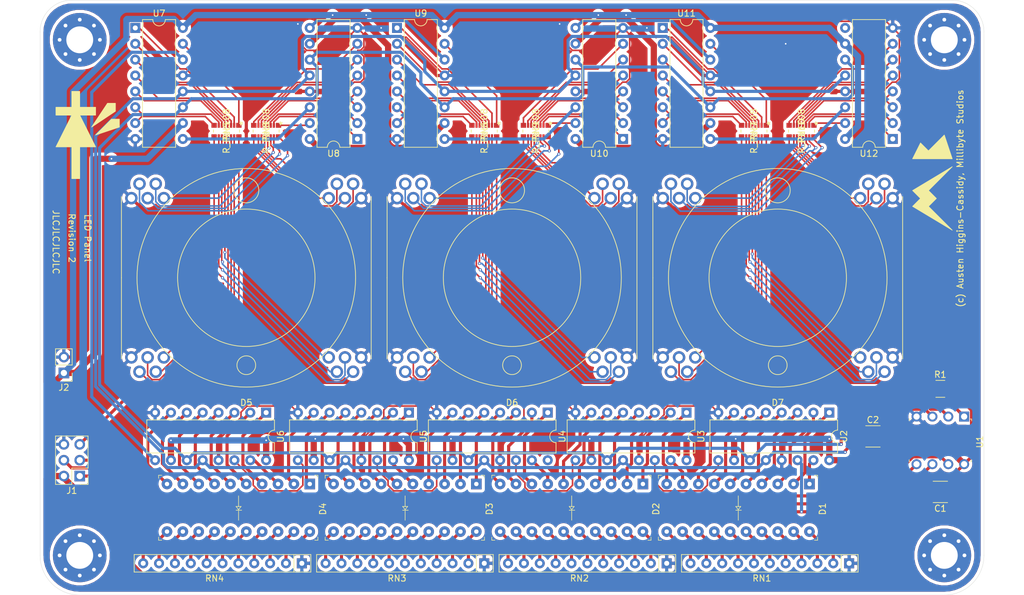
<source format=kicad_pcb>
(kicad_pcb (version 20171130) (host pcbnew "(5.1.8)-1")
  (layers (0 F.Cu signal) (31 B.Cu signal) (34 B.Paste user) (35 F.Paste user) (36 B.SilkS user) (37 F.SilkS user) (38 B.Mask user) (39 F.Mask user) (44 Edge.Cuts user))
  (net 0 "")
  (net 1 /LATCH)
  (net 2 GND)
  (net 3 +5V)
  (net 4 "Net-(D1-Pad20)")
  (net 5 "Net-(D1-Pad19)")
  (net 6 "Net-(D1-Pad18)")
  (net 7 "Net-(D1-Pad17)")
  (net 8 "Net-(D1-Pad16)")
  (net 9 "Net-(D1-Pad15)")
  (net 10 "Net-(D1-Pad14)")
  (net 11 "Net-(D1-Pad13)")
  (net 12 "Net-(D1-Pad12)")
  (net 13 "Net-(D1-Pad11)")
  (net 14 "Net-(D1-Pad10)")
  (net 15 "Net-(D1-Pad9)")
  (net 16 "Net-(D1-Pad8)")
  (net 17 "Net-(D1-Pad7)")
  (net 18 "Net-(D1-Pad6)")
  (net 19 "Net-(D1-Pad5)")
  (net 20 "Net-(D1-Pad4)")
  (net 21 "Net-(D1-Pad3)")
  (net 22 "Net-(D1-Pad2)")
  (net 23 "Net-(D1-Pad1)")
  (net 24 "Net-(D2-Pad4)")
  (net 25 "Net-(D2-Pad3)")
  (net 26 "Net-(D2-Pad2)")
  (net 27 "Net-(D2-Pad1)")
  (net 28 "Net-(D2-Pad7)")
  (net 29 "Net-(D2-Pad8)")
  (net 30 "Net-(D2-Pad9)")
  (net 31 "Net-(D2-Pad10)")
  (net 32 "Net-(D2-Pad11)")
  (net 33 "Net-(D2-Pad12)")
  (net 34 "Net-(D2-Pad13)")
  (net 35 "Net-(D2-Pad14)")
  (net 36 "Net-(D2-Pad17)")
  (net 37 "Net-(D2-Pad18)")
  (net 38 "Net-(D2-Pad19)")
  (net 39 "Net-(D2-Pad20)")
  (net 40 "Net-(D3-Pad1)")
  (net 41 "Net-(D3-Pad2)")
  (net 42 "Net-(D3-Pad3)")
  (net 43 "Net-(D3-Pad4)")
  (net 44 "Net-(D3-Pad5)")
  (net 45 "Net-(D3-Pad6)")
  (net 46 "Net-(D3-Pad7)")
  (net 47 "Net-(D3-Pad8)")
  (net 48 "Net-(D3-Pad9)")
  (net 49 "Net-(D3-Pad10)")
  (net 50 "Net-(D3-Pad11)")
  (net 51 "Net-(D3-Pad12)")
  (net 52 "Net-(D3-Pad13)")
  (net 53 "Net-(D3-Pad14)")
  (net 54 "Net-(D3-Pad15)")
  (net 55 "Net-(D3-Pad16)")
  (net 56 "Net-(D3-Pad17)")
  (net 57 "Net-(D3-Pad18)")
  (net 58 "Net-(D3-Pad19)")
  (net 59 "Net-(D3-Pad20)")
  (net 60 "Net-(D4-Pad20)")
  (net 61 "Net-(D4-Pad19)")
  (net 62 "Net-(D4-Pad18)")
  (net 63 "Net-(D4-Pad17)")
  (net 64 "Net-(D4-Pad14)")
  (net 65 "Net-(D4-Pad13)")
  (net 66 "Net-(D4-Pad12)")
  (net 67 "Net-(D4-Pad11)")
  (net 68 "Net-(D4-Pad10)")
  (net 69 "Net-(D4-Pad9)")
  (net 70 "Net-(D4-Pad8)")
  (net 71 "Net-(D4-Pad7)")
  (net 72 "Net-(D4-Pad1)")
  (net 73 "Net-(D4-Pad2)")
  (net 74 "Net-(D4-Pad3)")
  (net 75 "Net-(D4-Pad4)")
  (net 76 "Net-(D5-Pad1)")
  (net 77 "Net-(D5-Pad2)")
  (net 78 "Net-(D5-Pad3)")
  (net 79 "Net-(D5-Pad4)")
  (net 80 "Net-(D5-Pad7)")
  (net 81 "Net-(D5-Pad8)")
  (net 82 "Net-(D5-Pad9)")
  (net 83 "Net-(D5-Pad10)")
  (net 84 "Net-(D5-Pad11)")
  (net 85 "Net-(D5-Pad12)")
  (net 86 "Net-(D5-Pad13)")
  (net 87 "Net-(D5-Pad14)")
  (net 88 "Net-(D5-Pad17)")
  (net 89 "Net-(D5-Pad18)")
  (net 90 "Net-(D5-Pad19)")
  (net 91 "Net-(D5-Pad20)")
  (net 92 "Net-(D6-Pad4)")
  (net 93 "Net-(D6-Pad3)")
  (net 94 "Net-(D6-Pad2)")
  (net 95 "Net-(D6-Pad1)")
  (net 96 "Net-(D6-Pad7)")
  (net 97 "Net-(D6-Pad8)")
  (net 98 "Net-(D6-Pad9)")
  (net 99 "Net-(D6-Pad10)")
  (net 100 "Net-(D6-Pad11)")
  (net 101 "Net-(D6-Pad12)")
  (net 102 "Net-(D6-Pad13)")
  (net 103 "Net-(D6-Pad14)")
  (net 104 "Net-(D6-Pad17)")
  (net 105 "Net-(D6-Pad18)")
  (net 106 "Net-(D6-Pad19)")
  (net 107 "Net-(D6-Pad20)")
  (net 108 "Net-(D7-Pad20)")
  (net 109 "Net-(D7-Pad19)")
  (net 110 "Net-(D7-Pad18)")
  (net 111 "Net-(D7-Pad17)")
  (net 112 "Net-(D7-Pad14)")
  (net 113 "Net-(D7-Pad13)")
  (net 114 "Net-(D7-Pad12)")
  (net 115 "Net-(D7-Pad11)")
  (net 116 "Net-(D7-Pad10)")
  (net 117 "Net-(D7-Pad9)")
  (net 118 "Net-(D7-Pad8)")
  (net 119 "Net-(D7-Pad7)")
  (net 120 "Net-(D7-Pad4)")
  (net 121 "Net-(D7-Pad3)")
  (net 122 "Net-(D7-Pad2)")
  (net 123 "Net-(D7-Pad1)")
  (net 124 /MISO_DATA)
  (net 125 /SCK)
  (net 126 /MOSI_SDA)
  (net 127 /RST)
  (net 128 "Net-(RN5-Pad8)")
  (net 129 "Net-(RN5-Pad7)")
  (net 130 "Net-(RN5-Pad6)")
  (net 131 "Net-(RN5-Pad5)")
  (net 132 "Net-(RN5-Pad4)")
  (net 133 "Net-(RN5-Pad3)")
  (net 134 "Net-(RN5-Pad2)")
  (net 135 "Net-(RN5-Pad1)")
  (net 136 "Net-(RN6-Pad1)")
  (net 137 "Net-(RN6-Pad2)")
  (net 138 "Net-(RN6-Pad3)")
  (net 139 "Net-(RN6-Pad4)")
  (net 140 "Net-(RN6-Pad5)")
  (net 141 "Net-(RN6-Pad6)")
  (net 142 "Net-(RN6-Pad7)")
  (net 143 "Net-(RN6-Pad8)")
  (net 144 "Net-(RN8-Pad8)")
  (net 145 "Net-(RN8-Pad7)")
  (net 146 "Net-(RN8-Pad6)")
  (net 147 "Net-(RN8-Pad5)")
  (net 148 "Net-(RN8-Pad4)")
  (net 149 "Net-(RN8-Pad3)")
  (net 150 "Net-(RN8-Pad2)")
  (net 151 "Net-(RN8-Pad1)")
  (net 152 "Net-(RN9-Pad1)")
  (net 153 "Net-(RN9-Pad2)")
  (net 154 "Net-(RN9-Pad3)")
  (net 155 "Net-(RN9-Pad4)")
  (net 156 "Net-(RN9-Pad5)")
  (net 157 "Net-(RN9-Pad6)")
  (net 158 "Net-(RN9-Pad7)")
  (net 159 "Net-(RN9-Pad8)")
  (net 160 /CLK)
  (net 161 /DATA_1)
  (net 162 /DATA_0)
  (net 163 /DATA_2)
  (net 164 "Net-(U5-Pad9)")
  (net 165 /DATA_3)
  (net 166 /DATA_4)
  (net 167 /DATA_5)
  (net 168 "Net-(D2-Pad5)")
  (net 169 "Net-(D2-Pad6)")
  (net 170 "Net-(D2-Pad15)")
  (net 171 "Net-(D2-Pad16)")
  (net 172 "Net-(D4-Pad16)")
  (net 173 "Net-(D4-Pad15)")
  (net 174 "Net-(D4-Pad6)")
  (net 175 "Net-(D4-Pad5)")
  (net 176 "Net-(RN7-Pad8)")
  (net 177 "Net-(RN7-Pad7)")
  (net 178 "Net-(RN7-Pad6)")
  (net 179 "Net-(RN7-Pad5)")
  (net 180 "Net-(RN7-Pad4)")
  (net 181 "Net-(RN7-Pad3)")
  (net 182 "Net-(RN7-Pad2)")
  (net 183 "Net-(RN7-Pad1)")
  (net 184 "Net-(RN10-Pad1)")
  (net 185 "Net-(RN10-Pad2)")
  (net 186 "Net-(RN10-Pad3)")
  (net 187 "Net-(RN10-Pad4)")
  (net 188 "Net-(RN10-Pad5)")
  (net 189 "Net-(RN10-Pad6)")
  (net 190 "Net-(RN10-Pad7)")
  (net 191 "Net-(RN10-Pad8)")
  (net 192 "Net-(U2-Pad9)")
  (net 193 "Net-(U3-Pad9)")
  (net 194 "Net-(U4-Pad9)")
  (module Package_DIP:DIP-16_W7.62mm (layer F.Cu) (at 184.15 34.925 180)
    (fp_text reference U8 (at 3.81 -2.33) (layer F.SilkS))
    (fp_text value 74HC595)
    (pad 16 thru_hole oval (at 7.62 0 180) (size 1.6 1.6) (drill 0.8) (layers *.Cu *.Mask) (net 3 +5V))
    (pad 8 thru_hole oval (at 0 17.78 180) (size 1.6 1.6) (drill 0.8) (layers *.Cu *.Mask) (net 2 GND))
    (pad 15 thru_hole oval (at 7.62 2.54 180) (size 1.6 1.6) (drill 0.8) (layers *.Cu *.Mask) (net 151 "Net-(RN8-Pad1)"))
    (pad 7 thru_hole oval (at 0 15.24 180) (size 1.6 1.6) (drill 0.8) (layers *.Cu *.Mask) (net 144 "Net-(RN8-Pad8)"))
    (pad 14 thru_hole oval (at 7.62 5.08 180) (size 1.6 1.6) (drill 0.8) (layers *.Cu *.Mask) (net 161 /DATA_1))
    (pad 6 thru_hole oval (at 0 12.7 180) (size 1.6 1.6) (drill 0.8) (layers *.Cu *.Mask) (net 145 "Net-(RN8-Pad7)"))
    (pad 13 thru_hole oval (at 7.62 7.62 180) (size 1.6 1.6) (drill 0.8) (layers *.Cu *.Mask) (net 2 GND))
    (pad 5 thru_hole oval (at 0 10.16 180) (size 1.6 1.6) (drill 0.8) (layers *.Cu *.Mask) (net 146 "Net-(RN8-Pad6)"))
    (pad 12 thru_hole oval (at 7.62 10.16 180) (size 1.6 1.6) (drill 0.8) (layers *.Cu *.Mask) (net 1 /LATCH))
    (pad 4 thru_hole oval (at 0 7.62 180) (size 1.6 1.6) (drill 0.8) (layers *.Cu *.Mask) (net 147 "Net-(RN8-Pad5)"))
    (pad 11 thru_hole oval (at 7.62 12.7 180) (size 1.6 1.6) (drill 0.8) (layers *.Cu *.Mask) (net 160 /CLK))
    (pad 3 thru_hole oval (at 0 5.08 180) (size 1.6 1.6) (drill 0.8) (layers *.Cu *.Mask) (net 148 "Net-(RN8-Pad4)"))
    (pad 10 thru_hole oval (at 7.62 15.24 180) (size 1.6 1.6) (drill 0.8) (layers *.Cu *.Mask) (net 3 +5V))
    (pad 2 thru_hole oval (at 0 2.54 180) (size 1.6 1.6) (drill 0.8) (layers *.Cu *.Mask) (net 149 "Net-(RN8-Pad3)"))
    (pad 9 thru_hole oval (at 7.62 17.78 180) (size 1.6 1.6) (drill 0.8) (layers *.Cu *.Mask) (net 163 /DATA_2))
    (pad 1 thru_hole rect (at 0 0 180) (size 1.6 1.6) (drill 0.8) (layers *.Cu *.Mask) (net 150 "Net-(RN8-Pad2)"))
  )
  (module Disarmed:MountingHole_4.3mm_M4_Pad_Via (layer F.Cu) (at 278.13 101.6)
    (fp_text reference REF** hide)
    (fp_text value MountingHole_4.3mm_M4_Pad_Via)
    (pad "" np_thru_hole circle (at 0 0) (size 8.6 8.6) (drill 4.3) (layers *.Cu *.Mask))
    (pad "" np_thru_hole circle (at 3.225 0) (size 0.9 0.9) (drill 0.6) (layers *.Cu *.Mask))
    (pad "" np_thru_hole circle (at 2.280419 2.280419) (size 0.9 0.9) (drill 0.6) (layers *.Cu *.Mask))
    (pad "" np_thru_hole circle (at 0 3.225) (size 0.9 0.9) (drill 0.6) (layers *.Cu *.Mask))
    (pad "" np_thru_hole circle (at -2.280419 2.280419) (size 0.9 0.9) (drill 0.6) (layers *.Cu *.Mask))
    (pad "" np_thru_hole circle (at -3.225 0) (size 0.9 0.9) (drill 0.6) (layers *.Cu *.Mask))
    (pad "" np_thru_hole circle (at -2.280419 -2.280419) (size 0.9 0.9) (drill 0.6) (layers *.Cu *.Mask))
    (pad "" np_thru_hole circle (at 0 -3.225) (size 0.9 0.9) (drill 0.6) (layers *.Cu *.Mask))
    (pad "" np_thru_hole circle (at 2.280419 -2.280419) (size 0.9 0.9) (drill 0.6) (layers *.Cu *.Mask))
  )
  (module Disarmed:MountingHole_4.3mm_M4_Pad_Via (layer F.Cu) (at 139.7 101.6)
    (fp_text reference REF** hide)
    (fp_text value MountingHole_4.3mm_M4_Pad_Via)
    (pad "" np_thru_hole circle (at 0 0) (size 8.6 8.6) (drill 4.3) (layers *.Cu *.Mask))
    (pad "" np_thru_hole circle (at 3.225 0) (size 0.9 0.9) (drill 0.6) (layers *.Cu *.Mask))
    (pad "" np_thru_hole circle (at 2.280419 2.280419) (size 0.9 0.9) (drill 0.6) (layers *.Cu *.Mask))
    (pad "" np_thru_hole circle (at 0 3.225) (size 0.9 0.9) (drill 0.6) (layers *.Cu *.Mask))
    (pad "" np_thru_hole circle (at -2.280419 2.280419) (size 0.9 0.9) (drill 0.6) (layers *.Cu *.Mask))
    (pad "" np_thru_hole circle (at -3.225 0) (size 0.9 0.9) (drill 0.6) (layers *.Cu *.Mask))
    (pad "" np_thru_hole circle (at -2.280419 -2.280419) (size 0.9 0.9) (drill 0.6) (layers *.Cu *.Mask))
    (pad "" np_thru_hole circle (at 0 -3.225) (size 0.9 0.9) (drill 0.6) (layers *.Cu *.Mask))
    (pad "" np_thru_hole circle (at 2.280419 -2.280419) (size 0.9 0.9) (drill 0.6) (layers *.Cu *.Mask))
  )
  (module Disarmed:MountingHole_4.3mm_M4_Pad_Via (layer F.Cu) (at 278.13 19.05)
    (fp_text reference REF** hide)
    (fp_text value MountingHole_4.3mm_M4_Pad_Via)
    (pad "" np_thru_hole circle (at 0 0) (size 8.6 8.6) (drill 4.3) (layers *.Cu *.Mask))
    (pad "" np_thru_hole circle (at 3.225 0) (size 0.9 0.9) (drill 0.6) (layers *.Cu *.Mask))
    (pad "" np_thru_hole circle (at 2.280419 2.280419) (size 0.9 0.9) (drill 0.6) (layers *.Cu *.Mask))
    (pad "" np_thru_hole circle (at 0 3.225) (size 0.9 0.9) (drill 0.6) (layers *.Cu *.Mask))
    (pad "" np_thru_hole circle (at -2.280419 2.280419) (size 0.9 0.9) (drill 0.6) (layers *.Cu *.Mask))
    (pad "" np_thru_hole circle (at -3.225 0) (size 0.9 0.9) (drill 0.6) (layers *.Cu *.Mask))
    (pad "" np_thru_hole circle (at -2.280419 -2.280419) (size 0.9 0.9) (drill 0.6) (layers *.Cu *.Mask))
    (pad "" np_thru_hole circle (at 0 -3.225) (size 0.9 0.9) (drill 0.6) (layers *.Cu *.Mask))
    (pad "" np_thru_hole circle (at 2.280419 -2.280419) (size 0.9 0.9) (drill 0.6) (layers *.Cu *.Mask))
  )
  (module Disarmed:MountingHole_4.3mm_M4_Pad_Via (layer F.Cu) (at 139.7 19.05)
    (fp_text reference REF** hide)
    (fp_text value MountingHole_4.3mm_M4_Pad_Via)
    (pad "" np_thru_hole circle (at 0 0) (size 8.6 8.6) (drill 4.3) (layers *.Cu *.Mask))
    (pad "" np_thru_hole circle (at 3.225 0) (size 0.9 0.9) (drill 0.6) (layers *.Cu *.Mask))
    (pad "" np_thru_hole circle (at 2.280419 2.280419) (size 0.9 0.9) (drill 0.6) (layers *.Cu *.Mask))
    (pad "" np_thru_hole circle (at 0 3.225) (size 0.9 0.9) (drill 0.6) (layers *.Cu *.Mask))
    (pad "" np_thru_hole circle (at -2.280419 2.280419) (size 0.9 0.9) (drill 0.6) (layers *.Cu *.Mask))
    (pad "" np_thru_hole circle (at -3.225 0) (size 0.9 0.9) (drill 0.6) (layers *.Cu *.Mask))
    (pad "" np_thru_hole circle (at -2.280419 -2.280419) (size 0.9 0.9) (drill 0.6) (layers *.Cu *.Mask))
    (pad "" np_thru_hole circle (at 0 -3.225) (size 0.9 0.9) (drill 0.6) (layers *.Cu *.Mask))
    (pad "" np_thru_hole circle (at 2.280419 -2.280419) (size 0.9 0.9) (drill 0.6) (layers *.Cu *.Mask))
  )
  (module Capacitor_SMD:C_1812_4532Metric_Pad1.57x3.40mm_HandSolder (layer F.Cu) (at 277.495 91.44 180)
    (fp_text reference C1 (at 0 -2.65) (layer F.SilkS))
    (fp_text value 0.1uF)
    (pad 1 smd roundrect (at -2.1375 0 180) (size 1.575 3.4) (layers F.Cu F.Paste F.Mask) (roundrect_rratio 0.1587295238095238) (net 3 +5V))
    (pad 2 smd roundrect (at 2.1375 0 180) (size 1.575 3.4) (layers F.Cu F.Paste F.Mask) (roundrect_rratio 0.1587295238095238) (net 2 GND))
  )
  (module Capacitor_SMD:C_1812_4532Metric_Pad1.57x3.40mm_HandSolder (layer F.Cu) (at 266.7 82.55)
    (fp_text reference C2 (at 0 -2.65) (layer F.SilkS))
    (fp_text value 10uF)
    (pad 2 smd roundrect (at 2.1375 0) (size 1.575 3.4) (layers F.Cu F.Paste F.Mask) (roundrect_rratio 0.1587295238095238) (net 2 GND))
    (pad 1 smd roundrect (at -2.1375 0) (size 1.575 3.4) (layers F.Cu F.Paste F.Mask) (roundrect_rratio 0.1587295238095238) (net 1 /LATCH))
  )
  (module digikey-footprints:LED_Bar_Graph_LTA-1000 (layer F.Cu) (at 256.54 90.17 270)
    (fp_text reference D1 (at 4 -2.1 90) (layer F.SilkS))
    (fp_text value LTA-1000G)
    (pad 20 thru_hole circle (at 7.62 0 270) (size 1.7 1.7) (drill 0.7) (layers *.Cu *.Mask) (net 4 "Net-(D1-Pad20)"))
    (pad 19 thru_hole circle (at 7.62 2.54 270) (size 1.7 1.7) (drill 0.7) (layers *.Cu *.Mask) (net 5 "Net-(D1-Pad19)"))
    (pad 18 thru_hole circle (at 7.62 5.08 270) (size 1.7 1.7) (drill 0.7) (layers *.Cu *.Mask) (net 6 "Net-(D1-Pad18)"))
    (pad 17 thru_hole circle (at 7.62 7.62 270) (size 1.7 1.7) (drill 0.7) (layers *.Cu *.Mask) (net 7 "Net-(D1-Pad17)"))
    (pad 16 thru_hole circle (at 7.62 10.16 270) (size 1.7 1.7) (drill 0.7) (layers *.Cu *.Mask) (net 8 "Net-(D1-Pad16)"))
    (pad 15 thru_hole circle (at 7.62 12.7 270) (size 1.7 1.7) (drill 0.7) (layers *.Cu *.Mask) (net 9 "Net-(D1-Pad15)"))
    (pad 14 thru_hole circle (at 7.62 15.24 270) (size 1.7 1.7) (drill 0.7) (layers *.Cu *.Mask) (net 10 "Net-(D1-Pad14)"))
    (pad 13 thru_hole circle (at 7.62 17.78 270) (size 1.7 1.7) (drill 0.7) (layers *.Cu *.Mask) (net 11 "Net-(D1-Pad13)"))
    (pad 12 thru_hole circle (at 7.62 20.32 270) (size 1.7 1.7) (drill 0.7) (layers *.Cu *.Mask) (net 12 "Net-(D1-Pad12)"))
    (pad 11 thru_hole circle (at 7.62 22.86 270) (size 1.7 1.7) (drill 0.7) (layers *.Cu *.Mask) (net 13 "Net-(D1-Pad11)"))
    (pad 10 thru_hole circle (at 0 22.86 270) (size 1.7 1.7) (drill 0.7) (layers *.Cu *.Mask) (net 14 "Net-(D1-Pad10)"))
    (pad 9 thru_hole circle (at 0 20.32 270) (size 1.7 1.7) (drill 0.7) (layers *.Cu *.Mask) (net 15 "Net-(D1-Pad9)"))
    (pad 8 thru_hole circle (at 0 17.78 270) (size 1.7 1.7) (drill 0.7) (layers *.Cu *.Mask) (net 16 "Net-(D1-Pad8)"))
    (pad 7 thru_hole circle (at 0 15.24 270) (size 1.7 1.7) (drill 0.7) (layers *.Cu *.Mask) (net 17 "Net-(D1-Pad7)"))
    (pad 6 thru_hole circle (at 0 12.7 270) (size 1.7 1.7) (drill 0.7) (layers *.Cu *.Mask) (net 18 "Net-(D1-Pad6)"))
    (pad 5 thru_hole circle (at 0 10.16 270) (size 1.7 1.7) (drill 0.7) (layers *.Cu *.Mask) (net 19 "Net-(D1-Pad5)"))
    (pad 4 thru_hole circle (at 0 7.62 270) (size 1.7 1.7) (drill 0.7) (layers *.Cu *.Mask) (net 20 "Net-(D1-Pad4)"))
    (pad 3 thru_hole circle (at 0 5.08 270) (size 1.7 1.7) (drill 0.7) (layers *.Cu *.Mask) (net 21 "Net-(D1-Pad3)"))
    (pad 2 thru_hole circle (at 0 2.54 270) (size 1.7 1.7) (drill 0.7) (layers *.Cu *.Mask) (net 22 "Net-(D1-Pad2)"))
    (pad 1 thru_hole rect (at 0 0 270) (size 1.7 1.7) (drill 0.7) (layers *.Cu *.Mask) (net 23 "Net-(D1-Pad1)"))
  )
  (module digikey-footprints:LED_Bar_Graph_LTA-1000 (layer F.Cu) (at 203.2 90.17 270)
    (fp_text reference D3 (at 4 -2.1 90) (layer F.SilkS))
    (fp_text value LTA-1000Y)
    (pad 1 thru_hole rect (at 0 0 270) (size 1.7 1.7) (drill 0.7) (layers *.Cu *.Mask) (net 40 "Net-(D3-Pad1)"))
    (pad 2 thru_hole circle (at 0 2.54 270) (size 1.7 1.7) (drill 0.7) (layers *.Cu *.Mask) (net 41 "Net-(D3-Pad2)"))
    (pad 3 thru_hole circle (at 0 5.08 270) (size 1.7 1.7) (drill 0.7) (layers *.Cu *.Mask) (net 42 "Net-(D3-Pad3)"))
    (pad 4 thru_hole circle (at 0 7.62 270) (size 1.7 1.7) (drill 0.7) (layers *.Cu *.Mask) (net 43 "Net-(D3-Pad4)"))
    (pad 5 thru_hole circle (at 0 10.16 270) (size 1.7 1.7) (drill 0.7) (layers *.Cu *.Mask) (net 44 "Net-(D3-Pad5)"))
    (pad 6 thru_hole circle (at 0 12.7 270) (size 1.7 1.7) (drill 0.7) (layers *.Cu *.Mask) (net 45 "Net-(D3-Pad6)"))
    (pad 7 thru_hole circle (at 0 15.24 270) (size 1.7 1.7) (drill 0.7) (layers *.Cu *.Mask) (net 46 "Net-(D3-Pad7)"))
    (pad 8 thru_hole circle (at 0 17.78 270) (size 1.7 1.7) (drill 0.7) (layers *.Cu *.Mask) (net 47 "Net-(D3-Pad8)"))
    (pad 9 thru_hole circle (at 0 20.32 270) (size 1.7 1.7) (drill 0.7) (layers *.Cu *.Mask) (net 48 "Net-(D3-Pad9)"))
    (pad 10 thru_hole circle (at 0 22.86 270) (size 1.7 1.7) (drill 0.7) (layers *.Cu *.Mask) (net 49 "Net-(D3-Pad10)"))
    (pad 11 thru_hole circle (at 7.62 22.86 270) (size 1.7 1.7) (drill 0.7) (layers *.Cu *.Mask) (net 50 "Net-(D3-Pad11)"))
    (pad 12 thru_hole circle (at 7.62 20.32 270) (size 1.7 1.7) (drill 0.7) (layers *.Cu *.Mask) (net 51 "Net-(D3-Pad12)"))
    (pad 13 thru_hole circle (at 7.62 17.78 270) (size 1.7 1.7) (drill 0.7) (layers *.Cu *.Mask) (net 52 "Net-(D3-Pad13)"))
    (pad 14 thru_hole circle (at 7.62 15.24 270) (size 1.7 1.7) (drill 0.7) (layers *.Cu *.Mask) (net 53 "Net-(D3-Pad14)"))
    (pad 15 thru_hole circle (at 7.62 12.7 270) (size 1.7 1.7) (drill 0.7) (layers *.Cu *.Mask) (net 54 "Net-(D3-Pad15)"))
    (pad 16 thru_hole circle (at 7.62 10.16 270) (size 1.7 1.7) (drill 0.7) (layers *.Cu *.Mask) (net 55 "Net-(D3-Pad16)"))
    (pad 17 thru_hole circle (at 7.62 7.62 270) (size 1.7 1.7) (drill 0.7) (layers *.Cu *.Mask) (net 56 "Net-(D3-Pad17)"))
    (pad 18 thru_hole circle (at 7.62 5.08 270) (size 1.7 1.7) (drill 0.7) (layers *.Cu *.Mask) (net 57 "Net-(D3-Pad18)"))
    (pad 19 thru_hole circle (at 7.62 2.54 270) (size 1.7 1.7) (drill 0.7) (layers *.Cu *.Mask) (net 58 "Net-(D3-Pad19)"))
    (pad 20 thru_hole circle (at 7.62 0 270) (size 1.7 1.7) (drill 0.7) (layers *.Cu *.Mask) (net 59 "Net-(D3-Pad20)"))
  )
  (module Disarmed:LED-CCL-A-A-XXXX-H6 (layer F.Cu) (at 208.915 57.15)
    (fp_text reference D6 (at 0 20) (layer F.SilkS))
    (fp_text value LED-CCL-A-A-XXXX-6H)
    (pad 5 thru_hole circle (at 18.4 -12.75) (size 2 2) (drill 1.2) (layers *.Cu *.Mask) (net 2 GND))
    (pad 4 thru_hole circle (at 17.1 -15.05) (size 2 2) (drill 1.2) (layers *.Cu *.Mask) (net 92 "Net-(D6-Pad4)"))
    (pad 3 thru_hole circle (at 15.8 -12.75) (size 2 2) (drill 1.2) (layers *.Cu *.Mask) (net 93 "Net-(D6-Pad3)"))
    (pad 2 thru_hole circle (at 14.5 -15.05) (size 2 2) (drill 1.2) (layers *.Cu *.Mask) (net 94 "Net-(D6-Pad2)"))
    (pad 1 thru_hole circle (at 13.2 -12.75) (size 2 2) (drill 1.2) (layers *.Cu *.Mask) (net 95 "Net-(D6-Pad1)"))
    (pad 6 thru_hole circle (at 18.4 12.75) (size 2 2) (drill 1.2) (layers *.Cu *.Mask) (net 2 GND))
    (pad 7 thru_hole circle (at 17.1 15.05) (size 2 2) (drill 1.2) (layers *.Cu *.Mask) (net 96 "Net-(D6-Pad7)"))
    (pad 8 thru_hole circle (at 15.8 12.75) (size 2 2) (drill 1.2) (layers *.Cu *.Mask) (net 97 "Net-(D6-Pad8)"))
    (pad 9 thru_hole circle (at 14.5 15.05) (size 2 2) (drill 1.2) (layers *.Cu *.Mask) (net 98 "Net-(D6-Pad9)"))
    (pad 10 thru_hole circle (at 13.2 12.75) (size 2 2) (drill 1.2) (layers *.Cu *.Mask) (net 99 "Net-(D6-Pad10)"))
    (pad 11 thru_hole circle (at -13.2 12.75) (size 2 2) (drill 1.2) (layers *.Cu *.Mask) (net 100 "Net-(D6-Pad11)"))
    (pad 12 thru_hole circle (at -14.5 15.05) (size 2 2) (drill 1.2) (layers *.Cu *.Mask) (net 101 "Net-(D6-Pad12)"))
    (pad 13 thru_hole circle (at -15.8 12.75) (size 2 2) (drill 1.2) (layers *.Cu *.Mask) (net 102 "Net-(D6-Pad13)"))
    (pad 14 thru_hole circle (at -17.1 15.05) (size 2 2) (drill 1.2) (layers *.Cu *.Mask) (net 103 "Net-(D6-Pad14)"))
    (pad 15 thru_hole circle (at -18.4 12.75) (size 2 2) (drill 1.2) (layers *.Cu *.Mask) (net 2 GND))
    (pad 16 thru_hole circle (at -18.4 -12.75) (size 2 2) (drill 1.2) (layers *.Cu *.Mask) (net 2 GND))
    (pad 17 thru_hole circle (at -17.1 -15.05) (size 2 2) (drill 1.2) (layers *.Cu *.Mask) (net 104 "Net-(D6-Pad17)"))
    (pad 18 thru_hole circle (at -15.8 -12.75) (size 2 2) (drill 1.2) (layers *.Cu *.Mask) (net 105 "Net-(D6-Pad18)"))
    (pad 19 thru_hole circle (at -14.5 -15.05) (size 2 2) (drill 1.2) (layers *.Cu *.Mask) (net 106 "Net-(D6-Pad19)"))
    (pad 20 thru_hole circle (at -13.2 -12.75) (size 2 2) (drill 1.2) (layers *.Cu *.Mask) (net 107 "Net-(D6-Pad20)"))
  )
  (module Connector_PinHeader_2.54mm:PinHeader_2x03_P2.54mm_Vertical (layer F.Cu) (at 139.7 88.9 180)
    (fp_text reference J1 (at 1.27 -2.33) (layer F.SilkS))
    (fp_text value Conn_02x03_Odd_Even)
    (pad 1 thru_hole rect (at 0 0 180) (size 1.7 1.7) (drill 1) (layers *.Cu *.Mask) (net 124 /MISO_DATA))
    (pad 2 thru_hole oval (at 2.54 0 180) (size 1.7 1.7) (drill 1) (layers *.Cu *.Mask) (net 3 +5V))
    (pad 3 thru_hole oval (at 0 2.54 180) (size 1.7 1.7) (drill 1) (layers *.Cu *.Mask) (net 125 /SCK))
    (pad 4 thru_hole oval (at 2.54 2.54 180) (size 1.7 1.7) (drill 1) (layers *.Cu *.Mask) (net 126 /MOSI_SDA))
    (pad 5 thru_hole oval (at 0 5.08 180) (size 1.7 1.7) (drill 1) (layers *.Cu *.Mask) (net 127 /RST))
    (pad 6 thru_hole oval (at 2.54 5.08 180) (size 1.7 1.7) (drill 1) (layers *.Cu *.Mask) (net 2 GND))
  )
  (module Connector_PinHeader_2.54mm:PinHeader_1x02_P2.54mm_Vertical (layer F.Cu) (at 137.16 72.39 180)
    (fp_text reference J2 (at 0 -2.33) (layer F.SilkS))
    (fp_text value Conn_01x02_Male)
    (pad 1 thru_hole rect (at 0 0 180) (size 1.7 1.7) (drill 1) (layers *.Cu *.Mask) (net 3 +5V))
    (pad 2 thru_hole oval (at 0 2.54 180) (size 1.7 1.7) (drill 1) (layers *.Cu *.Mask) (net 2 GND))
  )
  (module Resistor_SMD:R_1210_3225Metric_Pad1.30x2.65mm_HandSolder (layer F.Cu) (at 277.495 74.93)
    (fp_text reference R1 (at 0 -2.28) (layer F.SilkS))
    (fp_text value 10K)
    (pad 1 smd roundrect (at -1.55 0) (size 1.3 2.65) (layers F.Cu F.Paste F.Mask) (roundrect_rratio 0.1923076923076923) (net 127 /RST))
    (pad 2 smd roundrect (at 1.55 0) (size 1.3 2.65) (layers F.Cu F.Paste F.Mask) (roundrect_rratio 0.1923076923076923) (net 3 +5V))
  )
  (module Resistor_THT:R_Array_SIP11 (layer F.Cu) (at 262.89 102.87 180)
    (fp_text reference RN1 (at 13.97 -2.4) (layer F.SilkS))
    (fp_text value 4.7K)
    (pad 1 thru_hole rect (at 0 0 180) (size 1.6 1.6) (drill 0.8) (layers *.Cu *.Mask) (net 2 GND))
    (pad 2 thru_hole oval (at 2.54 0 180) (size 1.6 1.6) (drill 0.8) (layers *.Cu *.Mask) (net 4 "Net-(D1-Pad20)"))
    (pad 3 thru_hole oval (at 5.08 0 180) (size 1.6 1.6) (drill 0.8) (layers *.Cu *.Mask) (net 5 "Net-(D1-Pad19)"))
    (pad 4 thru_hole oval (at 7.62 0 180) (size 1.6 1.6) (drill 0.8) (layers *.Cu *.Mask) (net 6 "Net-(D1-Pad18)"))
    (pad 5 thru_hole oval (at 10.16 0 180) (size 1.6 1.6) (drill 0.8) (layers *.Cu *.Mask) (net 7 "Net-(D1-Pad17)"))
    (pad 6 thru_hole oval (at 12.7 0 180) (size 1.6 1.6) (drill 0.8) (layers *.Cu *.Mask) (net 8 "Net-(D1-Pad16)"))
    (pad 7 thru_hole oval (at 15.24 0 180) (size 1.6 1.6) (drill 0.8) (layers *.Cu *.Mask) (net 9 "Net-(D1-Pad15)"))
    (pad 8 thru_hole oval (at 17.78 0 180) (size 1.6 1.6) (drill 0.8) (layers *.Cu *.Mask) (net 10 "Net-(D1-Pad14)"))
    (pad 9 thru_hole oval (at 20.32 0 180) (size 1.6 1.6) (drill 0.8) (layers *.Cu *.Mask) (net 11 "Net-(D1-Pad13)"))
    (pad 10 thru_hole oval (at 22.86 0 180) (size 1.6 1.6) (drill 0.8) (layers *.Cu *.Mask) (net 12 "Net-(D1-Pad12)"))
    (pad 11 thru_hole oval (at 25.4 0 180) (size 1.6 1.6) (drill 0.8) (layers *.Cu *.Mask) (net 13 "Net-(D1-Pad11)"))
  )
  (module Resistor_THT:R_Array_SIP11 (layer F.Cu) (at 175.26 102.87 180)
    (fp_text reference RN4 (at 13.97 -2.4) (layer F.SilkS))
    (fp_text value 4.7K)
    (pad 11 thru_hole oval (at 25.4 0 180) (size 1.6 1.6) (drill 0.8) (layers *.Cu *.Mask) (net 67 "Net-(D4-Pad11)"))
    (pad 10 thru_hole oval (at 22.86 0 180) (size 1.6 1.6) (drill 0.8) (layers *.Cu *.Mask) (net 66 "Net-(D4-Pad12)"))
    (pad 9 thru_hole oval (at 20.32 0 180) (size 1.6 1.6) (drill 0.8) (layers *.Cu *.Mask) (net 65 "Net-(D4-Pad13)"))
    (pad 8 thru_hole oval (at 17.78 0 180) (size 1.6 1.6) (drill 0.8) (layers *.Cu *.Mask) (net 64 "Net-(D4-Pad14)"))
    (pad 7 thru_hole oval (at 15.24 0 180) (size 1.6 1.6) (drill 0.8) (layers *.Cu *.Mask) (net 173 "Net-(D4-Pad15)"))
    (pad 6 thru_hole oval (at 12.7 0 180) (size 1.6 1.6) (drill 0.8) (layers *.Cu *.Mask) (net 172 "Net-(D4-Pad16)"))
    (pad 5 thru_hole oval (at 10.16 0 180) (size 1.6 1.6) (drill 0.8) (layers *.Cu *.Mask) (net 63 "Net-(D4-Pad17)"))
    (pad 4 thru_hole oval (at 7.62 0 180) (size 1.6 1.6) (drill 0.8) (layers *.Cu *.Mask) (net 62 "Net-(D4-Pad18)"))
    (pad 3 thru_hole oval (at 5.08 0 180) (size 1.6 1.6) (drill 0.8) (layers *.Cu *.Mask) (net 61 "Net-(D4-Pad19)"))
    (pad 2 thru_hole oval (at 2.54 0 180) (size 1.6 1.6) (drill 0.8) (layers *.Cu *.Mask) (net 60 "Net-(D4-Pad20)"))
    (pad 1 thru_hole rect (at 0 0 180) (size 1.6 1.6) (drill 0.8) (layers *.Cu *.Mask) (net 2 GND))
  )
  (module footprints:EXB-2HV471JV (layer F.Cu) (at 163.195 33.655 270)
    (fp_text reference RN5 (at 0 0 90) (layer F.SilkS))
    (fp_text value R_Pack08 (at 0 0 90) (layer F.SilkS))
    (fp_text user * (at -1.2319 -2.667 90) (layer F.SilkS))
    (fp_text user * (at -1.2319 -2.667 90) (layer F.SilkS))
    (pad 16 smd rect (at 0.9144 -1.9812 270) (size 0.7874 0.8636) (layers F.Cu F.Paste F.Mask) (net 87 "Net-(D5-Pad14)"))
    (pad 15 smd rect (at 0.9144 -1.233678 270) (size 0.7874 0.3556) (layers F.Cu F.Paste F.Mask) (net 86 "Net-(D5-Pad13)"))
    (pad 14 smd rect (at 0.9144 -0.740156 270) (size 0.7874 0.3556) (layers F.Cu F.Paste F.Mask) (net 85 "Net-(D5-Pad12)"))
    (pad 13 smd rect (at 0.9144 -0.246634 270) (size 0.7874 0.3556) (layers F.Cu F.Paste F.Mask) (net 84 "Net-(D5-Pad11)"))
    (pad 12 smd rect (at 0.9144 0.246888 270) (size 0.7874 0.3556) (layers F.Cu F.Paste F.Mask) (net 83 "Net-(D5-Pad10)"))
    (pad 11 smd rect (at 0.9144 0.74041 270) (size 0.7874 0.3556) (layers F.Cu F.Paste F.Mask) (net 82 "Net-(D5-Pad9)"))
    (pad 10 smd rect (at 0.9144 1.233932 270) (size 0.7874 0.3556) (layers F.Cu F.Paste F.Mask) (net 81 "Net-(D5-Pad8)"))
    (pad 9 smd rect (at 0.9144 1.9812 270) (size 0.7874 0.8636) (layers F.Cu F.Paste F.Mask) (net 80 "Net-(D5-Pad7)"))
    (pad 8 smd rect (at -0.9144 1.9812 270) (size 0.7874 0.8636) (layers F.Cu F.Paste F.Mask) (net 128 "Net-(RN5-Pad8)"))
    (pad 7 smd rect (at -0.9144 1.233932 270) (size 0.7874 0.3556) (layers F.Cu F.Paste F.Mask) (net 129 "Net-(RN5-Pad7)"))
    (pad 6 smd rect (at -0.9144 0.74041 270) (size 0.7874 0.3556) (layers F.Cu F.Paste F.Mask) (net 130 "Net-(RN5-Pad6)"))
    (pad 5 smd rect (at -0.9144 0.246888 270) (size 0.7874 0.3556) (layers F.Cu F.Paste F.Mask) (net 131 "Net-(RN5-Pad5)"))
    (pad 4 smd rect (at -0.9144 -0.246634 270) (size 0.7874 0.3556) (layers F.Cu F.Paste F.Mask) (net 132 "Net-(RN5-Pad4)"))
    (pad 3 smd rect (at -0.9144 -0.740156 270) (size 0.7874 0.3556) (layers F.Cu F.Paste F.Mask) (net 133 "Net-(RN5-Pad3)"))
    (pad 2 smd rect (at -0.9144 -1.233678 270) (size 0.7874 0.3556) (layers F.Cu F.Paste F.Mask) (net 134 "Net-(RN5-Pad2)"))
    (pad 1 smd rect (at -0.9144 -1.9812 270) (size 0.7874 0.8636) (layers F.Cu F.Paste F.Mask) (net 135 "Net-(RN5-Pad1)"))
  )
  (module footprints:EXB-2HV471JV (layer F.Cu) (at 204.47 33.655 270)
    (fp_text reference RN6 (at 0 0 90) (layer F.SilkS))
    (fp_text value R_Pack08 (at 0 0 90) (layer F.SilkS))
    (fp_text user * (at -1.2319 -2.667 90) (layer F.SilkS))
    (fp_text user * (at -1.2319 -2.667 90) (layer F.SilkS))
    (pad 1 smd rect (at -0.9144 -1.9812 270) (size 0.7874 0.8636) (layers F.Cu F.Paste F.Mask) (net 136 "Net-(RN6-Pad1)"))
    (pad 2 smd rect (at -0.9144 -1.233678 270) (size 0.7874 0.3556) (layers F.Cu F.Paste F.Mask) (net 137 "Net-(RN6-Pad2)"))
    (pad 3 smd rect (at -0.9144 -0.740156 270) (size 0.7874 0.3556) (layers F.Cu F.Paste F.Mask) (net 138 "Net-(RN6-Pad3)"))
    (pad 4 smd rect (at -0.9144 -0.246634 270) (size 0.7874 0.3556) (layers F.Cu F.Paste F.Mask) (net 139 "Net-(RN6-Pad4)"))
    (pad 5 smd rect (at -0.9144 0.246888 270) (size 0.7874 0.3556) (layers F.Cu F.Paste F.Mask) (net 140 "Net-(RN6-Pad5)"))
    (pad 6 smd rect (at -0.9144 0.74041 270) (size 0.7874 0.3556) (layers F.Cu F.Paste F.Mask) (net 141 "Net-(RN6-Pad6)"))
    (pad 7 smd rect (at -0.9144 1.233932 270) (size 0.7874 0.3556) (layers F.Cu F.Paste F.Mask) (net 142 "Net-(RN6-Pad7)"))
    (pad 8 smd rect (at -0.9144 1.9812 270) (size 0.7874 0.8636) (layers F.Cu F.Paste F.Mask) (net 143 "Net-(RN6-Pad8)"))
    (pad 9 smd rect (at 0.9144 1.9812 270) (size 0.7874 0.8636) (layers F.Cu F.Paste F.Mask) (net 96 "Net-(D6-Pad7)"))
    (pad 10 smd rect (at 0.9144 1.233932 270) (size 0.7874 0.3556) (layers F.Cu F.Paste F.Mask) (net 97 "Net-(D6-Pad8)"))
    (pad 11 smd rect (at 0.9144 0.74041 270) (size 0.7874 0.3556) (layers F.Cu F.Paste F.Mask) (net 98 "Net-(D6-Pad9)"))
    (pad 12 smd rect (at 0.9144 0.246888 270) (size 0.7874 0.3556) (layers F.Cu F.Paste F.Mask) (net 99 "Net-(D6-Pad10)"))
    (pad 13 smd rect (at 0.9144 -0.246634 270) (size 0.7874 0.3556) (layers F.Cu F.Paste F.Mask) (net 100 "Net-(D6-Pad11)"))
    (pad 14 smd rect (at 0.9144 -0.740156 270) (size 0.7874 0.3556) (layers F.Cu F.Paste F.Mask) (net 101 "Net-(D6-Pad12)"))
    (pad 15 smd rect (at 0.9144 -1.233678 270) (size 0.7874 0.3556) (layers F.Cu F.Paste F.Mask) (net 102 "Net-(D6-Pad13)"))
    (pad 16 smd rect (at 0.9144 -1.9812 270) (size 0.7874 0.8636) (layers F.Cu F.Paste F.Mask) (net 103 "Net-(D6-Pad14)"))
  )
  (module footprints:EXB-2HV471JV (layer F.Cu) (at 169.545 33.655 270)
    (fp_text reference RN8 (at 0 0 90) (layer F.SilkS))
    (fp_text value R_Pack08 (at 0 0 90) (layer F.SilkS))
    (fp_text user * (at -1.2319 -2.667 90) (layer F.SilkS))
    (fp_text user * (at -1.2319 -2.667 90) (layer F.SilkS))
    (pad 16 smd rect (at 0.9144 -1.9812 270) (size 0.7874 0.8636) (layers F.Cu F.Paste F.Mask) (net 88 "Net-(D5-Pad17)"))
    (pad 15 smd rect (at 0.9144 -1.233678 270) (size 0.7874 0.3556) (layers F.Cu F.Paste F.Mask) (net 89 "Net-(D5-Pad18)"))
    (pad 14 smd rect (at 0.9144 -0.740156 270) (size 0.7874 0.3556) (layers F.Cu F.Paste F.Mask) (net 90 "Net-(D5-Pad19)"))
    (pad 13 smd rect (at 0.9144 -0.246634 270) (size 0.7874 0.3556) (layers F.Cu F.Paste F.Mask) (net 91 "Net-(D5-Pad20)"))
    (pad 12 smd rect (at 0.9144 0.246888 270) (size 0.7874 0.3556) (layers F.Cu F.Paste F.Mask) (net 76 "Net-(D5-Pad1)"))
    (pad 11 smd rect (at 0.9144 0.74041 270) (size 0.7874 0.3556) (layers F.Cu F.Paste F.Mask) (net 77 "Net-(D5-Pad2)"))
    (pad 10 smd rect (at 0.9144 1.233932 270) (size 0.7874 0.3556) (layers F.Cu F.Paste F.Mask) (net 78 "Net-(D5-Pad3)"))
    (pad 9 smd rect (at 0.9144 1.9812 270) (size 0.7874 0.8636) (layers F.Cu F.Paste F.Mask) (net 79 "Net-(D5-Pad4)"))
    (pad 8 smd rect (at -0.9144 1.9812 270) (size 0.7874 0.8636) (layers F.Cu F.Paste F.Mask) (net 144 "Net-(RN8-Pad8)"))
    (pad 7 smd rect (at -0.9144 1.233932 270) (size 0.7874 0.3556) (layers F.Cu F.Paste F.Mask) (net 145 "Net-(RN8-Pad7)"))
    (pad 6 smd rect (at -0.9144 0.74041 270) (size 0.7874 0.3556) (layers F.Cu F.Paste F.Mask) (net 146 "Net-(RN8-Pad6)"))
    (pad 5 smd rect (at -0.9144 0.246888 270) (size 0.7874 0.3556) (layers F.Cu F.Paste F.Mask) (net 147 "Net-(RN8-Pad5)"))
    (pad 4 smd rect (at -0.9144 -0.246634 270) (size 0.7874 0.3556) (layers F.Cu F.Paste F.Mask) (net 148 "Net-(RN8-Pad4)"))
    (pad 3 smd rect (at -0.9144 -0.740156 270) (size 0.7874 0.3556) (layers F.Cu F.Paste F.Mask) (net 149 "Net-(RN8-Pad3)"))
    (pad 2 smd rect (at -0.9144 -1.233678 270) (size 0.7874 0.3556) (layers F.Cu F.Paste F.Mask) (net 150 "Net-(RN8-Pad2)"))
    (pad 1 smd rect (at -0.9144 -1.9812 270) (size 0.7874 0.8636) (layers F.Cu F.Paste F.Mask) (net 151 "Net-(RN8-Pad1)"))
  )
  (module footprints:EXB-2HV471JV (layer F.Cu) (at 212.725 33.655 270)
    (fp_text reference RN9 (at 0 0 90) (layer F.SilkS))
    (fp_text value R_Pack08 (at 0 0 90) (layer F.SilkS))
    (fp_text user * (at -1.2319 -2.667 90) (layer F.SilkS))
    (fp_text user * (at -1.2319 -2.667 90) (layer F.SilkS))
    (pad 1 smd rect (at -0.9144 -1.9812 270) (size 0.7874 0.8636) (layers F.Cu F.Paste F.Mask) (net 152 "Net-(RN9-Pad1)"))
    (pad 2 smd rect (at -0.9144 -1.233678 270) (size 0.7874 0.3556) (layers F.Cu F.Paste F.Mask) (net 153 "Net-(RN9-Pad2)"))
    (pad 3 smd rect (at -0.9144 -0.740156 270) (size 0.7874 0.3556) (layers F.Cu F.Paste F.Mask) (net 154 "Net-(RN9-Pad3)"))
    (pad 4 smd rect (at -0.9144 -0.246634 270) (size 0.7874 0.3556) (layers F.Cu F.Paste F.Mask) (net 155 "Net-(RN9-Pad4)"))
    (pad 5 smd rect (at -0.9144 0.246888 270) (size 0.7874 0.3556) (layers F.Cu F.Paste F.Mask) (net 156 "Net-(RN9-Pad5)"))
    (pad 6 smd rect (at -0.9144 0.74041 270) (size 0.7874 0.3556) (layers F.Cu F.Paste F.Mask) (net 157 "Net-(RN9-Pad6)"))
    (pad 7 smd rect (at -0.9144 1.233932 270) (size 0.7874 0.3556) (layers F.Cu F.Paste F.Mask) (net 158 "Net-(RN9-Pad7)"))
    (pad 8 smd rect (at -0.9144 1.9812 270) (size 0.7874 0.8636) (layers F.Cu F.Paste F.Mask) (net 159 "Net-(RN9-Pad8)"))
    (pad 9 smd rect (at 0.9144 1.9812 270) (size 0.7874 0.8636) (layers F.Cu F.Paste F.Mask) (net 92 "Net-(D6-Pad4)"))
    (pad 10 smd rect (at 0.9144 1.233932 270) (size 0.7874 0.3556) (layers F.Cu F.Paste F.Mask) (net 93 "Net-(D6-Pad3)"))
    (pad 11 smd rect (at 0.9144 0.74041 270) (size 0.7874 0.3556) (layers F.Cu F.Paste F.Mask) (net 94 "Net-(D6-Pad2)"))
    (pad 12 smd rect (at 0.9144 0.246888 270) (size 0.7874 0.3556) (layers F.Cu F.Paste F.Mask) (net 95 "Net-(D6-Pad1)"))
    (pad 13 smd rect (at 0.9144 -0.246634 270) (size 0.7874 0.3556) (layers F.Cu F.Paste F.Mask) (net 107 "Net-(D6-Pad20)"))
    (pad 14 smd rect (at 0.9144 -0.740156 270) (size 0.7874 0.3556) (layers F.Cu F.Paste F.Mask) (net 106 "Net-(D6-Pad19)"))
    (pad 15 smd rect (at 0.9144 -1.233678 270) (size 0.7874 0.3556) (layers F.Cu F.Paste F.Mask) (net 105 "Net-(D6-Pad18)"))
    (pad 16 smd rect (at 0.9144 -1.9812 270) (size 0.7874 0.8636) (layers F.Cu F.Paste F.Mask) (net 104 "Net-(D6-Pad17)"))
  )
  (module Package_DIP:DIP-16_W7.62mm (layer F.Cu) (at 259.715 78.74 270)
    (fp_text reference U2 (at 3.81 -2.33 90) (layer F.SilkS))
    (fp_text value 74HC595)
    (pad 1 thru_hole rect (at 0 0 270) (size 1.6 1.6) (drill 0.8) (layers *.Cu *.Mask) (net 22 "Net-(D1-Pad2)"))
    (pad 9 thru_hole oval (at 7.62 17.78 270) (size 1.6 1.6) (drill 0.8) (layers *.Cu *.Mask) (net 192 "Net-(U2-Pad9)"))
    (pad 2 thru_hole oval (at 0 2.54 270) (size 1.6 1.6) (drill 0.8) (layers *.Cu *.Mask) (net 21 "Net-(D1-Pad3)"))
    (pad 10 thru_hole oval (at 7.62 15.24 270) (size 1.6 1.6) (drill 0.8) (layers *.Cu *.Mask) (net 3 +5V))
    (pad 3 thru_hole oval (at 0 5.08 270) (size 1.6 1.6) (drill 0.8) (layers *.Cu *.Mask) (net 20 "Net-(D1-Pad4)"))
    (pad 11 thru_hole oval (at 7.62 12.7 270) (size 1.6 1.6) (drill 0.8) (layers *.Cu *.Mask) (net 160 /CLK))
    (pad 4 thru_hole oval (at 0 7.62 270) (size 1.6 1.6) (drill 0.8) (layers *.Cu *.Mask) (net 19 "Net-(D1-Pad5)"))
    (pad 12 thru_hole oval (at 7.62 10.16 270) (size 1.6 1.6) (drill 0.8) (layers *.Cu *.Mask) (net 1 /LATCH))
    (pad 5 thru_hole oval (at 0 10.16 270) (size 1.6 1.6) (drill 0.8) (layers *.Cu *.Mask) (net 18 "Net-(D1-Pad6)"))
    (pad 13 thru_hole oval (at 7.62 7.62 270) (size 1.6 1.6) (drill 0.8) (layers *.Cu *.Mask) (net 2 GND))
    (pad 6 thru_hole oval (at 0 12.7 270) (size 1.6 1.6) (drill 0.8) (layers *.Cu *.Mask) (net 17 "Net-(D1-Pad7)"))
    (pad 14 thru_hole oval (at 7.62 5.08 270) (size 1.6 1.6) (drill 0.8) (layers *.Cu *.Mask) (net 124 /MISO_DATA))
    (pad 7 thru_hole oval (at 0 15.24 270) (size 1.6 1.6) (drill 0.8) (layers *.Cu *.Mask) (net 16 "Net-(D1-Pad8)"))
    (pad 15 thru_hole oval (at 7.62 2.54 270) (size 1.6 1.6) (drill 0.8) (layers *.Cu *.Mask) (net 23 "Net-(D1-Pad1)"))
    (pad 8 thru_hole oval (at 0 17.78 270) (size 1.6 1.6) (drill 0.8) (layers *.Cu *.Mask) (net 2 GND))
    (pad 16 thru_hole oval (at 7.62 0 270) (size 1.6 1.6) (drill 0.8) (layers *.Cu *.Mask) (net 3 +5V))
  )
  (module Package_DIP:DIP-16_W7.62mm (layer F.Cu) (at 236.855 78.74 270)
    (fp_text reference U3 (at 3.81 -2.33 90) (layer F.SilkS))
    (fp_text value 74HC595)
    (pad 1 thru_hole rect (at 0 0 270) (size 1.6 1.6) (drill 0.8) (layers *.Cu *.Mask) (net 14 "Net-(D1-Pad10)"))
    (pad 9 thru_hole oval (at 7.62 17.78 270) (size 1.6 1.6) (drill 0.8) (layers *.Cu *.Mask) (net 193 "Net-(U3-Pad9)"))
    (pad 2 thru_hole oval (at 0 2.54 270) (size 1.6 1.6) (drill 0.8) (layers *.Cu *.Mask) (net 27 "Net-(D2-Pad1)"))
    (pad 10 thru_hole oval (at 7.62 15.24 270) (size 1.6 1.6) (drill 0.8) (layers *.Cu *.Mask) (net 3 +5V))
    (pad 3 thru_hole oval (at 0 5.08 270) (size 1.6 1.6) (drill 0.8) (layers *.Cu *.Mask) (net 26 "Net-(D2-Pad2)"))
    (pad 11 thru_hole oval (at 7.62 12.7 270) (size 1.6 1.6) (drill 0.8) (layers *.Cu *.Mask) (net 160 /CLK))
    (pad 4 thru_hole oval (at 0 7.62 270) (size 1.6 1.6) (drill 0.8) (layers *.Cu *.Mask) (net 25 "Net-(D2-Pad3)"))
    (pad 12 thru_hole oval (at 7.62 10.16 270) (size 1.6 1.6) (drill 0.8) (layers *.Cu *.Mask) (net 1 /LATCH))
    (pad 5 thru_hole oval (at 0 10.16 270) (size 1.6 1.6) (drill 0.8) (layers *.Cu *.Mask) (net 24 "Net-(D2-Pad4)"))
    (pad 13 thru_hole oval (at 7.62 7.62 270) (size 1.6 1.6) (drill 0.8) (layers *.Cu *.Mask) (net 2 GND))
    (pad 6 thru_hole oval (at 0 12.7 270) (size 1.6 1.6) (drill 0.8) (layers *.Cu *.Mask) (net 168 "Net-(D2-Pad5)"))
    (pad 14 thru_hole oval (at 7.62 5.08 270) (size 1.6 1.6) (drill 0.8) (layers *.Cu *.Mask) (net 192 "Net-(U2-Pad9)"))
    (pad 7 thru_hole oval (at 0 15.24 270) (size 1.6 1.6) (drill 0.8) (layers *.Cu *.Mask) (net 169 "Net-(D2-Pad6)"))
    (pad 15 thru_hole oval (at 7.62 2.54 270) (size 1.6 1.6) (drill 0.8) (layers *.Cu *.Mask) (net 15 "Net-(D1-Pad9)"))
    (pad 8 thru_hole oval (at 0 17.78 270) (size 1.6 1.6) (drill 0.8) (layers *.Cu *.Mask) (net 2 GND))
    (pad 16 thru_hole oval (at 7.62 0 270) (size 1.6 1.6) (drill 0.8) (layers *.Cu *.Mask) (net 3 +5V))
  )
  (module Package_DIP:DIP-16_W7.62mm (layer F.Cu) (at 192.405 78.74 270)
    (fp_text reference U5 (at 3.81 -2.33 90) (layer F.SilkS))
    (fp_text value 74HC595)
    (pad 16 thru_hole oval (at 7.62 0 270) (size 1.6 1.6) (drill 0.8) (layers *.Cu *.Mask) (net 3 +5V))
    (pad 8 thru_hole oval (at 0 17.78 270) (size 1.6 1.6) (drill 0.8) (layers *.Cu *.Mask) (net 2 GND))
    (pad 15 thru_hole oval (at 7.62 2.54 270) (size 1.6 1.6) (drill 0.8) (layers *.Cu *.Mask) (net 44 "Net-(D3-Pad5)"))
    (pad 7 thru_hole oval (at 0 15.24 270) (size 1.6 1.6) (drill 0.8) (layers *.Cu *.Mask) (net 73 "Net-(D4-Pad2)"))
    (pad 14 thru_hole oval (at 7.62 5.08 270) (size 1.6 1.6) (drill 0.8) (layers *.Cu *.Mask) (net 194 "Net-(U4-Pad9)"))
    (pad 6 thru_hole oval (at 0 12.7 270) (size 1.6 1.6) (drill 0.8) (layers *.Cu *.Mask) (net 72 "Net-(D4-Pad1)"))
    (pad 13 thru_hole oval (at 7.62 7.62 270) (size 1.6 1.6) (drill 0.8) (layers *.Cu *.Mask) (net 2 GND))
    (pad 5 thru_hole oval (at 0 10.16 270) (size 1.6 1.6) (drill 0.8) (layers *.Cu *.Mask) (net 49 "Net-(D3-Pad10)"))
    (pad 12 thru_hole oval (at 7.62 10.16 270) (size 1.6 1.6) (drill 0.8) (layers *.Cu *.Mask) (net 1 /LATCH))
    (pad 4 thru_hole oval (at 0 7.62 270) (size 1.6 1.6) (drill 0.8) (layers *.Cu *.Mask) (net 48 "Net-(D3-Pad9)"))
    (pad 11 thru_hole oval (at 7.62 12.7 270) (size 1.6 1.6) (drill 0.8) (layers *.Cu *.Mask) (net 160 /CLK))
    (pad 3 thru_hole oval (at 0 5.08 270) (size 1.6 1.6) (drill 0.8) (layers *.Cu *.Mask) (net 47 "Net-(D3-Pad8)"))
    (pad 10 thru_hole oval (at 7.62 15.24 270) (size 1.6 1.6) (drill 0.8) (layers *.Cu *.Mask) (net 3 +5V))
    (pad 2 thru_hole oval (at 0 2.54 270) (size 1.6 1.6) (drill 0.8) (layers *.Cu *.Mask) (net 46 "Net-(D3-Pad7)"))
    (pad 9 thru_hole oval (at 7.62 17.78 270) (size 1.6 1.6) (drill 0.8) (layers *.Cu *.Mask) (net 164 "Net-(U5-Pad9)"))
    (pad 1 thru_hole rect (at 0 0 270) (size 1.6 1.6) (drill 0.8) (layers *.Cu *.Mask) (net 45 "Net-(D3-Pad6)"))
  )
  (module Package_DIP:DIP-16_W7.62mm (layer F.Cu) (at 169.545 78.74 270)
    (fp_text reference U6 (at 3.81 -2.33 90) (layer F.SilkS))
    (fp_text value 74HC595)
    (pad 1 thru_hole rect (at 0 0 270) (size 1.6 1.6) (drill 0.8) (layers *.Cu *.Mask) (net 75 "Net-(D4-Pad4)"))
    (pad 9 thru_hole oval (at 7.62 17.78 270) (size 1.6 1.6) (drill 0.8) (layers *.Cu *.Mask) (net 162 /DATA_0))
    (pad 2 thru_hole oval (at 0 2.54 270) (size 1.6 1.6) (drill 0.8) (layers *.Cu *.Mask) (net 175 "Net-(D4-Pad5)"))
    (pad 10 thru_hole oval (at 7.62 15.24 270) (size 1.6 1.6) (drill 0.8) (layers *.Cu *.Mask) (net 3 +5V))
    (pad 3 thru_hole oval (at 0 5.08 270) (size 1.6 1.6) (drill 0.8) (layers *.Cu *.Mask) (net 174 "Net-(D4-Pad6)"))
    (pad 11 thru_hole oval (at 7.62 12.7 270) (size 1.6 1.6) (drill 0.8) (layers *.Cu *.Mask) (net 160 /CLK))
    (pad 4 thru_hole oval (at 0 7.62 270) (size 1.6 1.6) (drill 0.8) (layers *.Cu *.Mask) (net 71 "Net-(D4-Pad7)"))
    (pad 12 thru_hole oval (at 7.62 10.16 270) (size 1.6 1.6) (drill 0.8) (layers *.Cu *.Mask) (net 1 /LATCH))
    (pad 5 thru_hole oval (at 0 10.16 270) (size 1.6 1.6) (drill 0.8) (layers *.Cu *.Mask) (net 70 "Net-(D4-Pad8)"))
    (pad 13 thru_hole oval (at 7.62 7.62 270) (size 1.6 1.6) (drill 0.8) (layers *.Cu *.Mask) (net 2 GND))
    (pad 6 thru_hole oval (at 0 12.7 270) (size 1.6 1.6) (drill 0.8) (layers *.Cu *.Mask) (net 69 "Net-(D4-Pad9)"))
    (pad 14 thru_hole oval (at 7.62 5.08 270) (size 1.6 1.6) (drill 0.8) (layers *.Cu *.Mask) (net 164 "Net-(U5-Pad9)"))
    (pad 7 thru_hole oval (at 0 15.24 270) (size 1.6 1.6) (drill 0.8) (layers *.Cu *.Mask) (net 68 "Net-(D4-Pad10)"))
    (pad 15 thru_hole oval (at 7.62 2.54 270) (size 1.6 1.6) (drill 0.8) (layers *.Cu *.Mask) (net 74 "Net-(D4-Pad3)"))
    (pad 8 thru_hole oval (at 0 17.78 270) (size 1.6 1.6) (drill 0.8) (layers *.Cu *.Mask) (net 2 GND))
    (pad 16 thru_hole oval (at 7.62 0 270) (size 1.6 1.6) (drill 0.8) (layers *.Cu *.Mask) (net 3 +5V))
  )
  (module Package_DIP:DIP-16_W7.62mm (layer F.Cu) (at 148.59 17.145)
    (fp_text reference U7 (at 3.81 -2.33) (layer F.SilkS))
    (fp_text value 74HC595)
    (pad 1 thru_hole rect (at 0 0) (size 1.6 1.6) (drill 0.8) (layers *.Cu *.Mask) (net 134 "Net-(RN5-Pad2)"))
    (pad 9 thru_hole oval (at 7.62 17.78) (size 1.6 1.6) (drill 0.8) (layers *.Cu *.Mask) (net 161 /DATA_1))
    (pad 2 thru_hole oval (at 0 2.54) (size 1.6 1.6) (drill 0.8) (layers *.Cu *.Mask) (net 133 "Net-(RN5-Pad3)"))
    (pad 10 thru_hole oval (at 7.62 15.24) (size 1.6 1.6) (drill 0.8) (layers *.Cu *.Mask) (net 3 +5V))
    (pad 3 thru_hole oval (at 0 5.08) (size 1.6 1.6) (drill 0.8) (layers *.Cu *.Mask) (net 132 "Net-(RN5-Pad4)"))
    (pad 11 thru_hole oval (at 7.62 12.7) (size 1.6 1.6) (drill 0.8) (layers *.Cu *.Mask) (net 160 /CLK))
    (pad 4 thru_hole oval (at 0 7.62) (size 1.6 1.6) (drill 0.8) (layers *.Cu *.Mask) (net 131 "Net-(RN5-Pad5)"))
    (pad 12 thru_hole oval (at 7.62 10.16) (size 1.6 1.6) (drill 0.8) (layers *.Cu *.Mask) (net 1 /LATCH))
    (pad 5 thru_hole oval (at 0 10.16) (size 1.6 1.6) (drill 0.8) (layers *.Cu *.Mask) (net 130 "Net-(RN5-Pad6)"))
    (pad 13 thru_hole oval (at 7.62 7.62) (size 1.6 1.6) (drill 0.8) (layers *.Cu *.Mask) (net 2 GND))
    (pad 6 thru_hole oval (at 0 12.7) (size 1.6 1.6) (drill 0.8) (layers *.Cu *.Mask) (net 129 "Net-(RN5-Pad7)"))
    (pad 14 thru_hole oval (at 7.62 5.08) (size 1.6 1.6) (drill 0.8) (layers *.Cu *.Mask) (net 162 /DATA_0))
    (pad 7 thru_hole oval (at 0 15.24) (size 1.6 1.6) (drill 0.8) (layers *.Cu *.Mask) (net 128 "Net-(RN5-Pad8)"))
    (pad 15 thru_hole oval (at 7.62 2.54) (size 1.6 1.6) (drill 0.8) (layers *.Cu *.Mask) (net 135 "Net-(RN5-Pad1)"))
    (pad 8 thru_hole oval (at 0 17.78) (size 1.6 1.6) (drill 0.8) (layers *.Cu *.Mask) (net 2 GND))
    (pad 16 thru_hole oval (at 7.62 0) (size 1.6 1.6) (drill 0.8) (layers *.Cu *.Mask) (net 3 +5V))
  )
  (module Package_DIP:DIP-16_W7.62mm (layer F.Cu) (at 190.5 17.145)
    (fp_text reference U9 (at 3.81 -2.33) (layer F.SilkS))
    (fp_text value 74HC595)
    (pad 1 thru_hole rect (at 0 0) (size 1.6 1.6) (drill 0.8) (layers *.Cu *.Mask) (net 137 "Net-(RN6-Pad2)"))
    (pad 9 thru_hole oval (at 7.62 17.78) (size 1.6 1.6) (drill 0.8) (layers *.Cu *.Mask) (net 165 /DATA_3))
    (pad 2 thru_hole oval (at 0 2.54) (size 1.6 1.6) (drill 0.8) (layers *.Cu *.Mask) (net 138 "Net-(RN6-Pad3)"))
    (pad 10 thru_hole oval (at 7.62 15.24) (size 1.6 1.6) (drill 0.8) (layers *.Cu *.Mask) (net 3 +5V))
    (pad 3 thru_hole oval (at 0 5.08) (size 1.6 1.6) (drill 0.8) (layers *.Cu *.Mask) (net 139 "Net-(RN6-Pad4)"))
    (pad 11 thru_hole oval (at 7.62 12.7) (size 1.6 1.6) (drill 0.8) (layers *.Cu *.Mask) (net 160 /CLK))
    (pad 4 thru_hole oval (at 0 7.62) (size 1.6 1.6) (drill 0.8) (layers *.Cu *.Mask) (net 140 "Net-(RN6-Pad5)"))
    (pad 12 thru_hole oval (at 7.62 10.16) (size 1.6 1.6) (drill 0.8) (layers *.Cu *.Mask) (net 1 /LATCH))
    (pad 5 thru_hole oval (at 0 10.16) (size 1.6 1.6) (drill 0.8) (layers *.Cu *.Mask) (net 141 "Net-(RN6-Pad6)"))
    (pad 13 thru_hole oval (at 7.62 7.62) (size 1.6 1.6) (drill 0.8) (layers *.Cu *.Mask) (net 2 GND))
    (pad 6 thru_hole oval (at 0 12.7) (size 1.6 1.6) (drill 0.8) (layers *.Cu *.Mask) (net 142 "Net-(RN6-Pad7)"))
    (pad 14 thru_hole oval (at 7.62 5.08) (size 1.6 1.6) (drill 0.8) (layers *.Cu *.Mask) (net 163 /DATA_2))
    (pad 7 thru_hole oval (at 0 15.24) (size 1.6 1.6) (drill 0.8) (layers *.Cu *.Mask) (net 143 "Net-(RN6-Pad8)"))
    (pad 15 thru_hole oval (at 7.62 2.54) (size 1.6 1.6) (drill 0.8) (layers *.Cu *.Mask) (net 136 "Net-(RN6-Pad1)"))
    (pad 8 thru_hole oval (at 0 17.78) (size 1.6 1.6) (drill 0.8) (layers *.Cu *.Mask) (net 2 GND))
    (pad 16 thru_hole oval (at 7.62 0) (size 1.6 1.6) (drill 0.8) (layers *.Cu *.Mask) (net 3 +5V))
  )
  (module Package_DIP:DIP-16_W7.62mm (layer F.Cu) (at 226.695 34.925 180)
    (fp_text reference U10 (at 3.81 -2.33) (layer F.SilkS))
    (fp_text value 74HC595)
    (pad 1 thru_hole rect (at 0 0 180) (size 1.6 1.6) (drill 0.8) (layers *.Cu *.Mask) (net 153 "Net-(RN9-Pad2)"))
    (pad 9 thru_hole oval (at 7.62 17.78 180) (size 1.6 1.6) (drill 0.8) (layers *.Cu *.Mask) (net 166 /DATA_4))
    (pad 2 thru_hole oval (at 0 2.54 180) (size 1.6 1.6) (drill 0.8) (layers *.Cu *.Mask) (net 154 "Net-(RN9-Pad3)"))
    (pad 10 thru_hole oval (at 7.62 15.24 180) (size 1.6 1.6) (drill 0.8) (layers *.Cu *.Mask) (net 3 +5V))
    (pad 3 thru_hole oval (at 0 5.08 180) (size 1.6 1.6) (drill 0.8) (layers *.Cu *.Mask) (net 155 "Net-(RN9-Pad4)"))
    (pad 11 thru_hole oval (at 7.62 12.7 180) (size 1.6 1.6) (drill 0.8) (layers *.Cu *.Mask) (net 160 /CLK))
    (pad 4 thru_hole oval (at 0 7.62 180) (size 1.6 1.6) (drill 0.8) (layers *.Cu *.Mask) (net 156 "Net-(RN9-Pad5)"))
    (pad 12 thru_hole oval (at 7.62 10.16 180) (size 1.6 1.6) (drill 0.8) (layers *.Cu *.Mask) (net 1 /LATCH))
    (pad 5 thru_hole oval (at 0 10.16 180) (size 1.6 1.6) (drill 0.8) (layers *.Cu *.Mask) (net 157 "Net-(RN9-Pad6)"))
    (pad 13 thru_hole oval (at 7.62 7.62 180) (size 1.6 1.6) (drill 0.8) (layers *.Cu *.Mask) (net 2 GND))
    (pad 6 thru_hole oval (at 0 12.7 180) (size 1.6 1.6) (drill 0.8) (layers *.Cu *.Mask) (net 158 "Net-(RN9-Pad7)"))
    (pad 14 thru_hole oval (at 7.62 5.08 180) (size 1.6 1.6) (drill 0.8) (layers *.Cu *.Mask) (net 165 /DATA_3))
    (pad 7 thru_hole oval (at 0 15.24 180) (size 1.6 1.6) (drill 0.8) (layers *.Cu *.Mask) (net 159 "Net-(RN9-Pad8)"))
    (pad 15 thru_hole oval (at 7.62 2.54 180) (size 1.6 1.6) (drill 0.8) (layers *.Cu *.Mask) (net 152 "Net-(RN9-Pad1)"))
    (pad 8 thru_hole oval (at 0 17.78 180) (size 1.6 1.6) (drill 0.8) (layers *.Cu *.Mask) (net 2 GND))
    (pad 16 thru_hole oval (at 7.62 0 180) (size 1.6 1.6) (drill 0.8) (layers *.Cu *.Mask) (net 3 +5V))
  )
  (module Package_DIP:DIP-16_W7.62mm (layer F.Cu) (at 233.045 17.145)
    (fp_text reference U11 (at 3.81 -2.33) (layer F.SilkS))
    (fp_text value 74HC595)
    (pad 16 thru_hole oval (at 7.62 0) (size 1.6 1.6) (drill 0.8) (layers *.Cu *.Mask) (net 3 +5V))
    (pad 8 thru_hole oval (at 0 17.78) (size 1.6 1.6) (drill 0.8) (layers *.Cu *.Mask) (net 2 GND))
    (pad 15 thru_hole oval (at 7.62 2.54) (size 1.6 1.6) (drill 0.8) (layers *.Cu *.Mask) (net 183 "Net-(RN7-Pad1)"))
    (pad 7 thru_hole oval (at 0 15.24) (size 1.6 1.6) (drill 0.8) (layers *.Cu *.Mask) (net 176 "Net-(RN7-Pad8)"))
    (pad 14 thru_hole oval (at 7.62 5.08) (size 1.6 1.6) (drill 0.8) (layers *.Cu *.Mask) (net 166 /DATA_4))
    (pad 6 thru_hole oval (at 0 12.7) (size 1.6 1.6) (drill 0.8) (layers *.Cu *.Mask) (net 177 "Net-(RN7-Pad7)"))
    (pad 13 thru_hole oval (at 7.62 7.62) (size 1.6 1.6) (drill 0.8) (layers *.Cu *.Mask) (net 2 GND))
    (pad 5 thru_hole oval (at 0 10.16) (size 1.6 1.6) (drill 0.8) (layers *.Cu *.Mask) (net 178 "Net-(RN7-Pad6)"))
    (pad 12 thru_hole oval (at 7.62 10.16) (size 1.6 1.6) (drill 0.8) (layers *.Cu *.Mask) (net 1 /LATCH))
    (pad 4 thru_hole oval (at 0 7.62) (size 1.6 1.6) (drill 0.8) (layers *.Cu *.Mask) (net 179 "Net-(RN7-Pad5)"))
    (pad 11 thru_hole oval (at 7.62 12.7) (size 1.6 1.6) (drill 0.8) (layers *.Cu *.Mask) (net 160 /CLK))
    (pad 3 thru_hole oval (at 0 5.08) (size 1.6 1.6) (drill 0.8) (layers *.Cu *.Mask) (net 180 "Net-(RN7-Pad4)"))
    (pad 10 thru_hole oval (at 7.62 15.24) (size 1.6 1.6) (drill 0.8) (layers *.Cu *.Mask) (net 3 +5V))
    (pad 2 thru_hole oval (at 0 2.54) (size 1.6 1.6) (drill 0.8) (layers *.Cu *.Mask) (net 181 "Net-(RN7-Pad3)"))
    (pad 9 thru_hole oval (at 7.62 17.78) (size 1.6 1.6) (drill 0.8) (layers *.Cu *.Mask) (net 167 /DATA_5))
    (pad 1 thru_hole rect (at 0 0) (size 1.6 1.6) (drill 0.8) (layers *.Cu *.Mask) (net 182 "Net-(RN7-Pad2)"))
  )
  (module Package_DIP:DIP-16_W7.62mm (layer F.Cu) (at 269.875 34.925 180)
    (fp_text reference U12 (at 3.81 -2.33) (layer F.SilkS))
    (fp_text value 74HC595)
    (pad 16 thru_hole oval (at 7.62 0 180) (size 1.6 1.6) (drill 0.8) (layers *.Cu *.Mask) (net 3 +5V))
    (pad 8 thru_hole oval (at 0 17.78 180) (size 1.6 1.6) (drill 0.8) (layers *.Cu *.Mask) (net 2 GND))
    (pad 15 thru_hole oval (at 7.62 2.54 180) (size 1.6 1.6) (drill 0.8) (layers *.Cu *.Mask) (net 184 "Net-(RN10-Pad1)"))
    (pad 7 thru_hole oval (at 0 15.24 180) (size 1.6 1.6) (drill 0.8) (layers *.Cu *.Mask) (net 191 "Net-(RN10-Pad8)"))
    (pad 14 thru_hole oval (at 7.62 5.08 180) (size 1.6 1.6) (drill 0.8) (layers *.Cu *.Mask) (net 167 /DATA_5))
    (pad 6 thru_hole oval (at 0 12.7 180) (size 1.6 1.6) (drill 0.8) (layers *.Cu *.Mask) (net 190 "Net-(RN10-Pad7)"))
    (pad 13 thru_hole oval (at 7.62 7.62 180) (size 1.6 1.6) (drill 0.8) (layers *.Cu *.Mask) (net 2 GND))
    (pad 5 thru_hole oval (at 0 10.16 180) (size 1.6 1.6) (drill 0.8) (layers *.Cu *.Mask) (net 189 "Net-(RN10-Pad6)"))
    (pad 12 thru_hole oval (at 7.62 10.16 180) (size 1.6 1.6) (drill 0.8) (layers *.Cu *.Mask) (net 1 /LATCH))
    (pad 4 thru_hole oval (at 0 7.62 180) (size 1.6 1.6) (drill 0.8) (layers *.Cu *.Mask) (net 188 "Net-(RN10-Pad5)"))
    (pad 11 thru_hole oval (at 7.62 12.7 180) (size 1.6 1.6) (drill 0.8) (layers *.Cu *.Mask) (net 160 /CLK))
    (pad 3 thru_hole oval (at 0 5.08 180) (size 1.6 1.6) (drill 0.8) (layers *.Cu *.Mask) (net 187 "Net-(RN10-Pad4)"))
    (pad 10 thru_hole oval (at 7.62 15.24 180) (size 1.6 1.6) (drill 0.8) (layers *.Cu *.Mask) (net 3 +5V))
    (pad 2 thru_hole oval (at 0 2.54 180) (size 1.6 1.6) (drill 0.8) (layers *.Cu *.Mask) (net 186 "Net-(RN10-Pad3)"))
    (pad 9 thru_hole oval (at 7.62 17.78 180) (size 1.6 1.6) (drill 0.8) (layers *.Cu *.Mask))
    (pad 1 thru_hole rect (at 0 0 180) (size 1.6 1.6) (drill 0.8) (layers *.Cu *.Mask) (net 185 "Net-(RN10-Pad2)"))
  )
  (module digikey-footprints:LED_Bar_Graph_LTA-1000 (layer F.Cu) (at 229.87 90.17 270)
    (fp_text reference D2 (at 4 -2.1 90) (layer F.SilkS))
    (fp_text value LTA-1000G)
    (pad 1 thru_hole rect (at 0 0 270) (size 1.7 1.7) (drill 0.7) (layers *.Cu *.Mask) (net 27 "Net-(D2-Pad1)"))
    (pad 2 thru_hole circle (at 0 2.54 270) (size 1.7 1.7) (drill 0.7) (layers *.Cu *.Mask) (net 26 "Net-(D2-Pad2)"))
    (pad 3 thru_hole circle (at 0 5.08 270) (size 1.7 1.7) (drill 0.7) (layers *.Cu *.Mask) (net 25 "Net-(D2-Pad3)"))
    (pad 4 thru_hole circle (at 0 7.62 270) (size 1.7 1.7) (drill 0.7) (layers *.Cu *.Mask) (net 24 "Net-(D2-Pad4)"))
    (pad 5 thru_hole circle (at 0 10.16 270) (size 1.7 1.7) (drill 0.7) (layers *.Cu *.Mask) (net 168 "Net-(D2-Pad5)"))
    (pad 6 thru_hole circle (at 0 12.7 270) (size 1.7 1.7) (drill 0.7) (layers *.Cu *.Mask) (net 169 "Net-(D2-Pad6)"))
    (pad 7 thru_hole circle (at 0 15.24 270) (size 1.7 1.7) (drill 0.7) (layers *.Cu *.Mask) (net 28 "Net-(D2-Pad7)"))
    (pad 8 thru_hole circle (at 0 17.78 270) (size 1.7 1.7) (drill 0.7) (layers *.Cu *.Mask) (net 29 "Net-(D2-Pad8)"))
    (pad 9 thru_hole circle (at 0 20.32 270) (size 1.7 1.7) (drill 0.7) (layers *.Cu *.Mask) (net 30 "Net-(D2-Pad9)"))
    (pad 10 thru_hole circle (at 0 22.86 270) (size 1.7 1.7) (drill 0.7) (layers *.Cu *.Mask) (net 31 "Net-(D2-Pad10)"))
    (pad 11 thru_hole circle (at 7.62 22.86 270) (size 1.7 1.7) (drill 0.7) (layers *.Cu *.Mask) (net 32 "Net-(D2-Pad11)"))
    (pad 12 thru_hole circle (at 7.62 20.32 270) (size 1.7 1.7) (drill 0.7) (layers *.Cu *.Mask) (net 33 "Net-(D2-Pad12)"))
    (pad 13 thru_hole circle (at 7.62 17.78 270) (size 1.7 1.7) (drill 0.7) (layers *.Cu *.Mask) (net 34 "Net-(D2-Pad13)"))
    (pad 14 thru_hole circle (at 7.62 15.24 270) (size 1.7 1.7) (drill 0.7) (layers *.Cu *.Mask) (net 35 "Net-(D2-Pad14)"))
    (pad 15 thru_hole circle (at 7.62 12.7 270) (size 1.7 1.7) (drill 0.7) (layers *.Cu *.Mask) (net 170 "Net-(D2-Pad15)"))
    (pad 16 thru_hole circle (at 7.62 10.16 270) (size 1.7 1.7) (drill 0.7) (layers *.Cu *.Mask) (net 171 "Net-(D2-Pad16)"))
    (pad 17 thru_hole circle (at 7.62 7.62 270) (size 1.7 1.7) (drill 0.7) (layers *.Cu *.Mask) (net 36 "Net-(D2-Pad17)"))
    (pad 18 thru_hole circle (at 7.62 5.08 270) (size 1.7 1.7) (drill 0.7) (layers *.Cu *.Mask) (net 37 "Net-(D2-Pad18)"))
    (pad 19 thru_hole circle (at 7.62 2.54 270) (size 1.7 1.7) (drill 0.7) (layers *.Cu *.Mask) (net 38 "Net-(D2-Pad19)"))
    (pad 20 thru_hole circle (at 7.62 0 270) (size 1.7 1.7) (drill 0.7) (layers *.Cu *.Mask) (net 39 "Net-(D2-Pad20)"))
  )
  (module digikey-footprints:LED_Bar_Graph_LTA-1000 (layer F.Cu) (at 176.53 90.17 270)
    (fp_text reference D4 (at 4 -2.1 90) (layer F.SilkS))
    (fp_text value LTA-1000HR)
    (pad 20 thru_hole circle (at 7.62 0 270) (size 1.7 1.7) (drill 0.7) (layers *.Cu *.Mask) (net 60 "Net-(D4-Pad20)"))
    (pad 19 thru_hole circle (at 7.62 2.54 270) (size 1.7 1.7) (drill 0.7) (layers *.Cu *.Mask) (net 61 "Net-(D4-Pad19)"))
    (pad 18 thru_hole circle (at 7.62 5.08 270) (size 1.7 1.7) (drill 0.7) (layers *.Cu *.Mask) (net 62 "Net-(D4-Pad18)"))
    (pad 17 thru_hole circle (at 7.62 7.62 270) (size 1.7 1.7) (drill 0.7) (layers *.Cu *.Mask) (net 63 "Net-(D4-Pad17)"))
    (pad 16 thru_hole circle (at 7.62 10.16 270) (size 1.7 1.7) (drill 0.7) (layers *.Cu *.Mask) (net 172 "Net-(D4-Pad16)"))
    (pad 15 thru_hole circle (at 7.62 12.7 270) (size 1.7 1.7) (drill 0.7) (layers *.Cu *.Mask) (net 173 "Net-(D4-Pad15)"))
    (pad 14 thru_hole circle (at 7.62 15.24 270) (size 1.7 1.7) (drill 0.7) (layers *.Cu *.Mask) (net 64 "Net-(D4-Pad14)"))
    (pad 13 thru_hole circle (at 7.62 17.78 270) (size 1.7 1.7) (drill 0.7) (layers *.Cu *.Mask) (net 65 "Net-(D4-Pad13)"))
    (pad 12 thru_hole circle (at 7.62 20.32 270) (size 1.7 1.7) (drill 0.7) (layers *.Cu *.Mask) (net 66 "Net-(D4-Pad12)"))
    (pad 11 thru_hole circle (at 7.62 22.86 270) (size 1.7 1.7) (drill 0.7) (layers *.Cu *.Mask) (net 67 "Net-(D4-Pad11)"))
    (pad 10 thru_hole circle (at 0 22.86 270) (size 1.7 1.7) (drill 0.7) (layers *.Cu *.Mask) (net 68 "Net-(D4-Pad10)"))
    (pad 9 thru_hole circle (at 0 20.32 270) (size 1.7 1.7) (drill 0.7) (layers *.Cu *.Mask) (net 69 "Net-(D4-Pad9)"))
    (pad 8 thru_hole circle (at 0 17.78 270) (size 1.7 1.7) (drill 0.7) (layers *.Cu *.Mask) (net 70 "Net-(D4-Pad8)"))
    (pad 7 thru_hole circle (at 0 15.24 270) (size 1.7 1.7) (drill 0.7) (layers *.Cu *.Mask) (net 71 "Net-(D4-Pad7)"))
    (pad 6 thru_hole circle (at 0 12.7 270) (size 1.7 1.7) (drill 0.7) (layers *.Cu *.Mask) (net 174 "Net-(D4-Pad6)"))
    (pad 5 thru_hole circle (at 0 10.16 270) (size 1.7 1.7) (drill 0.7) (layers *.Cu *.Mask) (net 175 "Net-(D4-Pad5)"))
    (pad 4 thru_hole circle (at 0 7.62 270) (size 1.7 1.7) (drill 0.7) (layers *.Cu *.Mask) (net 75 "Net-(D4-Pad4)"))
    (pad 3 thru_hole circle (at 0 5.08 270) (size 1.7 1.7) (drill 0.7) (layers *.Cu *.Mask) (net 74 "Net-(D4-Pad3)"))
    (pad 2 thru_hole circle (at 0 2.54 270) (size 1.7 1.7) (drill 0.7) (layers *.Cu *.Mask) (net 73 "Net-(D4-Pad2)"))
    (pad 1 thru_hole rect (at 0 0 270) (size 1.7 1.7) (drill 0.7) (layers *.Cu *.Mask) (net 72 "Net-(D4-Pad1)"))
  )
  (module Disarmed:LED-CCL-A-A-XXXX-H6 (layer F.Cu) (at 166.37 57.15)
    (fp_text reference D5 (at 0 20) (layer F.SilkS))
    (fp_text value LED-CCL-A-A-XXXX-6H)
    (pad 5 thru_hole circle (at 18.4 -12.75) (size 2 2) (drill 1.2) (layers *.Cu *.Mask) (net 2 GND))
    (pad 4 thru_hole circle (at 17.1 -15.05) (size 2 2) (drill 1.2) (layers *.Cu *.Mask) (net 79 "Net-(D5-Pad4)"))
    (pad 3 thru_hole circle (at 15.8 -12.75) (size 2 2) (drill 1.2) (layers *.Cu *.Mask) (net 78 "Net-(D5-Pad3)"))
    (pad 2 thru_hole circle (at 14.5 -15.05) (size 2 2) (drill 1.2) (layers *.Cu *.Mask) (net 77 "Net-(D5-Pad2)"))
    (pad 1 thru_hole circle (at 13.2 -12.75) (size 2 2) (drill 1.2) (layers *.Cu *.Mask) (net 76 "Net-(D5-Pad1)"))
    (pad 6 thru_hole circle (at 18.4 12.75) (size 2 2) (drill 1.2) (layers *.Cu *.Mask) (net 2 GND))
    (pad 7 thru_hole circle (at 17.1 15.05) (size 2 2) (drill 1.2) (layers *.Cu *.Mask) (net 80 "Net-(D5-Pad7)"))
    (pad 8 thru_hole circle (at 15.8 12.75) (size 2 2) (drill 1.2) (layers *.Cu *.Mask) (net 81 "Net-(D5-Pad8)"))
    (pad 9 thru_hole circle (at 14.5 15.05) (size 2 2) (drill 1.2) (layers *.Cu *.Mask) (net 82 "Net-(D5-Pad9)"))
    (pad 10 thru_hole circle (at 13.2 12.75) (size 2 2) (drill 1.2) (layers *.Cu *.Mask) (net 83 "Net-(D5-Pad10)"))
    (pad 11 thru_hole circle (at -13.2 12.75) (size 2 2) (drill 1.2) (layers *.Cu *.Mask) (net 84 "Net-(D5-Pad11)"))
    (pad 12 thru_hole circle (at -14.5 15.05) (size 2 2) (drill 1.2) (layers *.Cu *.Mask) (net 85 "Net-(D5-Pad12)"))
    (pad 13 thru_hole circle (at -15.8 12.75) (size 2 2) (drill 1.2) (layers *.Cu *.Mask) (net 86 "Net-(D5-Pad13)"))
    (pad 14 thru_hole circle (at -17.1 15.05) (size 2 2) (drill 1.2) (layers *.Cu *.Mask) (net 87 "Net-(D5-Pad14)"))
    (pad 15 thru_hole circle (at -18.4 12.75) (size 2 2) (drill 1.2) (layers *.Cu *.Mask) (net 2 GND))
    (pad 16 thru_hole circle (at -18.4 -12.75) (size 2 2) (drill 1.2) (layers *.Cu *.Mask) (net 2 GND))
    (pad 17 thru_hole circle (at -17.1 -15.05) (size 2 2) (drill 1.2) (layers *.Cu *.Mask) (net 88 "Net-(D5-Pad17)"))
    (pad 18 thru_hole circle (at -15.8 -12.75) (size 2 2) (drill 1.2) (layers *.Cu *.Mask) (net 89 "Net-(D5-Pad18)"))
    (pad 19 thru_hole circle (at -14.5 -15.05) (size 2 2) (drill 1.2) (layers *.Cu *.Mask) (net 90 "Net-(D5-Pad19)"))
    (pad 20 thru_hole circle (at -13.2 -12.75) (size 2 2) (drill 1.2) (layers *.Cu *.Mask) (net 91 "Net-(D5-Pad20)"))
  )
  (module Disarmed:LED-CCL-A-A-XXXX-H6 (layer F.Cu) (at 251.46 57.15)
    (fp_text reference D7 (at 0 20) (layer F.SilkS))
    (fp_text value LED-CCL-A-A-XXXX-6H)
    (pad 20 thru_hole circle (at -13.2 -12.75) (size 2 2) (drill 1.2) (layers *.Cu *.Mask) (net 108 "Net-(D7-Pad20)"))
    (pad 19 thru_hole circle (at -14.5 -15.05) (size 2 2) (drill 1.2) (layers *.Cu *.Mask) (net 109 "Net-(D7-Pad19)"))
    (pad 18 thru_hole circle (at -15.8 -12.75) (size 2 2) (drill 1.2) (layers *.Cu *.Mask) (net 110 "Net-(D7-Pad18)"))
    (pad 17 thru_hole circle (at -17.1 -15.05) (size 2 2) (drill 1.2) (layers *.Cu *.Mask) (net 111 "Net-(D7-Pad17)"))
    (pad 16 thru_hole circle (at -18.4 -12.75) (size 2 2) (drill 1.2) (layers *.Cu *.Mask) (net 2 GND))
    (pad 15 thru_hole circle (at -18.4 12.75) (size 2 2) (drill 1.2) (layers *.Cu *.Mask) (net 2 GND))
    (pad 14 thru_hole circle (at -17.1 15.05) (size 2 2) (drill 1.2) (layers *.Cu *.Mask) (net 112 "Net-(D7-Pad14)"))
    (pad 13 thru_hole circle (at -15.8 12.75) (size 2 2) (drill 1.2) (layers *.Cu *.Mask) (net 113 "Net-(D7-Pad13)"))
    (pad 12 thru_hole circle (at -14.5 15.05) (size 2 2) (drill 1.2) (layers *.Cu *.Mask) (net 114 "Net-(D7-Pad12)"))
    (pad 11 thru_hole circle (at -13.2 12.75) (size 2 2) (drill 1.2) (layers *.Cu *.Mask) (net 115 "Net-(D7-Pad11)"))
    (pad 10 thru_hole circle (at 13.2 12.75) (size 2 2) (drill 1.2) (layers *.Cu *.Mask) (net 116 "Net-(D7-Pad10)"))
    (pad 9 thru_hole circle (at 14.5 15.05) (size 2 2) (drill 1.2) (layers *.Cu *.Mask) (net 117 "Net-(D7-Pad9)"))
    (pad 8 thru_hole circle (at 15.8 12.75) (size 2 2) (drill 1.2) (layers *.Cu *.Mask) (net 118 "Net-(D7-Pad8)"))
    (pad 7 thru_hole circle (at 17.1 15.05) (size 2 2) (drill 1.2) (layers *.Cu *.Mask) (net 119 "Net-(D7-Pad7)"))
    (pad 6 thru_hole circle (at 18.4 12.75) (size 2 2) (drill 1.2) (layers *.Cu *.Mask) (net 2 GND))
    (pad 1 thru_hole circle (at 13.2 -12.75) (size 2 2) (drill 1.2) (layers *.Cu *.Mask) (net 123 "Net-(D7-Pad1)"))
    (pad 2 thru_hole circle (at 14.5 -15.05) (size 2 2) (drill 1.2) (layers *.Cu *.Mask) (net 122 "Net-(D7-Pad2)"))
    (pad 3 thru_hole circle (at 15.8 -12.75) (size 2 2) (drill 1.2) (layers *.Cu *.Mask) (net 121 "Net-(D7-Pad3)"))
    (pad 4 thru_hole circle (at 17.1 -15.05) (size 2 2) (drill 1.2) (layers *.Cu *.Mask) (net 120 "Net-(D7-Pad4)"))
    (pad 5 thru_hole circle (at 18.4 -12.75) (size 2 2) (drill 1.2) (layers *.Cu *.Mask) (net 2 GND))
  )
  (module Resistor_THT:R_Array_SIP11 (layer F.Cu) (at 233.68 102.87 180)
    (fp_text reference RN2 (at 13.97 -2.4) (layer F.SilkS))
    (fp_text value 4.7K)
    (pad 1 thru_hole rect (at 0 0 180) (size 1.6 1.6) (drill 0.8) (layers *.Cu *.Mask) (net 2 GND))
    (pad 2 thru_hole oval (at 2.54 0 180) (size 1.6 1.6) (drill 0.8) (layers *.Cu *.Mask) (net 39 "Net-(D2-Pad20)"))
    (pad 3 thru_hole oval (at 5.08 0 180) (size 1.6 1.6) (drill 0.8) (layers *.Cu *.Mask) (net 38 "Net-(D2-Pad19)"))
    (pad 4 thru_hole oval (at 7.62 0 180) (size 1.6 1.6) (drill 0.8) (layers *.Cu *.Mask) (net 37 "Net-(D2-Pad18)"))
    (pad 5 thru_hole oval (at 10.16 0 180) (size 1.6 1.6) (drill 0.8) (layers *.Cu *.Mask) (net 36 "Net-(D2-Pad17)"))
    (pad 6 thru_hole oval (at 12.7 0 180) (size 1.6 1.6) (drill 0.8) (layers *.Cu *.Mask) (net 171 "Net-(D2-Pad16)"))
    (pad 7 thru_hole oval (at 15.24 0 180) (size 1.6 1.6) (drill 0.8) (layers *.Cu *.Mask) (net 170 "Net-(D2-Pad15)"))
    (pad 8 thru_hole oval (at 17.78 0 180) (size 1.6 1.6) (drill 0.8) (layers *.Cu *.Mask) (net 35 "Net-(D2-Pad14)"))
    (pad 9 thru_hole oval (at 20.32 0 180) (size 1.6 1.6) (drill 0.8) (layers *.Cu *.Mask) (net 34 "Net-(D2-Pad13)"))
    (pad 10 thru_hole oval (at 22.86 0 180) (size 1.6 1.6) (drill 0.8) (layers *.Cu *.Mask) (net 33 "Net-(D2-Pad12)"))
    (pad 11 thru_hole oval (at 25.4 0 180) (size 1.6 1.6) (drill 0.8) (layers *.Cu *.Mask) (net 32 "Net-(D2-Pad11)"))
  )
  (module Resistor_THT:R_Array_SIP11 (layer F.Cu) (at 204.47 102.87 180)
    (fp_text reference RN3 (at 13.97 -2.4) (layer F.SilkS))
    (fp_text value 4.7K)
    (pad 11 thru_hole oval (at 25.4 0 180) (size 1.6 1.6) (drill 0.8) (layers *.Cu *.Mask) (net 50 "Net-(D3-Pad11)"))
    (pad 10 thru_hole oval (at 22.86 0 180) (size 1.6 1.6) (drill 0.8) (layers *.Cu *.Mask) (net 51 "Net-(D3-Pad12)"))
    (pad 9 thru_hole oval (at 20.32 0 180) (size 1.6 1.6) (drill 0.8) (layers *.Cu *.Mask) (net 52 "Net-(D3-Pad13)"))
    (pad 8 thru_hole oval (at 17.78 0 180) (size 1.6 1.6) (drill 0.8) (layers *.Cu *.Mask) (net 53 "Net-(D3-Pad14)"))
    (pad 7 thru_hole oval (at 15.24 0 180) (size 1.6 1.6) (drill 0.8) (layers *.Cu *.Mask) (net 54 "Net-(D3-Pad15)"))
    (pad 6 thru_hole oval (at 12.7 0 180) (size 1.6 1.6) (drill 0.8) (layers *.Cu *.Mask) (net 55 "Net-(D3-Pad16)"))
    (pad 5 thru_hole oval (at 10.16 0 180) (size 1.6 1.6) (drill 0.8) (layers *.Cu *.Mask) (net 56 "Net-(D3-Pad17)"))
    (pad 4 thru_hole oval (at 7.62 0 180) (size 1.6 1.6) (drill 0.8) (layers *.Cu *.Mask) (net 57 "Net-(D3-Pad18)"))
    (pad 3 thru_hole oval (at 5.08 0 180) (size 1.6 1.6) (drill 0.8) (layers *.Cu *.Mask) (net 58 "Net-(D3-Pad19)"))
    (pad 2 thru_hole oval (at 2.54 0 180) (size 1.6 1.6) (drill 0.8) (layers *.Cu *.Mask) (net 59 "Net-(D3-Pad20)"))
    (pad 1 thru_hole rect (at 0 0 180) (size 1.6 1.6) (drill 0.8) (layers *.Cu *.Mask) (net 2 GND))
  )
  (module footprints:EXB-2HV471JV (layer F.Cu) (at 247.65 33.655 270)
    (fp_text reference RN7 (at 0 0 90) (layer F.SilkS))
    (fp_text value R_Pack08 (at 0 0 90) (layer F.SilkS))
    (fp_text user * (at -1.2319 -2.667 90) (layer F.SilkS))
    (fp_text user * (at -1.2319 -2.667 90) (layer F.SilkS))
    (pad 16 smd rect (at 0.9144 -1.9812 270) (size 0.7874 0.8636) (layers F.Cu F.Paste F.Mask) (net 112 "Net-(D7-Pad14)"))
    (pad 15 smd rect (at 0.9144 -1.233678 270) (size 0.7874 0.3556) (layers F.Cu F.Paste F.Mask) (net 113 "Net-(D7-Pad13)"))
    (pad 14 smd rect (at 0.9144 -0.740156 270) (size 0.7874 0.3556) (layers F.Cu F.Paste F.Mask) (net 114 "Net-(D7-Pad12)"))
    (pad 13 smd rect (at 0.9144 -0.246634 270) (size 0.7874 0.3556) (layers F.Cu F.Paste F.Mask) (net 115 "Net-(D7-Pad11)"))
    (pad 12 smd rect (at 0.9144 0.246888 270) (size 0.7874 0.3556) (layers F.Cu F.Paste F.Mask) (net 116 "Net-(D7-Pad10)"))
    (pad 11 smd rect (at 0.9144 0.74041 270) (size 0.7874 0.3556) (layers F.Cu F.Paste F.Mask) (net 117 "Net-(D7-Pad9)"))
    (pad 10 smd rect (at 0.9144 1.233932 270) (size 0.7874 0.3556) (layers F.Cu F.Paste F.Mask) (net 118 "Net-(D7-Pad8)"))
    (pad 9 smd rect (at 0.9144 1.9812 270) (size 0.7874 0.8636) (layers F.Cu F.Paste F.Mask) (net 119 "Net-(D7-Pad7)"))
    (pad 8 smd rect (at -0.9144 1.9812 270) (size 0.7874 0.8636) (layers F.Cu F.Paste F.Mask) (net 176 "Net-(RN7-Pad8)"))
    (pad 7 smd rect (at -0.9144 1.233932 270) (size 0.7874 0.3556) (layers F.Cu F.Paste F.Mask) (net 177 "Net-(RN7-Pad7)"))
    (pad 6 smd rect (at -0.9144 0.74041 270) (size 0.7874 0.3556) (layers F.Cu F.Paste F.Mask) (net 178 "Net-(RN7-Pad6)"))
    (pad 5 smd rect (at -0.9144 0.246888 270) (size 0.7874 0.3556) (layers F.Cu F.Paste F.Mask) (net 179 "Net-(RN7-Pad5)"))
    (pad 4 smd rect (at -0.9144 -0.246634 270) (size 0.7874 0.3556) (layers F.Cu F.Paste F.Mask) (net 180 "Net-(RN7-Pad4)"))
    (pad 3 smd rect (at -0.9144 -0.740156 270) (size 0.7874 0.3556) (layers F.Cu F.Paste F.Mask) (net 181 "Net-(RN7-Pad3)"))
    (pad 2 smd rect (at -0.9144 -1.233678 270) (size 0.7874 0.3556) (layers F.Cu F.Paste F.Mask) (net 182 "Net-(RN7-Pad2)"))
    (pad 1 smd rect (at -0.9144 -1.9812 270) (size 0.7874 0.8636) (layers F.Cu F.Paste F.Mask) (net 183 "Net-(RN7-Pad1)"))
  )
  (module footprints:EXB-2HV471JV (layer F.Cu) (at 255.27 33.655 270)
    (fp_text reference RN10 (at 0 0 90) (layer F.SilkS))
    (fp_text value R_Pack08 (at 0 0 90) (layer F.SilkS))
    (fp_text user * (at -1.2319 -2.667 90) (layer F.SilkS))
    (fp_text user * (at -1.2319 -2.667 90) (layer F.SilkS))
    (pad 1 smd rect (at -0.9144 -1.9812 270) (size 0.7874 0.8636) (layers F.Cu F.Paste F.Mask) (net 184 "Net-(RN10-Pad1)"))
    (pad 2 smd rect (at -0.9144 -1.233678 270) (size 0.7874 0.3556) (layers F.Cu F.Paste F.Mask) (net 185 "Net-(RN10-Pad2)"))
    (pad 3 smd rect (at -0.9144 -0.740156 270) (size 0.7874 0.3556) (layers F.Cu F.Paste F.Mask) (net 186 "Net-(RN10-Pad3)"))
    (pad 4 smd rect (at -0.9144 -0.246634 270) (size 0.7874 0.3556) (layers F.Cu F.Paste F.Mask) (net 187 "Net-(RN10-Pad4)"))
    (pad 5 smd rect (at -0.9144 0.246888 270) (size 0.7874 0.3556) (layers F.Cu F.Paste F.Mask) (net 188 "Net-(RN10-Pad5)"))
    (pad 6 smd rect (at -0.9144 0.74041 270) (size 0.7874 0.3556) (layers F.Cu F.Paste F.Mask) (net 189 "Net-(RN10-Pad6)"))
    (pad 7 smd rect (at -0.9144 1.233932 270) (size 0.7874 0.3556) (layers F.Cu F.Paste F.Mask) (net 190 "Net-(RN10-Pad7)"))
    (pad 8 smd rect (at -0.9144 1.9812 270) (size 0.7874 0.8636) (layers F.Cu F.Paste F.Mask) (net 191 "Net-(RN10-Pad8)"))
    (pad 9 smd rect (at 0.9144 1.9812 270) (size 0.7874 0.8636) (layers F.Cu F.Paste F.Mask) (net 120 "Net-(D7-Pad4)"))
    (pad 10 smd rect (at 0.9144 1.233932 270) (size 0.7874 0.3556) (layers F.Cu F.Paste F.Mask) (net 121 "Net-(D7-Pad3)"))
    (pad 11 smd rect (at 0.9144 0.74041 270) (size 0.7874 0.3556) (layers F.Cu F.Paste F.Mask) (net 122 "Net-(D7-Pad2)"))
    (pad 12 smd rect (at 0.9144 0.246888 270) (size 0.7874 0.3556) (layers F.Cu F.Paste F.Mask) (net 123 "Net-(D7-Pad1)"))
    (pad 13 smd rect (at 0.9144 -0.246634 270) (size 0.7874 0.3556) (layers F.Cu F.Paste F.Mask) (net 108 "Net-(D7-Pad20)"))
    (pad 14 smd rect (at 0.9144 -0.740156 270) (size 0.7874 0.3556) (layers F.Cu F.Paste F.Mask) (net 109 "Net-(D7-Pad19)"))
    (pad 15 smd rect (at 0.9144 -1.233678 270) (size 0.7874 0.3556) (layers F.Cu F.Paste F.Mask) (net 110 "Net-(D7-Pad18)"))
    (pad 16 smd rect (at 0.9144 -1.9812 270) (size 0.7874 0.8636) (layers F.Cu F.Paste F.Mask) (net 111 "Net-(D7-Pad17)"))
  )
  (module digikey-footprints:DIP-8_W7.62mm (layer F.Cu) (at 281.305 79.375 270)
    (fp_text reference U1 (at 4.05 -2.52 90) (layer F.SilkS))
    (fp_text value ATTINY85-20PU)
    (pad 1 thru_hole rect (at 0 0 270) (size 1.6 1.6) (drill 1) (layers *.Cu *.Mask) (net 127 /RST))
    (pad 2 thru_hole circle (at 0 2.54 270) (size 1.6 1.6) (drill 1) (layers *.Cu *.Mask) (net 160 /CLK))
    (pad 3 thru_hole circle (at 0 5.08 270) (size 1.6 1.6) (drill 1) (layers *.Cu *.Mask) (net 1 /LATCH))
    (pad 4 thru_hole circle (at 0 7.62 270) (size 1.6 1.6) (drill 1) (layers *.Cu *.Mask) (net 2 GND))
    (pad 5 thru_hole circle (at 7.62 7.62 270) (size 1.6 1.6) (drill 1) (layers *.Cu *.Mask) (net 126 /MOSI_SDA))
    (pad 6 thru_hole circle (at 7.62 5.08 270) (size 1.6 1.6) (drill 1) (layers *.Cu *.Mask) (net 124 /MISO_DATA))
    (pad 7 thru_hole circle (at 7.62 2.54 270) (size 1.6 1.6) (drill 1) (layers *.Cu *.Mask) (net 125 /SCK))
    (pad 8 thru_hole circle (at 7.62 0 270) (size 1.6 1.6) (drill 1) (layers *.Cu *.Mask) (net 3 +5V))
  )
  (module Package_DIP:DIP-16_W7.62mm (layer F.Cu) (at 214.63 78.74 270)
    (fp_text reference U4 (at 3.81 -2.33 90) (layer F.SilkS))
    (fp_text value 74HC595)
    (pad 1 thru_hole rect (at 0 0 270) (size 1.6 1.6) (drill 0.8) (layers *.Cu *.Mask) (net 29 "Net-(D2-Pad8)"))
    (pad 9 thru_hole oval (at 7.62 17.78 270) (size 1.6 1.6) (drill 0.8) (layers *.Cu *.Mask) (net 194 "Net-(U4-Pad9)"))
    (pad 2 thru_hole oval (at 0 2.54 270) (size 1.6 1.6) (drill 0.8) (layers *.Cu *.Mask) (net 30 "Net-(D2-Pad9)"))
    (pad 10 thru_hole oval (at 7.62 15.24 270) (size 1.6 1.6) (drill 0.8) (layers *.Cu *.Mask) (net 3 +5V))
    (pad 3 thru_hole oval (at 0 5.08 270) (size 1.6 1.6) (drill 0.8) (layers *.Cu *.Mask) (net 31 "Net-(D2-Pad10)"))
    (pad 11 thru_hole oval (at 7.62 12.7 270) (size 1.6 1.6) (drill 0.8) (layers *.Cu *.Mask) (net 160 /CLK))
    (pad 4 thru_hole oval (at 0 7.62 270) (size 1.6 1.6) (drill 0.8) (layers *.Cu *.Mask) (net 40 "Net-(D3-Pad1)"))
    (pad 12 thru_hole oval (at 7.62 10.16 270) (size 1.6 1.6) (drill 0.8) (layers *.Cu *.Mask) (net 1 /LATCH))
    (pad 5 thru_hole oval (at 0 10.16 270) (size 1.6 1.6) (drill 0.8) (layers *.Cu *.Mask) (net 41 "Net-(D3-Pad2)"))
    (pad 13 thru_hole oval (at 7.62 7.62 270) (size 1.6 1.6) (drill 0.8) (layers *.Cu *.Mask) (net 2 GND))
    (pad 6 thru_hole oval (at 0 12.7 270) (size 1.6 1.6) (drill 0.8) (layers *.Cu *.Mask) (net 42 "Net-(D3-Pad3)"))
    (pad 14 thru_hole oval (at 7.62 5.08 270) (size 1.6 1.6) (drill 0.8) (layers *.Cu *.Mask) (net 193 "Net-(U3-Pad9)"))
    (pad 7 thru_hole oval (at 0 15.24 270) (size 1.6 1.6) (drill 0.8) (layers *.Cu *.Mask) (net 43 "Net-(D3-Pad4)"))
    (pad 15 thru_hole oval (at 7.62 2.54 270) (size 1.6 1.6) (drill 0.8) (layers *.Cu *.Mask) (net 28 "Net-(D2-Pad7)"))
    (pad 8 thru_hole oval (at 0 17.78 270) (size 1.6 1.6) (drill 0.8) (layers *.Cu *.Mask) (net 2 GND))
    (pad 16 thru_hole oval (at 7.62 0 270) (size 1.6 1.6) (drill 0.8) (layers *.Cu *.Mask) (net 3 +5V))
  )
  (gr_poly (pts (xy 145.415 30.48) (xy 141.605 33.02) (xy 144.145 29.21) (xy 145.415 29.21)) (layer F.SilkS) (width 0.1))
  (gr_poly (pts (xy 146.05 33.02) (xy 142.24 34.29) (xy 144.78 31.75) (xy 146.05 31.75)) (layer F.SilkS) (width 0.1))
  (gr_poly (pts (xy 138.43 29.845) (xy 138.43 27.305) (xy 139.7 27.305) (xy 139.7 29.845) (xy 142.24 29.845) (xy 142.24 31.115) (xy 139.7 31.115) (xy 142.24 36.195) (xy 139.7 36.195) (xy 139.7 41.275) (xy 138.43 41.275) (xy 138.43 36.195) (xy 135.89 36.195) (xy 138.43 31.115) (xy 135.89 31.115) (xy 135.89 29.845)) (layer F.SilkS) (width 0.1))
  (gr_poly (pts (xy 274.32 35.56) (xy 275.59 36.83) (xy 278.13 34.29) (xy 279.4 38.1) (xy 273.05 38.1)) (layer F.SilkS) (width 0.1))
  (gr_poly (pts (xy 279.4 39.37) (xy 275.59 43.18) (xy 276.86 44.45) (xy 275.59 45.72) (xy 279.4 49.53) (xy 273.05 45.72) (xy 274.32 44.45) (xy 273.05 43.18)) (layer F.SilkS) (width 0.1))
  (gr_text "(c) Austen Higgins-Cassidy, Millibyte Studios" (at 280.67 44.45 90) (layer F.SilkS) (effects (font (size 1 1))))
  (gr_text "Revision 2" (at 138.43 50.8 270) (layer F.SilkS) (effects (font (size 1 1))))
  (gr_text JLCJLCJLCJLC (at 135.89 51.435 270) (layer F.SilkS) (effects (font (size 1 1))))
  (gr_text "LED Panel\n" (at 140.97 50.8 270) (layer F.SilkS) (effects (font (size 1 1))))
  (gr_line (start 133.35 17.78) (end 133.35 101.6) (layer Edge.Cuts) (width 0.05))
  (gr_line (start 279.4 12.7) (end 138.43 12.7) (layer Edge.Cuts) (width 0.05))
  (gr_line (start 284.48 17.78) (end 284.48 101.6) (layer Edge.Cuts) (width 0.05))
  (gr_line (start 139.7 107.95) (end 278.13 107.95) (layer Edge.Cuts) (width 0.05))
  (gr_arc (start 138.43 17.78) (end 138.43 12.7) (angle -90) (layer Edge.Cuts) (width 0.05))
  (gr_arc (start 279.4 17.78) (end 284.48 17.78) (angle -90) (layer Edge.Cuts) (width 0.05))
  (gr_arc (start 139.7 101.6) (end 133.35 101.6) (angle -90) (layer Edge.Cuts) (width 0.05))
  (gr_arc (start 278.13 101.6) (end 278.13 107.95) (angle -90) (layer Edge.Cuts) (width 0.05))
  (via (at 262.255 85.09) (size 0.5) (drill 0.254) (layers F.Cu B.Cu) (net 1))
  (segment (start 250.825 85.09) (end 262.255 85.09) (width 0.5) (layer B.Cu) (net 1))
  (segment (start 249.555 86.36) (end 250.825 85.09) (width 0.5) (layer B.Cu) (net 1))
  (segment (start 262.255 84.8575) (end 264.5625 82.55) (width 0.5) (layer F.Cu) (net 1))
  (segment (start 262.255 85.09) (end 262.255 84.8575) (width 0.5) (layer F.Cu) (net 1))
  (segment (start 264.5625 82.55) (end 264.5625 79.6075) (width 0.5) (layer F.Cu) (net 1))
  (segment (start 275.047999 78.197999) (end 276.225 79.375) (width 0.5) (layer F.Cu) (net 1))
  (segment (start 265.972001 78.197999) (end 275.047999 78.197999) (width 0.5) (layer F.Cu) (net 1))
  (segment (start 264.5625 79.6075) (end 265.972001 78.197999) (width 0.5) (layer F.Cu) (net 1))
  (segment (start 227.872001 87.537001) (end 226.695 86.36) (width 0.5) (layer B.Cu) (net 1))
  (segment (start 248.377999 87.537001) (end 227.872001 87.537001) (width 0.5) (layer B.Cu) (net 1))
  (segment (start 249.555 86.36) (end 248.377999 87.537001) (width 0.5) (layer B.Cu) (net 1))
  (segment (start 205.647001 87.537001) (end 204.47 86.36) (width 0.5) (layer B.Cu) (net 1))
  (segment (start 225.517999 87.537001) (end 205.647001 87.537001) (width 0.5) (layer B.Cu) (net 1))
  (segment (start 226.695 86.36) (end 225.517999 87.537001) (width 0.5) (layer B.Cu) (net 1))
  (segment (start 183.422001 87.537001) (end 182.245 86.36) (width 0.5) (layer B.Cu) (net 1))
  (segment (start 203.292999 87.537001) (end 183.422001 87.537001) (width 0.5) (layer B.Cu) (net 1))
  (segment (start 204.47 86.36) (end 203.292999 87.537001) (width 0.5) (layer B.Cu) (net 1))
  (segment (start 160.562001 87.537001) (end 159.385 86.36) (width 0.5) (layer B.Cu) (net 1))
  (segment (start 181.067999 87.537001) (end 160.562001 87.537001) (width 0.5) (layer B.Cu) (net 1))
  (segment (start 182.245 86.36) (end 181.067999 87.537001) (width 0.5) (layer B.Cu) (net 1))
  (segment (start 155.032999 28.482001) (end 156.21 27.305) (width 0.5) (layer B.Cu) (net 1))
  (segment (start 148.211037 28.482001) (end 155.032999 28.482001) (width 0.5) (layer B.Cu) (net 1))
  (segment (start 142.24799 34.445048) (end 148.211037 28.482001) (width 0.5) (layer B.Cu) (net 1))
  (segment (start 153.127999 85.434725) (end 142.24799 74.554716) (width 0.5) (layer B.Cu) (net 1))
  (segment (start 142.24799 74.554716) (end 142.24799 34.445048) (width 0.5) (layer B.Cu) (net 1))
  (segment (start 153.127999 86.924961) (end 153.127999 85.434725) (width 0.5) (layer B.Cu) (net 1))
  (segment (start 158.207999 87.537001) (end 153.740039 87.537001) (width 0.5) (layer B.Cu) (net 1))
  (segment (start 153.740039 87.537001) (end 153.127999 86.924961) (width 0.5) (layer B.Cu) (net 1))
  (segment (start 159.385 86.36) (end 158.207999 87.537001) (width 0.5) (layer B.Cu) (net 1))
  (segment (start 173.99 27.305) (end 176.53 24.765) (width 0.5) (layer B.Cu) (net 1))
  (segment (start 156.21 27.305) (end 173.99 27.305) (width 0.5) (layer B.Cu) (net 1))
  (segment (start 175.965039 18.507999) (end 191.064961 18.507999) (width 0.5) (layer B.Cu) (net 1))
  (segment (start 175.352999 19.120039) (end 175.965039 18.507999) (width 0.5) (layer B.Cu) (net 1))
  (segment (start 191.064961 18.507999) (end 194.945 22.388038) (width 0.5) (layer B.Cu) (net 1))
  (segment (start 175.352999 23.587999) (end 175.352999 19.120039) (width 0.5) (layer B.Cu) (net 1))
  (segment (start 176.53 24.765) (end 175.352999 23.587999) (width 0.5) (layer B.Cu) (net 1))
  (segment (start 194.945 24.13) (end 198.12 27.305) (width 0.5) (layer B.Cu) (net 1))
  (segment (start 194.945 22.388038) (end 194.945 24.13) (width 0.5) (layer B.Cu) (net 1))
  (segment (start 216.535 27.305) (end 219.075 24.765) (width 0.5) (layer B.Cu) (net 1))
  (segment (start 198.12 27.305) (end 216.535 27.305) (width 0.5) (layer B.Cu) (net 1))
  (segment (start 239.487999 26.127999) (end 240.665 27.305) (width 0.5) (layer B.Cu) (net 1))
  (segment (start 239.487999 24.386037) (end 239.487999 26.127999) (width 0.5) (layer B.Cu) (net 1))
  (segment (start 233.609961 18.507999) (end 239.487999 24.386037) (width 0.5) (layer B.Cu) (net 1))
  (segment (start 218.510039 18.507999) (end 233.609961 18.507999) (width 0.5) (layer B.Cu) (net 1))
  (segment (start 217.897999 19.120039) (end 218.510039 18.507999) (width 0.5) (layer B.Cu) (net 1))
  (segment (start 217.897999 23.587999) (end 217.897999 19.120039) (width 0.5) (layer B.Cu) (net 1))
  (segment (start 219.075 24.765) (end 217.897999 23.587999) (width 0.5) (layer B.Cu) (net 1))
  (segment (start 259.715 27.305) (end 262.255 24.765) (width 0.5) (layer B.Cu) (net 1))
  (segment (start 240.665 27.305) (end 259.715 27.305) (width 0.5) (layer B.Cu) (net 1))
  (segment (start 161.925 83.107224) (end 161.925 86.36) (width 0.254) (layer F.Cu) (net 2))
  (segment (start 165.519001 78.666077) (end 165.519001 79.513223) (width 0.254) (layer F.Cu) (net 2))
  (segment (start 166.499079 77.685999) (end 165.519001 78.666077) (width 0.254) (layer F.Cu) (net 2))
  (segment (start 165.519001 79.513223) (end 161.925 83.107224) (width 0.254) (layer F.Cu) (net 2))
  (segment (start 173.570999 77.685999) (end 166.499079 77.685999) (width 0.254) (layer F.Cu) (net 2))
  (segment (start 174.625 78.74) (end 173.570999 77.685999) (width 0.254) (layer F.Cu) (net 2))
  (segment (start 184.785 83.107223) (end 184.785 86.36) (width 0.254) (layer F.Cu) (net 2))
  (segment (start 188.379001 79.513222) (end 184.785 83.107223) (width 0.254) (layer F.Cu) (net 2))
  (segment (start 188.379001 78.320999) (end 188.379001 79.513222) (width 0.254) (layer F.Cu) (net 2))
  (segment (start 189.014001 77.685999) (end 188.379001 78.320999) (width 0.254) (layer F.Cu) (net 2))
  (segment (start 195.795999 77.685999) (end 189.014001 77.685999) (width 0.254) (layer F.Cu) (net 2))
  (segment (start 196.85 78.74) (end 195.795999 77.685999) (width 0.254) (layer F.Cu) (net 2))
  (segment (start 229.235 83.107224) (end 229.235 86.36) (width 0.254) (layer F.Cu) (net 2))
  (segment (start 233.260999 79.081225) (end 229.235 83.107224) (width 0.254) (layer F.Cu) (net 2))
  (segment (start 233.260999 78.234079) (end 233.260999 79.081225) (width 0.254) (layer F.Cu) (net 2))
  (segment (start 233.809079 77.685999) (end 233.260999 78.234079) (width 0.254) (layer F.Cu) (net 2))
  (segment (start 240.880999 77.685999) (end 233.809079 77.685999) (width 0.254) (layer F.Cu) (net 2))
  (segment (start 241.935 78.74) (end 240.880999 77.685999) (width 0.254) (layer F.Cu) (net 2))
  (segment (start 182.15808 27.305) (end 176.53 27.305) (width 0.254) (layer F.Cu) (net 2))
  (segment (start 185.204001 25.270921) (end 184.655921 25.819001) (width 0.254) (layer F.Cu) (net 2))
  (segment (start 185.204001 21.719079) (end 185.204001 25.270921) (width 0.254) (layer F.Cu) (net 2))
  (segment (start 184.655921 25.819001) (end 183.644079 25.819001) (width 0.254) (layer F.Cu) (net 2))
  (segment (start 184.223923 20.739001) (end 185.204001 21.719079) (width 0.254) (layer F.Cu) (net 2))
  (segment (start 184.655921 20.739001) (end 184.223923 20.739001) (width 0.254) (layer F.Cu) (net 2))
  (segment (start 183.644079 25.819001) (end 182.15808 27.305) (width 0.254) (layer F.Cu) (net 2))
  (segment (start 185.204001 20.190921) (end 184.655921 20.739001) (width 0.254) (layer F.Cu) (net 2))
  (segment (start 185.204001 18.199001) (end 185.204001 20.190921) (width 0.254) (layer F.Cu) (net 2))
  (segment (start 184.15 17.145) (end 185.204001 18.199001) (width 0.254) (layer F.Cu) (net 2))
  (via (at 174.625 16.51) (size 0.5) (drill 0.254) (layers F.Cu B.Cu) (net 2))
  (segment (start 174.625 19.339922) (end 174.625 16.51) (width 0.254) (layer F.Cu) (net 2))
  (segment (start 176.024079 20.739001) (end 174.625 19.339922) (width 0.254) (layer F.Cu) (net 2))
  (segment (start 180.555999 20.739001) (end 176.024079 20.739001) (width 0.254) (layer F.Cu) (net 2))
  (segment (start 184.15 17.145) (end 180.555999 20.739001) (width 0.254) (layer F.Cu) (net 2))
  (segment (start 164.465 16.51) (end 156.21 24.765) (width 0.254) (layer B.Cu) (net 2))
  (segment (start 174.625 16.51) (end 164.465 16.51) (width 0.254) (layer B.Cu) (net 2))
  (segment (start 227.749001 25.270921) (end 227.749001 18.199001) (width 0.254) (layer F.Cu) (net 2))
  (segment (start 227.749001 18.199001) (end 226.695 17.145) (width 0.254) (layer F.Cu) (net 2))
  (segment (start 227.200921 25.819001) (end 227.749001 25.270921) (width 0.254) (layer F.Cu) (net 2))
  (segment (start 226.621077 25.819001) (end 227.200921 25.819001) (width 0.254) (layer F.Cu) (net 2))
  (segment (start 225.135078 27.305) (end 226.621077 25.819001) (width 0.254) (layer F.Cu) (net 2))
  (segment (start 219.075 27.305) (end 225.135078 27.305) (width 0.254) (layer F.Cu) (net 2))
  (segment (start 270.929001 25.270921) (end 270.929001 18.199001) (width 0.254) (layer F.Cu) (net 2))
  (segment (start 270.929001 18.199001) (end 269.875 17.145) (width 0.254) (layer F.Cu) (net 2))
  (segment (start 270.380921 25.819001) (end 270.929001 25.270921) (width 0.254) (layer F.Cu) (net 2))
  (segment (start 269.801077 25.819001) (end 270.380921 25.819001) (width 0.254) (layer F.Cu) (net 2))
  (segment (start 268.315078 27.305) (end 269.801077 25.819001) (width 0.254) (layer F.Cu) (net 2))
  (segment (start 262.255 27.305) (end 268.315078 27.305) (width 0.254) (layer F.Cu) (net 2))
  (via (at 252.73 19.685) (size 0.5) (drill 0.254) (layers F.Cu B.Cu) (net 2))
  (segment (start 256.324001 16.090999) (end 252.73 19.685) (width 0.254) (layer F.Cu) (net 2))
  (segment (start 268.820999 16.090999) (end 256.324001 16.090999) (width 0.254) (layer F.Cu) (net 2))
  (segment (start 269.875 17.145) (end 268.820999 16.090999) (width 0.254) (layer F.Cu) (net 2))
  (segment (start 247.65 24.765) (end 240.665 24.765) (width 0.254) (layer B.Cu) (net 2))
  (segment (start 252.73 19.685) (end 247.65 24.765) (width 0.254) (layer B.Cu) (net 2))
  (via (at 230.505 17.145) (size 0.5) (drill 0.254) (layers F.Cu B.Cu) (net 2))
  (segment (start 226.695 17.145) (end 230.505 17.145) (width 0.254) (layer B.Cu) (net 2))
  (segment (start 234.530999 18.630999) (end 240.665 24.765) (width 0.254) (layer F.Cu) (net 2))
  (segment (start 231.990999 18.630999) (end 234.530999 18.630999) (width 0.254) (layer F.Cu) (net 2))
  (segment (start 230.505 17.145) (end 231.990999 18.630999) (width 0.254) (layer F.Cu) (net 2))
  (via (at 216.535 16.51) (size 0.5) (drill 0.254) (layers F.Cu B.Cu) (net 2))
  (segment (start 216.535 18.704922) (end 216.535 16.51) (width 0.254) (layer F.Cu) (net 2))
  (segment (start 218.569079 20.739001) (end 216.535 18.704922) (width 0.254) (layer F.Cu) (net 2))
  (segment (start 223.100999 20.739001) (end 218.569079 20.739001) (width 0.254) (layer F.Cu) (net 2))
  (segment (start 226.695 17.145) (end 223.100999 20.739001) (width 0.254) (layer F.Cu) (net 2))
  (segment (start 206.375 16.51) (end 198.12 24.765) (width 0.254) (layer B.Cu) (net 2))
  (segment (start 216.535 16.51) (end 206.375 16.51) (width 0.254) (layer B.Cu) (net 2))
  (via (at 187.96 17.145) (size 0.5) (drill 0.254) (layers F.Cu B.Cu) (net 2))
  (segment (start 189.445999 18.630999) (end 187.96 17.145) (width 0.254) (layer F.Cu) (net 2))
  (segment (start 191.985999 18.630999) (end 189.445999 18.630999) (width 0.254) (layer F.Cu) (net 2))
  (segment (start 198.12 24.765) (end 191.985999 18.630999) (width 0.254) (layer F.Cu) (net 2))
  (segment (start 187.96 17.145) (end 184.15 17.145) (width 0.254) (layer B.Cu) (net 2))
  (segment (start 207.01 83.566) (end 207.01 85.09) (width 0.254) (layer F.Cu) (net 2))
  (segment (start 210.82 77.724) (end 210.82 79.756) (width 0.254) (layer F.Cu) (net 2))
  (segment (start 211.582 76.962) (end 210.82 77.724) (width 0.254) (layer F.Cu) (net 2))
  (segment (start 217.297 76.962) (end 211.582 76.962) (width 0.254) (layer F.Cu) (net 2))
  (segment (start 219.075 78.74) (end 217.297 76.962) (width 0.254) (layer F.Cu) (net 2))
  (segment (start 210.82 79.756) (end 207.01 83.566) (width 0.254) (layer F.Cu) (net 2))
  (segment (start 207.01 85.09) (end 207.01 86.36) (width 0.254) (layer F.Cu) (net 2))
  (segment (start 207.01 84.760498) (end 207.01 85.09) (width 0.254) (layer F.Cu) (net 2))
  (segment (start 279.6325 88.6675) (end 281.305 86.995) (width 0.5) (layer F.Cu) (net 3))
  (segment (start 279.6325 91.44) (end 279.6325 88.6675) (width 0.5) (layer F.Cu) (net 3))
  (segment (start 282.482001 78.367001) (end 279.045 74.93) (width 0.5) (layer F.Cu) (net 3))
  (segment (start 282.482001 85.817999) (end 282.482001 78.367001) (width 0.5) (layer F.Cu) (net 3))
  (segment (start 281.305 86.995) (end 282.482001 85.817999) (width 0.5) (layer F.Cu) (net 3))
  (segment (start 137.16 88.9) (end 135.255 88.9) (width 1) (layer F.Cu) (net 3))
  (segment (start 135.255 88.9) (end 134.62 88.265) (width 1) (layer F.Cu) (net 3))
  (segment (start 134.62 74.93) (end 137.16 72.39) (width 1) (layer F.Cu) (net 3))
  (segment (start 134.62 88.265) (end 134.62 74.93) (width 1) (layer F.Cu) (net 3))
  (segment (start 154.782999 15.717999) (end 156.21 17.145) (width 1) (layer B.Cu) (net 3))
  (segment (start 147.162999 15.843399) (end 147.288399 15.717999) (width 1) (layer B.Cu) (net 3))
  (segment (start 147.162999 18.878963) (end 147.162999 15.843399) (width 1) (layer B.Cu) (net 3))
  (segment (start 138.637001 27.404961) (end 147.162999 18.878963) (width 1) (layer B.Cu) (net 3))
  (segment (start 147.288399 15.717999) (end 154.782999 15.717999) (width 1) (layer B.Cu) (net 3))
  (segment (start 138.637001 70.912999) (end 138.637001 27.404961) (width 1) (layer B.Cu) (net 3))
  (segment (start 137.16 72.39) (end 138.637001 70.912999) (width 1) (layer B.Cu) (net 3))
  (segment (start 196.065989 15.090989) (end 198.12 17.145) (width 1) (layer B.Cu) (net 3))
  (segment (start 156.21 17.145) (end 158.264011 15.090989) (width 1) (layer B.Cu) (net 3))
  (segment (start 238.610989 15.090989) (end 240.665 17.145) (width 1) (layer B.Cu) (net 3))
  (segment (start 198.12 17.145) (end 200.174011 15.090989) (width 1) (layer B.Cu) (net 3))
  (segment (start 259.715 17.145) (end 262.255 19.685) (width 1) (layer B.Cu) (net 3))
  (segment (start 240.665 17.145) (end 259.715 17.145) (width 1) (layer B.Cu) (net 3))
  (segment (start 150.495 38.1) (end 144.78 38.1) (width 1) (layer B.Cu) (net 3))
  (via (at 144.78 38.1) (size 0.5) (drill 0.254) (layers F.Cu B.Cu) (net 3))
  (segment (start 156.21 32.385) (end 150.495 38.1) (width 1) (layer B.Cu) (net 3))
  (segment (start 144.78 38.1) (end 142.24 38.1) (width 1) (layer F.Cu) (net 3))
  (segment (start 139.01 72.39) (end 137.16 72.39) (width 1) (layer F.Cu) (net 3))
  (segment (start 142.24 69.16) (end 139.01 72.39) (width 1) (layer F.Cu) (net 3))
  (segment (start 142.24 38.1) (end 142.24 69.16) (width 1) (layer F.Cu) (net 3))
  (segment (start 194.152999 36.352001) (end 198.12 32.385) (width 1) (layer F.Cu) (net 3))
  (segment (start 189.072999 35.609961) (end 189.815039 36.352001) (width 1) (layer F.Cu) (net 3))
  (segment (start 189.072999 19.956037) (end 189.072999 35.609961) (width 1) (layer F.Cu) (net 3))
  (segment (start 189.815039 36.352001) (end 194.152999 36.352001) (width 1) (layer F.Cu) (net 3))
  (segment (start 184.834961 15.717999) (end 189.072999 19.956037) (width 1) (layer F.Cu) (net 3))
  (segment (start 180.497001 15.717999) (end 184.834961 15.717999) (width 1) (layer F.Cu) (net 3))
  (segment (start 176.53 19.685) (end 180.497001 15.717999) (width 1) (layer F.Cu) (net 3))
  (segment (start 236.697999 36.352001) (end 240.665 32.385) (width 1) (layer F.Cu) (net 3))
  (segment (start 232.360039 36.352001) (end 236.697999 36.352001) (width 1) (layer F.Cu) (net 3))
  (segment (start 231.617999 35.609961) (end 232.360039 36.352001) (width 1) (layer F.Cu) (net 3))
  (segment (start 231.617999 19.956037) (end 231.617999 35.609961) (width 1) (layer F.Cu) (net 3))
  (segment (start 227.379961 15.717999) (end 231.617999 19.956037) (width 1) (layer F.Cu) (net 3))
  (segment (start 219.075 19.685) (end 223.042001 15.717999) (width 1) (layer F.Cu) (net 3))
  (segment (start 264.309011 32.870989) (end 262.255 34.925) (width 1) (layer B.Cu) (net 3))
  (segment (start 264.309011 21.739011) (end 264.309011 32.870989) (width 1) (layer B.Cu) (net 3))
  (segment (start 262.255 19.685) (end 264.309011 21.739011) (width 1) (layer B.Cu) (net 3))
  (via (at 227.180989 15.090989) (size 0.5) (drill 0.254) (layers F.Cu B.Cu) (net 3))
  (segment (start 226.553979 15.717999) (end 227.180989 15.090989) (width 1) (layer F.Cu) (net 3))
  (segment (start 225.902999 15.717999) (end 226.553979 15.717999) (width 1) (layer F.Cu) (net 3))
  (segment (start 227.180989 15.090989) (end 238.610989 15.090989) (width 1) (layer B.Cu) (net 3))
  (segment (start 223.042001 15.717999) (end 225.902999 15.717999) (width 1) (layer F.Cu) (net 3))
  (segment (start 225.902999 15.717999) (end 227.379961 15.717999) (width 1) (layer F.Cu) (net 3))
  (via (at 222.735989 15.090989) (size 0.5) (drill 0.254) (layers F.Cu B.Cu) (net 3))
  (segment (start 223.042001 15.397001) (end 222.735989 15.090989) (width 1) (layer F.Cu) (net 3))
  (segment (start 223.042001 15.717999) (end 223.042001 15.397001) (width 1) (layer F.Cu) (net 3))
  (segment (start 222.735989 15.090989) (end 227.180989 15.090989) (width 1) (layer B.Cu) (net 3))
  (segment (start 200.174011 15.090989) (end 222.735989 15.090989) (width 1) (layer B.Cu) (net 3))
  (via (at 185.569011 15.090989) (size 0.5) (drill 0.254) (layers F.Cu B.Cu) (net 3))
  (segment (start 184.942001 15.717999) (end 185.569011 15.090989) (width 1) (layer F.Cu) (net 3))
  (segment (start 184.834961 15.717999) (end 184.942001 15.717999) (width 1) (layer F.Cu) (net 3))
  (segment (start 185.569011 15.090989) (end 196.065989 15.090989) (width 1) (layer B.Cu) (net 3))
  (via (at 180.190989 15.090989) (size 0.5) (drill 0.254) (layers F.Cu B.Cu) (net 3))
  (segment (start 180.497001 15.397001) (end 180.190989 15.090989) (width 1) (layer F.Cu) (net 3))
  (segment (start 180.497001 15.717999) (end 180.497001 15.397001) (width 1) (layer F.Cu) (net 3))
  (segment (start 180.190989 15.090989) (end 185.569011 15.090989) (width 1) (layer B.Cu) (net 3))
  (segment (start 158.264011 15.090989) (end 180.190989 15.090989) (width 1) (layer B.Cu) (net 3))
  (segment (start 188.330959 36.352001) (end 189.072999 35.609961) (width 1) (layer F.Cu) (net 3))
  (segment (start 177.957001 36.352001) (end 188.330959 36.352001) (width 1) (layer F.Cu) (net 3))
  (segment (start 176.53 34.925) (end 177.957001 36.352001) (width 1) (layer F.Cu) (net 3))
  (segment (start 230.875959 36.352001) (end 231.617999 35.609961) (width 1) (layer F.Cu) (net 3))
  (segment (start 220.502001 36.352001) (end 230.875959 36.352001) (width 1) (layer F.Cu) (net 3))
  (segment (start 219.075 34.925) (end 220.502001 36.352001) (width 1) (layer F.Cu) (net 3))
  (segment (start 279.250989 84.940989) (end 281.305 86.995) (width 1) (layer F.Cu) (net 3))
  (segment (start 272.75677 84.940989) (end 279.250989 84.940989) (width 1) (layer F.Cu) (net 3))
  (segment (start 271.33776 86.36) (end 272.75677 84.940989) (width 1) (layer F.Cu) (net 3))
  (segment (start 259.715 86.36) (end 271.33776 86.36) (width 1) (layer F.Cu) (net 3))
  (segment (start 279.6325 91.44) (end 265.6625 105.41) (width 1) (layer F.Cu) (net 3))
  (segment (start 137.16 89.188602) (end 137.16 88.9) (width 1) (layer F.Cu) (net 3))
  (segment (start 144.627001 99.748963) (end 144.627001 96.655603) (width 1) (layer F.Cu) (net 3))
  (segment (start 150.288038 105.41) (end 144.627001 99.748963) (width 1) (layer F.Cu) (net 3))
  (segment (start 144.627001 96.655603) (end 137.16 89.188602) (width 1) (layer F.Cu) (net 3))
  (segment (start 265.6625 105.41) (end 150.288038 105.41) (width 1) (layer F.Cu) (net 3))
  (via (at 154.305 83.185) (size 0.5) (drill 0.254) (layers F.Cu B.Cu) (net 3))
  (segment (start 154.305 86.36) (end 154.305 83.185) (width 1) (layer F.Cu) (net 3))
  (via (at 169.545 83.185) (size 0.5) (drill 0.254) (layers F.Cu B.Cu) (net 3))
  (segment (start 154.305 83.185) (end 169.545 83.185) (width 1) (layer B.Cu) (net 3))
  (segment (start 169.545 83.185) (end 169.545 86.36) (width 1) (layer F.Cu) (net 3))
  (segment (start 249.305001 82.935001) (end 249.31299 82.94299) (width 1) (layer B.Cu) (net 3))
  (segment (start 169.545 83.185) (end 169.794999 82.935001) (width 1) (layer B.Cu) (net 3))
  (segment (start 249.31299 82.94299) (end 259.715 82.94299) (width 1) (layer B.Cu) (net 3))
  (via (at 259.715 82.94299) (size 0.5) (drill 0.254) (layers F.Cu B.Cu) (net 3))
  (segment (start 259.715 82.94299) (end 259.715 86.36) (width 1) (layer F.Cu) (net 3))
  (via (at 244.724999 82.935001) (size 0.5) (drill 0.254) (layers F.Cu B.Cu) (net 3))
  (segment (start 244.475 83.185) (end 244.724999 82.935001) (width 1) (layer F.Cu) (net 3))
  (segment (start 244.475 86.36) (end 244.475 83.185) (width 1) (layer F.Cu) (net 3))
  (segment (start 244.724999 82.935001) (end 249.305001 82.935001) (width 1) (layer B.Cu) (net 3))
  (segment (start 221.615 83.185) (end 221.365001 82.935001) (width 1) (layer F.Cu) (net 3))
  (via (at 221.365001 82.935001) (size 0.5) (drill 0.254) (layers F.Cu B.Cu) (net 3))
  (segment (start 221.615 86.36) (end 221.615 83.185) (width 1) (layer F.Cu) (net 3))
  (via (at 199.140001 82.935001) (size 0.5) (drill 0.254) (layers F.Cu B.Cu) (net 3))
  (segment (start 199.39 83.185) (end 199.140001 82.935001) (width 1) (layer F.Cu) (net 3))
  (segment (start 199.39 86.36) (end 199.39 83.185) (width 1) (layer F.Cu) (net 3))
  (segment (start 199.140001 82.935001) (end 221.365001 82.935001) (width 1) (layer B.Cu) (net 3))
  (segment (start 192.405 86.36) (end 192.405 83.82) (width 1) (layer F.Cu) (net 3))
  (via (at 191.520001 82.935001) (size 0.5) (drill 0.254) (layers F.Cu B.Cu) (net 3))
  (segment (start 192.405 83.82) (end 191.520001 82.935001) (width 1) (layer F.Cu) (net 3))
  (segment (start 191.520001 82.935001) (end 199.140001 82.935001) (width 1) (layer B.Cu) (net 3))
  (via (at 177.414999 82.935001) (size 0.5) (drill 0.254) (layers F.Cu B.Cu) (net 3))
  (segment (start 177.165 83.185) (end 177.414999 82.935001) (width 1) (layer F.Cu) (net 3))
  (segment (start 177.165 86.36) (end 177.165 83.185) (width 1) (layer F.Cu) (net 3))
  (segment (start 177.414999 82.935001) (end 191.520001 82.935001) (width 1) (layer B.Cu) (net 3))
  (segment (start 169.794999 82.935001) (end 177.414999 82.935001) (width 1) (layer B.Cu) (net 3))
  (segment (start 236.855 83.185) (end 237.104999 82.935001) (width 1) (layer F.Cu) (net 3))
  (segment (start 236.855 86.36) (end 236.855 83.185) (width 1) (layer F.Cu) (net 3))
  (via (at 237.104999 82.935001) (size 0.5) (drill 0.254) (layers F.Cu B.Cu) (net 3))
  (segment (start 237.104999 82.935001) (end 244.724999 82.935001) (width 1) (layer B.Cu) (net 3))
  (segment (start 221.365001 82.935001) (end 237.104999 82.935001) (width 1) (layer B.Cu) (net 3))
  (segment (start 260.35 101.6) (end 256.54 97.79) (width 0.5) (layer F.Cu) (net 4))
  (segment (start 260.35 102.87) (end 260.35 101.6) (width 0.5) (layer F.Cu) (net 4))
  (segment (start 257.81 101.6) (end 254 97.79) (width 0.5) (layer F.Cu) (net 5))
  (segment (start 257.81 102.87) (end 257.81 101.6) (width 0.5) (layer F.Cu) (net 5))
  (segment (start 255.27 101.6) (end 251.46 97.79) (width 0.5) (layer F.Cu) (net 6))
  (segment (start 255.27 102.87) (end 255.27 101.6) (width 0.5) (layer F.Cu) (net 6))
  (segment (start 252.73 101.6) (end 248.92 97.79) (width 0.5) (layer F.Cu) (net 7))
  (segment (start 252.73 102.87) (end 252.73 101.6) (width 0.5) (layer F.Cu) (net 7))
  (segment (start 250.19 101.6) (end 246.38 97.79) (width 0.5) (layer F.Cu) (net 8))
  (segment (start 250.19 102.87) (end 250.19 101.6) (width 0.5) (layer F.Cu) (net 8))
  (segment (start 247.65 101.6) (end 243.84 97.79) (width 0.5) (layer F.Cu) (net 9))
  (segment (start 247.65 102.87) (end 247.65 101.6) (width 0.5) (layer F.Cu) (net 9))
  (segment (start 245.11 101.6) (end 241.3 97.79) (width 0.5) (layer F.Cu) (net 10))
  (segment (start 245.11 102.87) (end 245.11 101.6) (width 0.5) (layer F.Cu) (net 10))
  (segment (start 242.57 101.6) (end 238.76 97.79) (width 0.5) (layer F.Cu) (net 11))
  (segment (start 242.57 102.87) (end 242.57 101.6) (width 0.5) (layer F.Cu) (net 11))
  (segment (start 240.03 101.6) (end 236.22 97.79) (width 0.5) (layer F.Cu) (net 12))
  (segment (start 240.03 102.87) (end 240.03 101.6) (width 0.5) (layer F.Cu) (net 12))
  (segment (start 237.49 101.6) (end 233.68 97.79) (width 0.5) (layer F.Cu) (net 13))
  (segment (start 237.49 102.87) (end 237.49 101.6) (width 0.5) (layer F.Cu) (net 13))
  (segment (start 233.137999 86.924961) (end 233.137999 82.457001) (width 0.5) (layer F.Cu) (net 14))
  (segment (start 233.137999 82.457001) (end 236.855 78.74) (width 0.5) (layer F.Cu) (net 14))
  (segment (start 233.68 87.466962) (end 233.137999 86.924961) (width 0.5) (layer F.Cu) (net 14))
  (segment (start 233.68 90.17) (end 233.68 87.466962) (width 0.5) (layer F.Cu) (net 14))
  (segment (start 236.22 88.265) (end 234.315 86.36) (width 0.5) (layer F.Cu) (net 15))
  (segment (start 236.22 90.17) (end 236.22 88.265) (width 0.5) (layer F.Cu) (net 15))
  (segment (start 238.76 90.17) (end 238.76 88.9) (width 0.5) (layer F.Cu) (net 16))
  (segment (start 238.76 88.9) (end 240.665 86.995) (width 0.5) (layer F.Cu) (net 16))
  (segment (start 240.665 82.55) (end 244.475 78.74) (width 0.5) (layer F.Cu) (net 16))
  (segment (start 240.665 86.995) (end 240.665 82.55) (width 0.5) (layer F.Cu) (net 16))
  (segment (start 243.112001 82.642999) (end 247.015 78.74) (width 0.5) (layer F.Cu) (net 17))
  (segment (start 243.112001 88.357999) (end 243.112001 82.642999) (width 0.5) (layer F.Cu) (net 17))
  (segment (start 241.3 90.17) (end 243.112001 88.357999) (width 0.5) (layer F.Cu) (net 17))
  (segment (start 245.837999 82.457001) (end 249.555 78.74) (width 0.5) (layer F.Cu) (net 18))
  (segment (start 245.837999 88.172001) (end 245.837999 82.457001) (width 0.5) (layer F.Cu) (net 18))
  (segment (start 243.84 90.17) (end 245.837999 88.172001) (width 0.5) (layer F.Cu) (net 18))
  (segment (start 248.377999 82.457001) (end 252.095 78.74) (width 0.5) (layer F.Cu) (net 19))
  (segment (start 248.377999 88.172001) (end 248.377999 82.457001) (width 0.5) (layer F.Cu) (net 19))
  (segment (start 246.38 90.17) (end 248.377999 88.172001) (width 0.5) (layer F.Cu) (net 19))
  (segment (start 250.917999 82.457001) (end 254.635 78.74) (width 0.5) (layer F.Cu) (net 20))
  (segment (start 250.917999 88.172001) (end 250.917999 82.457001) (width 0.5) (layer F.Cu) (net 20))
  (segment (start 248.92 90.17) (end 250.917999 88.172001) (width 0.5) (layer F.Cu) (net 20))
  (segment (start 257.175 80.393274) (end 257.175 78.74) (width 0.5) (layer F.Cu) (net 21))
  (segment (start 253.457999 84.110275) (end 257.175 80.393274) (width 0.5) (layer F.Cu) (net 21))
  (segment (start 253.457999 88.172001) (end 253.457999 84.110275) (width 0.5) (layer F.Cu) (net 21))
  (segment (start 251.46 90.17) (end 253.457999 88.172001) (width 0.5) (layer F.Cu) (net 21))
  (segment (start 255.812001 82.642999) (end 259.715 78.74) (width 0.5) (layer F.Cu) (net 22))
  (segment (start 255.812001 88.357999) (end 255.812001 82.642999) (width 0.5) (layer F.Cu) (net 22))
  (segment (start 254 90.17) (end 255.812001 88.357999) (width 0.5) (layer F.Cu) (net 22))
  (segment (start 256.54 86.995) (end 257.175 86.36) (width 0.5) (layer F.Cu) (net 23))
  (segment (start 256.54 90.17) (end 256.54 86.995) (width 0.5) (layer F.Cu) (net 23))
  (segment (start 222.977999 82.457001) (end 226.695 78.74) (width 0.5) (layer F.Cu) (net 24))
  (segment (start 222.977999 89.442001) (end 222.977999 82.457001) (width 0.5) (layer F.Cu) (net 24))
  (segment (start 222.25 90.17) (end 222.977999 89.442001) (width 0.5) (layer F.Cu) (net 24))
  (segment (start 225.332001 82.642999) (end 229.235 78.74) (width 0.5) (layer F.Cu) (net 25))
  (segment (start 225.332001 89.627999) (end 225.332001 82.642999) (width 0.5) (layer F.Cu) (net 25))
  (segment (start 224.79 90.17) (end 225.332001 89.627999) (width 0.5) (layer F.Cu) (net 25))
  (segment (start 228.057999 82.457001) (end 231.775 78.74) (width 0.5) (layer F.Cu) (net 26))
  (segment (start 228.057999 86.902001) (end 228.057999 82.457001) (width 0.5) (layer F.Cu) (net 26))
  (segment (start 227.33 87.63) (end 228.057999 86.902001) (width 0.5) (layer F.Cu) (net 26))
  (segment (start 227.33 90.17) (end 227.33 87.63) (width 0.5) (layer F.Cu) (net 26))
  (segment (start 230.597999 82.457001) (end 234.315 78.74) (width 0.5) (layer F.Cu) (net 27))
  (segment (start 230.597999 86.902001) (end 230.597999 82.457001) (width 0.5) (layer F.Cu) (net 27))
  (segment (start 229.87 87.63) (end 230.597999 86.902001) (width 0.5) (layer F.Cu) (net 27))
  (segment (start 229.87 90.17) (end 229.87 87.63) (width 0.5) (layer F.Cu) (net 27))
  (segment (start 214.63 88.9) (end 212.09 86.36) (width 0.5) (layer F.Cu) (net 28))
  (segment (start 214.63 90.17) (end 214.63 88.9) (width 0.5) (layer F.Cu) (net 28))
  (segment (start 210.912999 82.457001) (end 214.63 78.74) (width 0.5) (layer F.Cu) (net 29))
  (segment (start 210.912999 88.992999) (end 210.912999 82.457001) (width 0.5) (layer F.Cu) (net 29))
  (segment (start 212.09 90.17) (end 210.912999 88.992999) (width 0.5) (layer F.Cu) (net 29))
  (segment (start 212.09 80.393274) (end 212.09 78.74) (width 0.5) (layer F.Cu) (net 30))
  (segment (start 208.372999 84.110275) (end 212.09 80.393274) (width 0.5) (layer F.Cu) (net 30))
  (segment (start 208.372999 88.992999) (end 208.372999 84.110275) (width 0.5) (layer F.Cu) (net 30))
  (segment (start 209.55 90.17) (end 208.372999 88.992999) (width 0.5) (layer F.Cu) (net 30))
  (segment (start 205.832999 82.457001) (end 209.55 78.74) (width 0.5) (layer F.Cu) (net 31))
  (segment (start 205.832999 88.992999) (end 205.832999 82.457001) (width 0.5) (layer F.Cu) (net 31))
  (segment (start 207.01 90.17) (end 205.832999 88.992999) (width 0.5) (layer F.Cu) (net 31))
  (segment (start 208.28 99.06) (end 207.01 97.79) (width 0.5) (layer F.Cu) (net 32))
  (segment (start 208.28 102.87) (end 208.28 99.06) (width 0.5) (layer F.Cu) (net 32))
  (segment (start 210.82 99.06) (end 209.55 97.79) (width 0.5) (layer F.Cu) (net 33))
  (segment (start 210.82 102.87) (end 210.82 99.06) (width 0.5) (layer F.Cu) (net 33))
  (segment (start 213.36 99.06) (end 212.09 97.79) (width 0.5) (layer F.Cu) (net 34))
  (segment (start 213.36 102.87) (end 213.36 99.06) (width 0.5) (layer F.Cu) (net 34))
  (segment (start 215.9 99.06) (end 214.63 97.79) (width 0.5) (layer F.Cu) (net 35))
  (segment (start 215.9 102.87) (end 215.9 99.06) (width 0.5) (layer F.Cu) (net 35))
  (segment (start 223.52 99.06) (end 222.25 97.79) (width 0.5) (layer F.Cu) (net 36))
  (segment (start 223.52 102.87) (end 223.52 99.06) (width 0.5) (layer F.Cu) (net 36))
  (segment (start 226.06 99.06) (end 224.79 97.79) (width 0.5) (layer F.Cu) (net 37))
  (segment (start 226.06 102.87) (end 226.06 99.06) (width 0.5) (layer F.Cu) (net 37))
  (segment (start 228.6 99.06) (end 227.33 97.79) (width 0.5) (layer F.Cu) (net 38))
  (segment (start 228.6 102.87) (end 228.6 99.06) (width 0.5) (layer F.Cu) (net 38))
  (segment (start 231.14 99.06) (end 229.87 97.79) (width 0.5) (layer F.Cu) (net 39))
  (segment (start 231.14 102.87) (end 231.14 99.06) (width 0.5) (layer F.Cu) (net 39))
  (segment (start 203.2 82.55) (end 207.01 78.74) (width 0.5) (layer F.Cu) (net 40))
  (segment (start 203.2 90.17) (end 203.2 82.55) (width 0.5) (layer F.Cu) (net 40))
  (segment (start 200.66 82.55) (end 204.47 78.74) (width 0.5) (layer F.Cu) (net 41))
  (segment (start 200.66 90.17) (end 200.66 82.55) (width 0.5) (layer F.Cu) (net 41))
  (segment (start 198.12 82.55) (end 201.93 78.74) (width 0.5) (layer F.Cu) (net 42))
  (segment (start 198.12 90.17) (end 198.12 82.55) (width 0.5) (layer F.Cu) (net 42))
  (segment (start 195.58 82.55) (end 199.39 78.74) (width 0.5) (layer F.Cu) (net 43))
  (segment (start 195.58 90.17) (end 195.58 82.55) (width 0.5) (layer F.Cu) (net 43))
  (segment (start 189.865 86.995) (end 189.865 86.36) (width 0.5) (layer F.Cu) (net 44))
  (segment (start 193.04 90.17) (end 189.865 86.995) (width 0.5) (layer F.Cu) (net 44))
  (segment (start 188.502001 82.642999) (end 192.405 78.74) (width 0.5) (layer F.Cu) (net 45))
  (segment (start 188.502001 88.172001) (end 188.502001 82.642999) (width 0.5) (layer F.Cu) (net 45))
  (segment (start 190.5 90.17) (end 188.502001 88.172001) (width 0.5) (layer F.Cu) (net 45))
  (segment (start 186.147999 82.457001) (end 189.865 78.74) (width 0.5) (layer F.Cu) (net 46))
  (segment (start 186.147999 88.357999) (end 186.147999 82.457001) (width 0.5) (layer F.Cu) (net 46))
  (segment (start 187.96 90.17) (end 186.147999 88.357999) (width 0.5) (layer F.Cu) (net 46))
  (segment (start 183.607999 82.457001) (end 187.325 78.74) (width 0.5) (layer F.Cu) (net 47))
  (segment (start 183.607999 88.357999) (end 183.607999 82.457001) (width 0.5) (layer F.Cu) (net 47))
  (segment (start 185.42 90.17) (end 183.607999 88.357999) (width 0.5) (layer F.Cu) (net 47))
  (segment (start 181.067999 82.457001) (end 184.785 78.74) (width 0.5) (layer F.Cu) (net 48))
  (segment (start 181.067999 88.357999) (end 181.067999 82.457001) (width 0.5) (layer F.Cu) (net 48))
  (segment (start 182.88 90.17) (end 181.067999 88.357999) (width 0.5) (layer F.Cu) (net 48))
  (segment (start 178.527999 82.457001) (end 182.245 78.74) (width 0.5) (layer F.Cu) (net 49))
  (segment (start 178.527999 88.357999) (end 178.527999 82.457001) (width 0.5) (layer F.Cu) (net 49))
  (segment (start 180.34 90.17) (end 178.527999 88.357999) (width 0.5) (layer F.Cu) (net 49))
  (segment (start 179.07 99.06) (end 180.34 97.79) (width 0.5) (layer F.Cu) (net 50))
  (segment (start 179.07 102.87) (end 179.07 99.06) (width 0.5) (layer F.Cu) (net 50))
  (segment (start 181.61 99.06) (end 182.88 97.79) (width 0.5) (layer F.Cu) (net 51))
  (segment (start 181.61 102.87) (end 181.61 99.06) (width 0.5) (layer F.Cu) (net 51))
  (segment (start 184.15 99.06) (end 185.42 97.79) (width 0.5) (layer F.Cu) (net 52))
  (segment (start 184.15 102.87) (end 184.15 99.06) (width 0.5) (layer F.Cu) (net 52))
  (segment (start 186.69 99.06) (end 187.96 97.79) (width 0.5) (layer F.Cu) (net 53))
  (segment (start 186.69 102.87) (end 186.69 99.06) (width 0.5) (layer F.Cu) (net 53))
  (segment (start 189.23 99.06) (end 190.5 97.79) (width 0.5) (layer F.Cu) (net 54))
  (segment (start 189.23 102.87) (end 189.23 99.06) (width 0.5) (layer F.Cu) (net 54))
  (segment (start 191.77 99.06) (end 193.04 97.79) (width 0.5) (layer F.Cu) (net 55))
  (segment (start 191.77 102.87) (end 191.77 99.06) (width 0.5) (layer F.Cu) (net 55))
  (segment (start 194.31 99.06) (end 195.58 97.79) (width 0.5) (layer F.Cu) (net 56))
  (segment (start 194.31 102.87) (end 194.31 99.06) (width 0.5) (layer F.Cu) (net 56))
  (segment (start 196.85 99.06) (end 198.12 97.79) (width 0.5) (layer F.Cu) (net 57))
  (segment (start 196.85 102.87) (end 196.85 99.06) (width 0.5) (layer F.Cu) (net 57))
  (segment (start 199.39 99.06) (end 200.66 97.79) (width 0.5) (layer F.Cu) (net 58))
  (segment (start 199.39 102.87) (end 199.39 99.06) (width 0.5) (layer F.Cu) (net 58))
  (segment (start 201.93 99.06) (end 203.2 97.79) (width 0.5) (layer F.Cu) (net 59))
  (segment (start 201.93 102.87) (end 201.93 99.06) (width 0.5) (layer F.Cu) (net 59))
  (segment (start 172.72 101.6) (end 176.53 97.79) (width 0.5) (layer F.Cu) (net 60))
  (segment (start 172.72 102.87) (end 172.72 101.6) (width 0.5) (layer F.Cu) (net 60))
  (segment (start 170.18 101.6) (end 173.99 97.79) (width 0.5) (layer F.Cu) (net 61))
  (segment (start 170.18 102.87) (end 170.18 101.6) (width 0.5) (layer F.Cu) (net 61))
  (segment (start 167.64 101.6) (end 171.45 97.79) (width 0.5) (layer F.Cu) (net 62))
  (segment (start 167.64 102.87) (end 167.64 101.6) (width 0.5) (layer F.Cu) (net 62))
  (segment (start 165.1 101.6) (end 168.91 97.79) (width 0.5) (layer F.Cu) (net 63))
  (segment (start 165.1 102.87) (end 165.1 101.6) (width 0.5) (layer F.Cu) (net 63))
  (segment (start 157.48 101.6) (end 161.29 97.79) (width 0.5) (layer F.Cu) (net 64))
  (segment (start 157.48 102.87) (end 157.48 101.6) (width 0.5) (layer F.Cu) (net 64))
  (segment (start 154.94 102.87) (end 154.94 101.6) (width 0.5) (layer F.Cu) (net 65))
  (segment (start 154.94 101.6) (end 158.75 97.79) (width 0.5) (layer F.Cu) (net 65))
  (segment (start 152.4 101.6) (end 156.21 97.79) (width 0.5) (layer F.Cu) (net 66))
  (segment (start 152.4 102.87) (end 152.4 101.6) (width 0.5) (layer F.Cu) (net 66))
  (segment (start 149.86 101.6) (end 153.67 97.79) (width 0.5) (layer F.Cu) (net 67))
  (segment (start 149.86 102.87) (end 149.86 101.6) (width 0.5) (layer F.Cu) (net 67))
  (segment (start 150.587999 82.457001) (end 154.305 78.74) (width 0.5) (layer F.Cu) (net 68))
  (segment (start 150.587999 87.087999) (end 150.587999 82.457001) (width 0.5) (layer F.Cu) (net 68))
  (segment (start 153.67 90.17) (end 150.587999 87.087999) (width 0.5) (layer F.Cu) (net 68))
  (segment (start 152.942001 82.642999) (end 156.845 78.74) (width 0.5) (layer F.Cu) (net 69))
  (segment (start 152.942001 86.902001) (end 152.942001 82.642999) (width 0.5) (layer F.Cu) (net 69))
  (segment (start 156.21 90.17) (end 152.942001 86.902001) (width 0.5) (layer F.Cu) (net 69))
  (segment (start 155.667999 87.087999) (end 155.667999 82.457001) (width 0.5) (layer F.Cu) (net 70))
  (segment (start 155.667999 82.457001) (end 159.385 78.74) (width 0.5) (layer F.Cu) (net 70))
  (segment (start 158.75 90.17) (end 155.667999 87.087999) (width 0.5) (layer F.Cu) (net 70))
  (segment (start 158.207999 82.457001) (end 161.925 78.74) (width 0.5) (layer F.Cu) (net 71))
  (segment (start 158.207999 87.087999) (end 158.207999 82.457001) (width 0.5) (layer F.Cu) (net 71))
  (segment (start 161.29 90.17) (end 158.207999 87.087999) (width 0.5) (layer F.Cu) (net 71))
  (segment (start 175.987999 82.457001) (end 179.705 78.74) (width 0.5) (layer F.Cu) (net 72))
  (segment (start 175.987999 89.627999) (end 175.987999 82.457001) (width 0.5) (layer F.Cu) (net 72))
  (segment (start 176.53 90.17) (end 175.987999 89.627999) (width 0.5) (layer F.Cu) (net 72))
  (segment (start 173.140001 82.764999) (end 177.165 78.74) (width 0.5) (layer F.Cu) (net 73))
  (segment (start 173.140001 89.320001) (end 173.140001 82.764999) (width 0.5) (layer F.Cu) (net 73))
  (segment (start 173.99 90.17) (end 173.140001 89.320001) (width 0.5) (layer F.Cu) (net 73))
  (segment (start 167.64 86.36) (end 167.005 86.36) (width 0.5) (layer F.Cu) (net 74))
  (segment (start 171.45 90.17) (end 167.64 86.36) (width 0.5) (layer F.Cu) (net 74))
  (segment (start 165.827999 82.457001) (end 169.545 78.74) (width 0.5) (layer F.Cu) (net 75))
  (segment (start 165.827999 87.087999) (end 165.827999 82.457001) (width 0.5) (layer F.Cu) (net 75))
  (segment (start 168.91 90.17) (end 165.827999 87.087999) (width 0.5) (layer F.Cu) (net 75))
  (segment (start 178.155787 44.4) (end 171.855787 38.1) (width 0.254) (layer F.Cu) (net 76))
  (segment (start 179.57 44.4) (end 178.155787 44.4) (width 0.254) (layer F.Cu) (net 76))
  (segment (start 171.855787 38.1) (end 170.815 38.1) (width 0.254) (layer F.Cu) (net 76))
  (segment (start 169.298112 36.583112) (end 169.298112 34.5694) (width 0.254) (layer F.Cu) (net 76))
  (segment (start 170.815 38.1) (end 169.298112 36.583112) (width 0.254) (layer F.Cu) (net 76))
  (segment (start 180.87 44.955922) (end 180.87 42.1) (width 0.254) (layer F.Cu) (net 77))
  (segment (start 180.171921 45.654001) (end 180.87 44.955922) (width 0.254) (layer F.Cu) (net 77))
  (segment (start 177.830172 45.654001) (end 180.171921 45.654001) (width 0.254) (layer F.Cu) (net 77))
  (segment (start 168.80459 36.628419) (end 177.830172 45.654001) (width 0.254) (layer F.Cu) (net 77))
  (segment (start 168.80459 34.5694) (end 168.80459 36.628419) (width 0.254) (layer F.Cu) (net 77))
  (segment (start 180.534989 46.035011) (end 182.17 44.4) (width 0.254) (layer F.Cu) (net 78))
  (segment (start 177.672353 46.035011) (end 180.534989 46.035011) (width 0.254) (layer F.Cu) (net 78))
  (segment (start 168.311068 36.673726) (end 177.672353 46.035011) (width 0.254) (layer F.Cu) (net 78))
  (segment (start 168.311068 34.5694) (end 168.311068 36.673726) (width 0.254) (layer F.Cu) (net 78))
  (segment (start 167.5638 36.465287) (end 178.723513 47.625) (width 0.254) (layer F.Cu) (net 79))
  (segment (start 167.5638 34.5694) (end 167.5638 36.465287) (width 0.254) (layer F.Cu) (net 79))
  (segment (start 183.47 44.955922) (end 183.47 42.1) (width 0.254) (layer F.Cu) (net 79))
  (segment (start 180.800922 47.625) (end 183.47 44.955922) (width 0.254) (layer F.Cu) (net 79))
  (segment (start 178.723513 47.625) (end 180.800922 47.625) (width 0.254) (layer F.Cu) (net 79))
  (via (at 162.56 57.15) (size 0.5) (drill 0.254) (layers F.Cu B.Cu) (net 80))
  (segment (start 161.2138 55.8038) (end 162.56 57.15) (width 0.254) (layer F.Cu) (net 80))
  (segment (start 161.2138 34.5694) (end 161.2138 55.8038) (width 0.254) (layer F.Cu) (net 80))
  (segment (start 181.834989 73.835011) (end 183.47 72.2) (width 0.254) (layer B.Cu) (net 80))
  (segment (start 179.245011 73.835011) (end 181.834989 73.835011) (width 0.254) (layer B.Cu) (net 80))
  (segment (start 162.56 57.15) (end 179.245011 73.835011) (width 0.254) (layer B.Cu) (net 80))
  (via (at 162.56 55.88) (size 0.5) (drill 0.254) (layers F.Cu B.Cu) (net 81))
  (segment (start 161.961068 55.281068) (end 162.56 55.88) (width 0.254) (layer F.Cu) (net 81))
  (segment (start 161.961068 34.5694) (end 161.961068 55.281068) (width 0.254) (layer F.Cu) (net 81))
  (segment (start 182.17 72.755922) (end 182.17 69.9) (width 0.254) (layer B.Cu) (net 81))
  (segment (start 181.471921 73.454001) (end 182.17 72.755922) (width 0.254) (layer B.Cu) (net 81))
  (segment (start 180.134001 73.454001) (end 181.471921 73.454001) (width 0.254) (layer B.Cu) (net 81))
  (segment (start 162.56 55.88) (end 180.134001 73.454001) (width 0.254) (layer B.Cu) (net 81))
  (via (at 162.56 54.61) (size 0.5) (drill 0.254) (layers F.Cu B.Cu) (net 82))
  (segment (start 162.433633 54.483633) (end 162.56 54.61) (width 0.254) (layer F.Cu) (net 82))
  (segment (start 162.433633 34.590357) (end 162.433633 54.483633) (width 0.254) (layer F.Cu) (net 82))
  (segment (start 162.45459 34.5694) (end 162.433633 34.590357) (width 0.254) (layer F.Cu) (net 82))
  (segment (start 179.796447 72.2) (end 180.87 72.2) (width 0.254) (layer B.Cu) (net 82))
  (segment (start 162.56 54.963553) (end 179.796447 72.2) (width 0.254) (layer B.Cu) (net 82))
  (segment (start 162.56 54.61) (end 162.56 54.963553) (width 0.254) (layer B.Cu) (net 82))
  (segment (start 178.862634 69.9) (end 179.57 69.9) (width 0.254) (layer B.Cu) (net 83))
  (segment (start 162.937634 53.975) (end 178.862634 69.9) (width 0.254) (layer B.Cu) (net 83))
  (via (at 162.937634 53.086) (size 0.5) (drill 0.254) (layers F.Cu B.Cu) (net 83))
  (segment (start 162.937634 53.975) (end 162.937634 53.086) (width 0.254) (layer B.Cu) (net 83))
  (segment (start 162.937634 34.579878) (end 162.948112 34.5694) (width 0.254) (layer F.Cu) (net 83))
  (segment (start 162.937634 53.086) (end 162.937634 34.579878) (width 0.254) (layer F.Cu) (net 83))
  (segment (start 163.441634 59.628366) (end 153.17 69.9) (width 0.254) (layer F.Cu) (net 84))
  (segment (start 163.441634 34.5694) (end 163.441634 59.628366) (width 0.254) (layer F.Cu) (net 84))
  (segment (start 152.725922 72.2) (end 151.87 72.2) (width 0.254) (layer F.Cu) (net 85))
  (segment (start 163.935156 60.990766) (end 152.725922 72.2) (width 0.254) (layer F.Cu) (net 85))
  (segment (start 163.935156 34.5694) (end 163.935156 60.990766) (width 0.254) (layer F.Cu) (net 85))
  (segment (start 150.57 72.755922) (end 150.57 69.9) (width 0.254) (layer F.Cu) (net 86))
  (segment (start 151.268079 73.454001) (end 150.57 72.755922) (width 0.254) (layer F.Cu) (net 86))
  (segment (start 152.471921 73.454001) (end 151.268079 73.454001) (width 0.254) (layer F.Cu) (net 86))
  (segment (start 164.428678 61.497244) (end 152.471921 73.454001) (width 0.254) (layer F.Cu) (net 86))
  (segment (start 164.428678 34.5694) (end 164.428678 61.497244) (width 0.254) (layer F.Cu) (net 86))
  (segment (start 165.1762 34.5694) (end 165.1762 62.1538) (width 0.254) (layer F.Cu) (net 87))
  (segment (start 150.905011 73.835011) (end 149.27 72.2) (width 0.254) (layer F.Cu) (net 87))
  (segment (start 153.494989 73.835011) (end 150.905011 73.835011) (width 0.254) (layer F.Cu) (net 87))
  (segment (start 165.1762 62.1538) (end 153.494989 73.835011) (width 0.254) (layer F.Cu) (net 87))
  (via (at 172.974 37.592) (size 0.5) (drill 0.254) (layers F.Cu B.Cu) (net 88))
  (segment (start 172.974 36.0172) (end 172.974 37.592) (width 0.254) (layer F.Cu) (net 88))
  (segment (start 171.5262 34.5694) (end 172.974 36.0172) (width 0.254) (layer F.Cu) (net 88))
  (segment (start 149.27 45.04792) (end 149.27 42.1) (width 0.254) (layer B.Cu) (net 88))
  (segment (start 150.638101 46.416021) (end 149.27 45.04792) (width 0.254) (layer B.Cu) (net 88))
  (segment (start 164.149979 46.416021) (end 150.638101 46.416021) (width 0.254) (layer B.Cu) (net 88))
  (segment (start 172.974 37.592) (end 164.149979 46.416021) (width 0.254) (layer B.Cu) (net 88))
  (segment (start 171.704 36.81525) (end 171.704 37.338) (width 0.254) (layer F.Cu) (net 89))
  (segment (start 170.778678 35.889928) (end 171.704 36.81525) (width 0.254) (layer F.Cu) (net 89))
  (via (at 171.704 37.338) (size 0.5) (drill 0.254) (layers F.Cu B.Cu) (net 89))
  (segment (start 170.778678 34.5694) (end 170.778678 35.889928) (width 0.254) (layer F.Cu) (net 89))
  (segment (start 152.205011 46.035011) (end 150.57 44.4) (width 0.254) (layer B.Cu) (net 89))
  (segment (start 163.006989 46.035011) (end 152.205011 46.035011) (width 0.254) (layer B.Cu) (net 89))
  (segment (start 171.704 37.338) (end 163.006989 46.035011) (width 0.254) (layer B.Cu) (net 89))
  (via (at 170.688 37.084) (size 0.5) (drill 0.254) (layers F.Cu B.Cu) (net 90))
  (segment (start 170.688 36.338078) (end 170.688 37.084) (width 0.254) (layer F.Cu) (net 90))
  (segment (start 170.285156 35.935234) (end 170.688 36.338078) (width 0.254) (layer F.Cu) (net 90))
  (segment (start 170.285156 34.5694) (end 170.285156 35.935234) (width 0.254) (layer F.Cu) (net 90))
  (segment (start 151.87 44.955922) (end 151.87 42.1) (width 0.254) (layer B.Cu) (net 90))
  (segment (start 152.568079 45.654001) (end 151.87 44.955922) (width 0.254) (layer B.Cu) (net 90))
  (segment (start 162.117999 45.654001) (end 152.568079 45.654001) (width 0.254) (layer B.Cu) (net 90))
  (segment (start 170.688 37.084) (end 162.117999 45.654001) (width 0.254) (layer B.Cu) (net 90))
  (segment (start 161.975 44.4) (end 153.17 44.4) (width 0.254) (layer B.Cu) (net 91))
  (segment (start 169.791634 36.187634) (end 169.9895 36.3855) (width 0.254) (layer F.Cu) (net 91))
  (via (at 169.9895 36.3855) (size 0.5) (drill 0.254) (layers F.Cu B.Cu) (net 91))
  (segment (start 169.791634 34.5694) (end 169.791634 36.187634) (width 0.254) (layer F.Cu) (net 91))
  (segment (start 169.9895 36.3855) (end 161.975 44.4) (width 0.254) (layer B.Cu) (net 91))
  (segment (start 224.554901 46.416021) (end 226.015 44.955922) (width 0.254) (layer F.Cu) (net 92))
  (segment (start 221.197441 46.416021) (end 224.554901 46.416021) (width 0.254) (layer F.Cu) (net 92))
  (segment (start 226.015 44.955922) (end 226.015 42.1) (width 0.254) (layer F.Cu) (net 92))
  (segment (start 210.7438 35.96238) (end 221.197441 46.416021) (width 0.254) (layer F.Cu) (net 92))
  (segment (start 210.7438 34.5694) (end 210.7438 35.96238) (width 0.254) (layer F.Cu) (net 92))
  (segment (start 223.079989 46.035011) (end 224.715 44.4) (width 0.254) (layer F.Cu) (net 93))
  (segment (start 221.35526 46.035011) (end 223.079989 46.035011) (width 0.254) (layer F.Cu) (net 93))
  (segment (start 211.491068 36.170819) (end 221.35526 46.035011) (width 0.254) (layer F.Cu) (net 93))
  (segment (start 211.491068 34.5694) (end 211.491068 36.170819) (width 0.254) (layer F.Cu) (net 93))
  (segment (start 223.415 44.955922) (end 223.415 42.1) (width 0.254) (layer F.Cu) (net 94))
  (segment (start 222.716921 45.654001) (end 223.415 44.955922) (width 0.254) (layer F.Cu) (net 94))
  (segment (start 221.513079 45.654001) (end 222.716921 45.654001) (width 0.254) (layer F.Cu) (net 94))
  (segment (start 211.98459 36.125512) (end 221.513079 45.654001) (width 0.254) (layer F.Cu) (net 94))
  (segment (start 211.98459 34.5694) (end 211.98459 36.125512) (width 0.254) (layer F.Cu) (net 94))
  (segment (start 212.478112 34.5694) (end 212.478112 35.948112) (width 0.254) (layer F.Cu) (net 95))
  (segment (start 216.45 38.735) (end 222.115 44.4) (width 0.254) (layer F.Cu) (net 95))
  (segment (start 215.265 38.735) (end 216.45 38.735) (width 0.254) (layer F.Cu) (net 95))
  (segment (start 212.478112 35.948112) (end 215.265 38.735) (width 0.254) (layer F.Cu) (net 95))
  (via (at 203.835 57.15) (size 0.5) (drill 0.254) (layers F.Cu B.Cu) (net 96))
  (segment (start 224.379989 73.835011) (end 226.015 72.2) (width 0.254) (layer B.Cu) (net 96))
  (segment (start 220.520011 73.835011) (end 224.379989 73.835011) (width 0.254) (layer B.Cu) (net 96))
  (segment (start 203.835 57.15) (end 220.520011 73.835011) (width 0.254) (layer B.Cu) (net 96))
  (segment (start 202.4888 55.8038) (end 203.835 57.15) (width 0.254) (layer F.Cu) (net 96))
  (segment (start 202.4888 34.5694) (end 202.4888 55.8038) (width 0.254) (layer F.Cu) (net 96))
  (via (at 203.835 55.88) (size 0.5) (drill 0.254) (layers F.Cu B.Cu) (net 97))
  (segment (start 224.715 72.755922) (end 224.715 69.9) (width 0.254) (layer B.Cu) (net 97))
  (segment (start 224.016921 73.454001) (end 224.715 72.755922) (width 0.254) (layer B.Cu) (net 97))
  (segment (start 221.409001 73.454001) (end 224.016921 73.454001) (width 0.254) (layer B.Cu) (net 97))
  (segment (start 203.835 55.88) (end 221.409001 73.454001) (width 0.254) (layer B.Cu) (net 97))
  (segment (start 203.203999 35.249169) (end 203.203999 55.248999) (width 0.254) (layer F.Cu) (net 97))
  (segment (start 203.236068 35.2171) (end 203.203999 35.249169) (width 0.254) (layer F.Cu) (net 97))
  (segment (start 203.203999 55.248999) (end 203.835 55.88) (width 0.254) (layer F.Cu) (net 97))
  (segment (start 203.236068 34.5694) (end 203.236068 35.2171) (width 0.254) (layer F.Cu) (net 97))
  (segment (start 203.72959 34.5694) (end 203.708633 34.590357) (width 0.254) (layer F.Cu) (net 98))
  (segment (start 221.425 72.2) (end 223.415 72.2) (width 0.254) (layer B.Cu) (net 98))
  (via (at 203.708 54.864) (size 0.5) (drill 0.254) (layers F.Cu B.Cu) (net 98))
  (segment (start 203.708 34.59099) (end 203.708 54.864) (width 0.254) (layer F.Cu) (net 98))
  (segment (start 203.72959 34.5694) (end 203.708 34.59099) (width 0.254) (layer F.Cu) (net 98))
  (segment (start 204.089 54.864) (end 204.2795 55.0545) (width 0.254) (layer B.Cu) (net 98))
  (segment (start 203.708 54.864) (end 204.089 54.864) (width 0.254) (layer B.Cu) (net 98))
  (segment (start 204.2795 55.0545) (end 221.425 72.2) (width 0.254) (layer B.Cu) (net 98))
  (segment (start 220.137634 69.9) (end 222.115 69.9) (width 0.254) (layer B.Cu) (net 99))
  (segment (start 204.212634 53.975) (end 220.137634 69.9) (width 0.254) (layer B.Cu) (net 99))
  (segment (start 204.216 34.576512) (end 204.223112 34.5694) (width 0.254) (layer F.Cu) (net 99))
  (via (at 204.212634 53.975) (size 0.5) (drill 0.254) (layers F.Cu B.Cu) (net 99))
  (segment (start 204.223112 53.964522) (end 204.212634 53.975) (width 0.254) (layer F.Cu) (net 99))
  (segment (start 204.223112 34.5694) (end 204.223112 53.964522) (width 0.254) (layer F.Cu) (net 99))
  (segment (start 204.716634 60.898366) (end 204.716634 34.5694) (width 0.254) (layer F.Cu) (net 100))
  (segment (start 195.715 69.9) (end 204.716634 60.898366) (width 0.254) (layer F.Cu) (net 100))
  (segment (start 195.270922 72.2) (end 194.415 72.2) (width 0.254) (layer F.Cu) (net 101))
  (segment (start 205.210156 62.260766) (end 195.270922 72.2) (width 0.254) (layer F.Cu) (net 101))
  (segment (start 205.210156 34.5694) (end 205.210156 62.260766) (width 0.254) (layer F.Cu) (net 101))
  (segment (start 193.115 72.755922) (end 193.115 69.9) (width 0.254) (layer F.Cu) (net 102))
  (segment (start 193.813079 73.454001) (end 193.115 72.755922) (width 0.254) (layer F.Cu) (net 102))
  (segment (start 205.703678 62.767244) (end 195.016921 73.454001) (width 0.254) (layer F.Cu) (net 102))
  (segment (start 195.016921 73.454001) (end 193.813079 73.454001) (width 0.254) (layer F.Cu) (net 102))
  (segment (start 205.703678 34.5694) (end 205.703678 62.767244) (width 0.254) (layer F.Cu) (net 102))
  (segment (start 193.450011 73.835011) (end 191.815 72.2) (width 0.254) (layer F.Cu) (net 103))
  (segment (start 195.17474 73.835011) (end 193.450011 73.835011) (width 0.254) (layer F.Cu) (net 103))
  (segment (start 206.4512 62.55855) (end 195.17474 73.835011) (width 0.254) (layer F.Cu) (net 103))
  (segment (start 206.4512 34.5694) (end 206.4512 62.55855) (width 0.254) (layer F.Cu) (net 103))
  (via (at 216.408 37.338) (size 0.5) (drill 0.254) (layers F.Cu B.Cu) (net 104))
  (segment (start 191.815 44.955922) (end 191.815 42.1) (width 0.254) (layer B.Cu) (net 104))
  (segment (start 193.275099 46.416021) (end 191.815 44.955922) (width 0.254) (layer B.Cu) (net 104))
  (segment (start 205.678979 46.416021) (end 193.275099 46.416021) (width 0.254) (layer B.Cu) (net 104))
  (segment (start 216.408 36.2712) (end 216.408 37.338) (width 0.254) (layer F.Cu) (net 104))
  (segment (start 214.7062 34.5694) (end 216.408 36.2712) (width 0.254) (layer F.Cu) (net 104))
  (segment (start 214.4395 39.3065) (end 212.7885 39.3065) (width 0.254) (layer B.Cu) (net 104))
  (segment (start 216.408 37.338) (end 214.4395 39.3065) (width 0.254) (layer B.Cu) (net 104))
  (segment (start 212.7885 39.3065) (end 205.678979 46.416021) (width 0.254) (layer B.Cu) (net 104))
  (via (at 214.884 36.83) (size 0.5) (drill 0.254) (layers F.Cu B.Cu) (net 105))
  (segment (start 194.750011 46.035011) (end 193.115 44.4) (width 0.254) (layer B.Cu) (net 105))
  (segment (start 204.789989 46.035011) (end 194.750011 46.035011) (width 0.254) (layer B.Cu) (net 105))
  (segment (start 214.884 36.029902) (end 214.884 36.83) (width 0.254) (layer F.Cu) (net 105))
  (segment (start 213.958678 35.10458) (end 214.884 36.029902) (width 0.254) (layer F.Cu) (net 105))
  (segment (start 213.958678 34.5694) (end 213.958678 35.10458) (width 0.254) (layer F.Cu) (net 105))
  (segment (start 213.995 36.83) (end 213.5505 37.2745) (width 0.254) (layer B.Cu) (net 105))
  (segment (start 214.884 36.83) (end 213.995 36.83) (width 0.254) (layer B.Cu) (net 105))
  (segment (start 213.5505 37.2745) (end 204.789989 46.035011) (width 0.254) (layer B.Cu) (net 105))
  (segment (start 214.033882 36.791118) (end 213.5505 37.2745) (width 0.254) (layer B.Cu) (net 105))
  (via (at 214.122 36.068) (size 0.5) (drill 0.254) (layers F.Cu B.Cu) (net 106))
  (segment (start 213.465156 34.5694) (end 213.486113 34.590357) (width 0.254) (layer F.Cu) (net 106))
  (segment (start 194.415 44.955922) (end 194.415 42.1) (width 0.254) (layer B.Cu) (net 106))
  (segment (start 195.113079 45.654001) (end 194.415 44.955922) (width 0.254) (layer B.Cu) (net 106))
  (segment (start 203.900999 45.654001) (end 195.113079 45.654001) (width 0.254) (layer B.Cu) (net 106))
  (segment (start 213.465156 35.411156) (end 214.122 36.068) (width 0.254) (layer F.Cu) (net 106))
  (segment (start 213.465156 34.5694) (end 213.465156 35.411156) (width 0.254) (layer F.Cu) (net 106))
  (segment (start 213.487 36.068) (end 212.9155 36.6395) (width 0.254) (layer B.Cu) (net 106))
  (segment (start 214.122 36.068) (end 213.487 36.068) (width 0.254) (layer B.Cu) (net 106))
  (segment (start 212.9155 36.6395) (end 203.900999 45.654001) (width 0.254) (layer B.Cu) (net 106))
  (segment (start 213.398882 36.156118) (end 212.9155 36.6395) (width 0.254) (layer B.Cu) (net 106))
  (via (at 212.982112 35.56) (size 0.5) (drill 0.254) (layers F.Cu B.Cu) (net 107))
  (segment (start 204.142112 44.4) (end 195.715 44.4) (width 0.254) (layer B.Cu) (net 107))
  (segment (start 212.982112 35.56) (end 204.142112 44.4) (width 0.254) (layer B.Cu) (net 107))
  (segment (start 212.971634 35.549522) (end 212.982112 35.56) (width 0.254) (layer F.Cu) (net 107))
  (segment (start 212.971634 34.5694) (end 212.971634 35.549522) (width 0.254) (layer F.Cu) (net 107))
  (via (at 255.527112 35.953225) (size 0.5) (drill 0.254) (layers F.Cu B.Cu) (net 108))
  (segment (start 255.516634 35.942747) (end 255.527112 35.953225) (width 0.254) (layer F.Cu) (net 108))
  (segment (start 255.516634 34.5694) (end 255.516634 35.942747) (width 0.254) (layer F.Cu) (net 108))
  (segment (start 247.080337 44.4) (end 238.26 44.4) (width 0.254) (layer B.Cu) (net 108))
  (segment (start 255.527112 35.953225) (end 247.080337 44.4) (width 0.254) (layer B.Cu) (net 108))
  (segment (start 256.010156 34.5694) (end 256.055265 34.614509) (width 0.254) (layer F.Cu) (net 109))
  (segment (start 236.96 44.955922) (end 236.96 42.1) (width 0.254) (layer B.Cu) (net 109))
  (segment (start 237.724078 45.72) (end 236.96 44.955922) (width 0.254) (layer B.Cu) (net 109))
  (segment (start 246.626405 45.72) (end 237.724078 45.72) (width 0.254) (layer B.Cu) (net 109))
  (via (at 256.54 36.068) (size 0.5) (drill 0.254) (layers F.Cu B.Cu) (net 109))
  (segment (start 256.010156 35.538156) (end 256.54 36.068) (width 0.254) (layer F.Cu) (net 109))
  (segment (start 256.010156 34.5694) (end 256.010156 35.538156) (width 0.254) (layer F.Cu) (net 109))
  (segment (start 256.54 36.068) (end 255.400797 37.207203) (width 0.254) (layer B.Cu) (net 109))
  (segment (start 255.139203 37.207203) (end 246.626405 45.72) (width 0.254) (layer B.Cu) (net 109))
  (segment (start 255.400797 37.207203) (end 255.139203 37.207203) (width 0.254) (layer B.Cu) (net 109))
  (segment (start 256.503678 34.5694) (end 256.559266 34.624988) (width 0.254) (layer F.Cu) (net 110))
  (segment (start 237.36101 46.10101) (end 235.66 44.4) (width 0.254) (layer B.Cu) (net 110))
  (segment (start 247.26899 46.10101) (end 237.36101 46.10101) (width 0.254) (layer B.Cu) (net 110))
  (segment (start 256.54 36.83) (end 247.26899 46.10101) (width 0.254) (layer B.Cu) (net 110))
  (via (at 257.556 36.322) (size 0.5) (drill 0.254) (layers F.Cu B.Cu) (net 110))
  (segment (start 256.503678 35.269678) (end 257.556 36.322) (width 0.254) (layer F.Cu) (net 110))
  (segment (start 256.503678 34.5694) (end 256.503678 35.269678) (width 0.254) (layer F.Cu) (net 110))
  (segment (start 257.048 36.83) (end 256.54 36.83) (width 0.254) (layer B.Cu) (net 110))
  (segment (start 257.556 36.322) (end 257.048 36.83) (width 0.254) (layer B.Cu) (net 110))
  (segment (start 234.36 44.955922) (end 234.36 42.1) (width 0.254) (layer B.Cu) (net 111))
  (segment (start 235.886098 46.48202) (end 234.36 44.955922) (width 0.254) (layer B.Cu) (net 111))
  (segment (start 248.15798 46.48202) (end 235.886098 46.48202) (width 0.254) (layer B.Cu) (net 111))
  (segment (start 257.175 37.465) (end 248.15798 46.48202) (width 0.254) (layer B.Cu) (net 111))
  (via (at 258.572 36.322) (size 0.5) (drill 0.254) (layers F.Cu B.Cu) (net 111))
  (segment (start 257.2512 35.0012) (end 258.572 36.322) (width 0.254) (layer F.Cu) (net 111))
  (segment (start 257.2512 34.5694) (end 257.2512 35.0012) (width 0.254) (layer F.Cu) (net 111))
  (segment (start 257.429 37.465) (end 257.175 37.465) (width 0.254) (layer B.Cu) (net 111))
  (segment (start 258.572 36.322) (end 257.429 37.465) (width 0.254) (layer B.Cu) (net 111))
  (segment (start 237.71974 73.835011) (end 235.995011 73.835011) (width 0.254) (layer F.Cu) (net 112))
  (segment (start 235.995011 73.835011) (end 234.36 72.2) (width 0.254) (layer F.Cu) (net 112))
  (segment (start 249.6312 61.92355) (end 237.71974 73.835011) (width 0.254) (layer F.Cu) (net 112))
  (segment (start 249.6312 34.5694) (end 249.6312 61.92355) (width 0.254) (layer F.Cu) (net 112))
  (segment (start 235.66 72.755922) (end 235.66 69.9) (width 0.254) (layer F.Cu) (net 113))
  (segment (start 236.358079 73.454001) (end 235.66 72.755922) (width 0.254) (layer F.Cu) (net 113))
  (segment (start 237.561921 73.454001) (end 236.358079 73.454001) (width 0.254) (layer F.Cu) (net 113))
  (segment (start 248.883678 62.132244) (end 237.561921 73.454001) (width 0.254) (layer F.Cu) (net 113))
  (segment (start 248.883678 34.5694) (end 248.883678 62.132244) (width 0.254) (layer F.Cu) (net 113))
  (segment (start 237.815922 72.2) (end 236.96 72.2) (width 0.254) (layer F.Cu) (net 114))
  (segment (start 248.390156 61.625766) (end 237.815922 72.2) (width 0.254) (layer F.Cu) (net 114))
  (segment (start 248.390156 34.5694) (end 248.390156 61.625766) (width 0.254) (layer F.Cu) (net 114))
  (segment (start 247.896634 60.263366) (end 238.26 69.9) (width 0.254) (layer F.Cu) (net 115))
  (segment (start 247.896634 34.5694) (end 247.896634 60.263366) (width 0.254) (layer F.Cu) (net 115))
  (segment (start 263.317634 69.9) (end 264.66 69.9) (width 0.254) (layer B.Cu) (net 116))
  (segment (start 247.392634 53.975) (end 263.317634 69.9) (width 0.254) (layer B.Cu) (net 116))
  (via (at 247.392634 53.34) (size 0.5) (drill 0.254) (layers F.Cu B.Cu) (net 116))
  (segment (start 247.392634 53.975) (end 247.392634 53.34) (width 0.254) (layer B.Cu) (net 116))
  (segment (start 247.392634 34.579878) (end 247.403112 34.5694) (width 0.254) (layer F.Cu) (net 116))
  (segment (start 247.392634 53.34) (end 247.392634 34.579878) (width 0.254) (layer F.Cu) (net 116))
  (via (at 247.015 54.61) (size 0.5) (drill 0.254) (layers F.Cu B.Cu) (net 117))
  (segment (start 246.888633 34.590357) (end 246.888633 54.483633) (width 0.254) (layer F.Cu) (net 117))
  (segment (start 246.888633 54.483633) (end 247.015 54.61) (width 0.254) (layer F.Cu) (net 117))
  (segment (start 246.90959 34.5694) (end 246.888633 34.590357) (width 0.254) (layer F.Cu) (net 117))
  (segment (start 264.605 72.2) (end 265.96 72.2) (width 0.254) (layer B.Cu) (net 117))
  (segment (start 247.015 54.61) (end 264.605 72.2) (width 0.254) (layer B.Cu) (net 117))
  (via (at 247.015 55.88) (size 0.5) (drill 0.254) (layers F.Cu B.Cu) (net 118))
  (segment (start 246.416068 55.281068) (end 247.015 55.88) (width 0.254) (layer F.Cu) (net 118))
  (segment (start 246.416068 34.5694) (end 246.416068 55.281068) (width 0.254) (layer F.Cu) (net 118))
  (segment (start 267.26 72.755922) (end 267.26 69.9) (width 0.254) (layer B.Cu) (net 118))
  (segment (start 266.561921 73.454001) (end 267.26 72.755922) (width 0.254) (layer B.Cu) (net 118))
  (segment (start 264.589001 73.454001) (end 266.561921 73.454001) (width 0.254) (layer B.Cu) (net 118))
  (segment (start 247.015 55.88) (end 264.589001 73.454001) (width 0.254) (layer B.Cu) (net 118))
  (via (at 247.015 57.15) (size 0.5) (drill 0.254) (layers F.Cu B.Cu) (net 119))
  (segment (start 245.6688 55.8038) (end 247.015 57.15) (width 0.254) (layer F.Cu) (net 119))
  (segment (start 245.6688 34.5694) (end 245.6688 55.8038) (width 0.254) (layer F.Cu) (net 119))
  (segment (start 266.924989 73.835011) (end 268.56 72.2) (width 0.254) (layer B.Cu) (net 119))
  (segment (start 263.700011 73.835011) (end 266.924989 73.835011) (width 0.254) (layer B.Cu) (net 119))
  (segment (start 247.015 57.15) (end 263.700011 73.835011) (width 0.254) (layer B.Cu) (net 119))
  (segment (start 267.099901 46.416021) (end 268.56 44.955922) (width 0.254) (layer F.Cu) (net 120))
  (segment (start 268.56 44.955922) (end 268.56 42.1) (width 0.254) (layer F.Cu) (net 120))
  (segment (start 263.645321 46.416021) (end 267.099901 46.416021) (width 0.254) (layer F.Cu) (net 120))
  (segment (start 253.2888 36.0595) (end 263.645321 46.416021) (width 0.254) (layer F.Cu) (net 120))
  (segment (start 253.2888 34.5694) (end 253.2888 36.0595) (width 0.254) (layer F.Cu) (net 120))
  (segment (start 263.80314 46.035011) (end 265.624989 46.035011) (width 0.254) (layer F.Cu) (net 121))
  (segment (start 265.624989 46.035011) (end 267.26 44.4) (width 0.254) (layer F.Cu) (net 121))
  (segment (start 254.036068 36.267939) (end 263.80314 46.035011) (width 0.254) (layer F.Cu) (net 121))
  (segment (start 254.036068 34.5694) (end 254.036068 36.267939) (width 0.254) (layer F.Cu) (net 121))
  (segment (start 265.96 44.955922) (end 265.96 42.1) (width 0.254) (layer F.Cu) (net 122))
  (segment (start 263.960959 45.654001) (end 265.261921 45.654001) (width 0.254) (layer F.Cu) (net 122))
  (segment (start 254.52959 36.222632) (end 263.960959 45.654001) (width 0.254) (layer F.Cu) (net 122))
  (segment (start 265.261921 45.654001) (end 265.96 44.955922) (width 0.254) (layer F.Cu) (net 122))
  (segment (start 254.52959 34.5694) (end 254.52959 36.222632) (width 0.254) (layer F.Cu) (net 122))
  (segment (start 263.245787 44.4) (end 264.66 44.4) (width 0.254) (layer F.Cu) (net 123))
  (segment (start 255.023112 36.177325) (end 263.245787 44.4) (width 0.254) (layer F.Cu) (net 123))
  (segment (start 255.023112 34.5694) (end 255.023112 36.177325) (width 0.254) (layer F.Cu) (net 123))
  (segment (start 139.7 88.9) (end 142.875 88.9) (width 0.5) (layer F.Cu) (net 124))
  (segment (start 142.875 88.9) (end 148.59 94.615) (width 0.5) (layer F.Cu) (net 124))
  (segment (start 268.605 94.615) (end 276.225 86.995) (width 0.5) (layer F.Cu) (net 124))
  (via (at 255.27 94.615) (size 0.5) (drill 0.254) (layers F.Cu B.Cu) (net 124))
  (segment (start 255.27 86.995) (end 255.27 94.615) (width 0.5) (layer B.Cu) (net 124))
  (segment (start 254.635 86.36) (end 255.27 86.995) (width 0.5) (layer B.Cu) (net 124))
  (segment (start 255.27 94.615) (end 268.605 94.615) (width 0.5) (layer F.Cu) (net 124))
  (segment (start 148.59 94.615) (end 255.27 94.615) (width 0.5) (layer F.Cu) (net 124))
  (segment (start 139.7 86.36) (end 144.145 86.36) (width 0.5) (layer F.Cu) (net 125))
  (segment (start 144.145 86.36) (end 149.86 92.075) (width 0.5) (layer F.Cu) (net 125))
  (segment (start 277.587999 85.817999) (end 278.765 86.995) (width 0.5) (layer F.Cu) (net 125))
  (segment (start 273.120039 85.817999) (end 277.587999 85.817999) (width 0.5) (layer F.Cu) (net 125))
  (segment (start 266.863038 92.075) (end 273.120039 85.817999) (width 0.5) (layer F.Cu) (net 125))
  (segment (start 149.86 92.075) (end 266.863038 92.075) (width 0.5) (layer F.Cu) (net 125))
  (segment (start 273.685 86.995) (end 267.335 93.345) (width 0.5) (layer F.Cu) (net 126))
  (segment (start 267.335 93.345) (end 149.225 93.345) (width 0.5) (layer F.Cu) (net 126))
  (segment (start 138.387001 87.587001) (end 137.16 86.36) (width 0.5) (layer F.Cu) (net 126))
  (segment (start 143.467001 87.587001) (end 138.387001 87.587001) (width 0.5) (layer F.Cu) (net 126))
  (segment (start 149.225 93.345) (end 143.467001 87.587001) (width 0.5) (layer F.Cu) (net 126))
  (segment (start 275.945 74.93) (end 275.945 77.19) (width 0.5) (layer F.Cu) (net 127))
  (segment (start 279.12 77.19) (end 281.305 79.375) (width 0.5) (layer F.Cu) (net 127))
  (segment (start 275.945 77.19) (end 279.12 77.19) (width 0.5) (layer F.Cu) (net 127))
  (segment (start 148.59 74.93) (end 275.945 74.93) (width 0.5) (layer F.Cu) (net 127))
  (segment (start 139.7 83.82) (end 148.59 74.93) (width 0.5) (layer F.Cu) (net 127))
  (segment (start 159.804199 31.330999) (end 161.2138 32.7406) (width 0.254) (layer F.Cu) (net 128))
  (segment (start 149.644001 31.330999) (end 159.804199 31.330999) (width 0.254) (layer F.Cu) (net 128))
  (segment (start 148.59 32.385) (end 149.644001 31.330999) (width 0.254) (layer F.Cu) (net 128))
  (segment (start 161.961068 32.205166) (end 161.961068 32.7406) (width 0.254) (layer F.Cu) (net 129))
  (segment (start 160.705891 30.949989) (end 161.961068 32.205166) (width 0.254) (layer F.Cu) (net 129))
  (segment (start 149.694989 30.949989) (end 160.705891 30.949989) (width 0.254) (layer F.Cu) (net 129))
  (segment (start 148.59 29.845) (end 149.694989 30.949989) (width 0.254) (layer F.Cu) (net 129))
  (segment (start 162.45459 32.159859) (end 162.45459 32.7406) (width 0.254) (layer F.Cu) (net 130))
  (segment (start 159.08573 28.790999) (end 162.45459 32.159859) (width 0.254) (layer F.Cu) (net 130))
  (segment (start 150.075999 28.790999) (end 159.08573 28.790999) (width 0.254) (layer F.Cu) (net 130))
  (segment (start 148.59 27.305) (end 150.075999 28.790999) (width 0.254) (layer F.Cu) (net 130))
  (segment (start 159.243549 28.409989) (end 162.948112 32.114552) (width 0.254) (layer F.Cu) (net 131))
  (segment (start 152.234989 28.409989) (end 159.243549 28.409989) (width 0.254) (layer F.Cu) (net 131))
  (segment (start 162.948112 32.114552) (end 162.948112 32.7406) (width 0.254) (layer F.Cu) (net 131))
  (segment (start 148.59 24.765) (end 152.234989 28.409989) (width 0.254) (layer F.Cu) (net 131))
  (segment (start 157.623388 26.250999) (end 163.441634 32.069245) (width 0.254) (layer F.Cu) (net 132))
  (segment (start 152.615999 26.250999) (end 157.623388 26.250999) (width 0.254) (layer F.Cu) (net 132))
  (segment (start 163.441634 32.069245) (end 163.441634 32.7406) (width 0.254) (layer F.Cu) (net 132))
  (segment (start 148.59 22.225) (end 152.615999 26.250999) (width 0.254) (layer F.Cu) (net 132))
  (segment (start 163.935156 32.023938) (end 163.935156 32.7406) (width 0.254) (layer F.Cu) (net 133))
  (segment (start 157.781207 25.869989) (end 163.935156 32.023938) (width 0.254) (layer F.Cu) (net 133))
  (segment (start 154.774989 25.869989) (end 157.781207 25.869989) (width 0.254) (layer F.Cu) (net 133))
  (segment (start 148.59 19.685) (end 154.774989 25.869989) (width 0.254) (layer F.Cu) (net 133))
  (segment (start 164.428678 31.423756) (end 164.428678 32.7406) (width 0.254) (layer F.Cu) (net 134))
  (segment (start 156.715921 23.710999) (end 164.428678 31.423756) (width 0.254) (layer F.Cu) (net 134))
  (segment (start 155.790999 23.710999) (end 156.715921 23.710999) (width 0.254) (layer F.Cu) (net 134))
  (segment (start 149.225 17.145) (end 155.790999 23.710999) (width 0.254) (layer F.Cu) (net 134))
  (segment (start 148.59 17.145) (end 149.225 17.145) (width 0.254) (layer F.Cu) (net 134))
  (segment (start 165.1762 28.6512) (end 165.1762 32.7406) (width 0.254) (layer F.Cu) (net 135))
  (segment (start 156.21 19.685) (end 165.1762 28.6512) (width 0.254) (layer F.Cu) (net 135))
  (segment (start 206.4512 28.0162) (end 206.4512 32.7406) (width 0.254) (layer F.Cu) (net 136))
  (segment (start 198.12 19.685) (end 206.4512 28.0162) (width 0.254) (layer F.Cu) (net 136))
  (segment (start 205.703678 30.788756) (end 205.703678 32.7406) (width 0.254) (layer F.Cu) (net 137))
  (segment (start 198.625921 23.710999) (end 205.703678 30.788756) (width 0.254) (layer F.Cu) (net 137))
  (segment (start 197.700999 23.710999) (end 198.625921 23.710999) (width 0.254) (layer F.Cu) (net 137))
  (segment (start 191.135 17.145) (end 197.700999 23.710999) (width 0.254) (layer F.Cu) (net 137))
  (segment (start 190.5 17.145) (end 191.135 17.145) (width 0.254) (layer F.Cu) (net 137))
  (segment (start 205.210156 32.023939) (end 205.210156 32.7406) (width 0.254) (layer F.Cu) (net 138))
  (segment (start 199.005218 25.819001) (end 205.210156 32.023939) (width 0.254) (layer F.Cu) (net 138))
  (segment (start 196.634001 25.819001) (end 199.005218 25.819001) (width 0.254) (layer F.Cu) (net 138))
  (segment (start 190.5 19.685) (end 196.634001 25.819001) (width 0.254) (layer F.Cu) (net 138))
  (segment (start 204.716634 32.069246) (end 204.716634 32.7406) (width 0.254) (layer F.Cu) (net 139))
  (segment (start 198.898387 26.250999) (end 204.716634 32.069246) (width 0.254) (layer F.Cu) (net 139))
  (segment (start 194.525999 26.250999) (end 198.898387 26.250999) (width 0.254) (layer F.Cu) (net 139))
  (segment (start 190.5 22.225) (end 194.525999 26.250999) (width 0.254) (layer F.Cu) (net 139))
  (segment (start 200.518548 28.409989) (end 204.223112 32.114553) (width 0.254) (layer F.Cu) (net 140))
  (segment (start 204.223112 32.114553) (end 204.223112 32.7406) (width 0.254) (layer F.Cu) (net 140))
  (segment (start 194.144989 28.409989) (end 200.518548 28.409989) (width 0.254) (layer F.Cu) (net 140))
  (segment (start 190.5 24.765) (end 194.144989 28.409989) (width 0.254) (layer F.Cu) (net 140))
  (segment (start 200.360729 28.790999) (end 203.72959 32.15986) (width 0.254) (layer F.Cu) (net 141))
  (segment (start 203.72959 32.15986) (end 203.72959 32.7406) (width 0.254) (layer F.Cu) (net 141))
  (segment (start 191.985999 28.790999) (end 200.360729 28.790999) (width 0.254) (layer F.Cu) (net 141))
  (segment (start 190.5 27.305) (end 191.985999 28.790999) (width 0.254) (layer F.Cu) (net 141))
  (segment (start 203.236068 32.205166) (end 203.236068 32.7406) (width 0.254) (layer F.Cu) (net 142))
  (segment (start 201.980891 30.949989) (end 203.236068 32.205166) (width 0.254) (layer F.Cu) (net 142))
  (segment (start 191.604989 30.949989) (end 201.980891 30.949989) (width 0.254) (layer F.Cu) (net 142))
  (segment (start 190.5 29.845) (end 191.604989 30.949989) (width 0.254) (layer F.Cu) (net 142))
  (segment (start 201.079199 31.330999) (end 202.4888 32.7406) (width 0.254) (layer F.Cu) (net 143))
  (segment (start 191.554001 31.330999) (end 201.079199 31.330999) (width 0.254) (layer F.Cu) (net 143))
  (segment (start 190.5 32.385) (end 191.554001 31.330999) (width 0.254) (layer F.Cu) (net 143))
  (segment (start 167.5638 32.171278) (end 167.5638 32.7406) (width 0.254) (layer F.Cu) (net 144))
  (segment (start 176.024079 23.710999) (end 167.5638 32.171278) (width 0.254) (layer F.Cu) (net 144))
  (segment (start 180.124001 23.710999) (end 176.024079 23.710999) (width 0.254) (layer F.Cu) (net 144))
  (segment (start 184.15 19.685) (end 180.124001 23.710999) (width 0.254) (layer F.Cu) (net 144))
  (segment (start 168.311068 31.978886) (end 168.311068 32.7406) (width 0.254) (layer F.Cu) (net 145))
  (segment (start 180.505011 25.869989) (end 174.419965 25.869989) (width 0.254) (layer F.Cu) (net 145))
  (segment (start 174.419965 25.869989) (end 168.311068 31.978886) (width 0.254) (layer F.Cu) (net 145))
  (segment (start 184.15 22.225) (end 180.505011 25.869989) (width 0.254) (layer F.Cu) (net 145))
  (segment (start 168.80459 32.024193) (end 168.80459 32.7406) (width 0.254) (layer F.Cu) (net 146))
  (segment (start 174.577784 26.250999) (end 168.80459 32.024193) (width 0.254) (layer F.Cu) (net 146))
  (segment (start 182.664001 26.250999) (end 174.577784 26.250999) (width 0.254) (layer F.Cu) (net 146))
  (segment (start 184.15 24.765) (end 182.664001 26.250999) (width 0.254) (layer F.Cu) (net 146))
  (segment (start 169.298112 32.0695) (end 169.298112 32.7406) (width 0.254) (layer F.Cu) (net 147))
  (segment (start 172.957623 28.409989) (end 169.298112 32.0695) (width 0.254) (layer F.Cu) (net 147))
  (segment (start 183.045011 28.409989) (end 172.957623 28.409989) (width 0.254) (layer F.Cu) (net 147))
  (segment (start 184.15 27.305) (end 183.045011 28.409989) (width 0.254) (layer F.Cu) (net 147))
  (segment (start 169.791634 32.114807) (end 169.791634 32.7406) (width 0.254) (layer F.Cu) (net 148))
  (segment (start 173.115442 28.790999) (end 169.791634 32.114807) (width 0.254) (layer F.Cu) (net 148))
  (segment (start 183.095999 28.790999) (end 173.115442 28.790999) (width 0.254) (layer F.Cu) (net 148))
  (segment (start 184.15 29.845) (end 183.095999 28.790999) (width 0.254) (layer F.Cu) (net 148))
  (segment (start 170.223435 32.678879) (end 170.285156 32.7406) (width 0.254) (layer F.Cu) (net 149))
  (segment (start 170.223435 32.221835) (end 170.223435 32.678879) (width 0.254) (layer F.Cu) (net 149))
  (segment (start 171.495281 30.949989) (end 170.223435 32.221835) (width 0.254) (layer F.Cu) (net 149))
  (segment (start 182.714989 30.949989) (end 171.495281 30.949989) (width 0.254) (layer F.Cu) (net 149))
  (segment (start 184.15 32.385) (end 182.714989 30.949989) (width 0.254) (layer F.Cu) (net 149))
  (segment (start 170.778678 32.20542) (end 170.778678 32.7406) (width 0.254) (layer F.Cu) (net 150))
  (segment (start 171.653099 31.330999) (end 170.778678 32.20542) (width 0.254) (layer F.Cu) (net 150))
  (segment (start 180.555999 31.330999) (end 171.653099 31.330999) (width 0.254) (layer F.Cu) (net 150))
  (segment (start 184.15 34.925) (end 180.555999 31.330999) (width 0.254) (layer F.Cu) (net 150))
  (segment (start 176.1744 32.7406) (end 176.53 32.385) (width 0.254) (layer F.Cu) (net 151))
  (segment (start 171.5262 32.7406) (end 176.1744 32.7406) (width 0.254) (layer F.Cu) (net 151))
  (segment (start 215.0618 32.385) (end 214.7062 32.7406) (width 0.254) (layer F.Cu) (net 152))
  (segment (start 219.075 32.385) (end 215.0618 32.385) (width 0.254) (layer F.Cu) (net 152))
  (segment (start 213.958678 32.20542) (end 213.958678 32.7406) (width 0.254) (layer F.Cu) (net 153))
  (segment (start 214.833099 31.330999) (end 213.958678 32.20542) (width 0.254) (layer F.Cu) (net 153))
  (segment (start 223.100999 31.330999) (end 214.833099 31.330999) (width 0.254) (layer F.Cu) (net 153))
  (segment (start 226.695 34.925) (end 223.100999 31.330999) (width 0.254) (layer F.Cu) (net 153))
  (segment (start 213.465156 32.160113) (end 213.465156 32.7406) (width 0.254) (layer F.Cu) (net 154))
  (segment (start 214.67528 30.949989) (end 213.465156 32.160113) (width 0.254) (layer F.Cu) (net 154))
  (segment (start 225.259989 30.949989) (end 214.67528 30.949989) (width 0.254) (layer F.Cu) (net 154))
  (segment (start 226.695 32.385) (end 225.259989 30.949989) (width 0.254) (layer F.Cu) (net 154))
  (segment (start 212.971634 32.114806) (end 212.971634 32.7406) (width 0.254) (layer F.Cu) (net 155))
  (segment (start 216.295441 28.790999) (end 212.971634 32.114806) (width 0.254) (layer F.Cu) (net 155))
  (segment (start 225.640999 28.790999) (end 216.295441 28.790999) (width 0.254) (layer F.Cu) (net 155))
  (segment (start 226.695 29.845) (end 225.640999 28.790999) (width 0.254) (layer F.Cu) (net 155))
  (segment (start 212.478112 32.069499) (end 212.478112 32.7406) (width 0.254) (layer F.Cu) (net 156))
  (segment (start 225.590011 28.409989) (end 216.137622 28.409989) (width 0.254) (layer F.Cu) (net 156))
  (segment (start 216.137622 28.409989) (end 212.478112 32.069499) (width 0.254) (layer F.Cu) (net 156))
  (segment (start 226.695 27.305) (end 225.590011 28.409989) (width 0.254) (layer F.Cu) (net 156))
  (segment (start 217.757783 26.250999) (end 211.98459 32.024192) (width 0.254) (layer F.Cu) (net 157))
  (segment (start 225.209001 26.250999) (end 217.757783 26.250999) (width 0.254) (layer F.Cu) (net 157))
  (segment (start 211.98459 32.024192) (end 211.98459 32.7406) (width 0.254) (layer F.Cu) (net 157))
  (segment (start 226.695 24.765) (end 225.209001 26.250999) (width 0.254) (layer F.Cu) (net 157))
  (segment (start 217.599964 25.869989) (end 211.455 32.014953) (width 0.254) (layer F.Cu) (net 158))
  (segment (start 223.050011 25.869989) (end 217.599964 25.869989) (width 0.254) (layer F.Cu) (net 158))
  (segment (start 226.695 22.225) (end 223.050011 25.869989) (width 0.254) (layer F.Cu) (net 158))
  (segment (start 211.455 32.704532) (end 211.491068 32.7406) (width 0.254) (layer F.Cu) (net 158))
  (segment (start 211.455 32.014953) (end 211.455 32.704532) (width 0.254) (layer F.Cu) (net 158))
  (segment (start 210.7438 31.536278) (end 210.7438 32.7406) (width 0.254) (layer F.Cu) (net 159))
  (segment (start 218.569079 23.710999) (end 210.7438 31.536278) (width 0.254) (layer F.Cu) (net 159))
  (segment (start 222.669001 23.710999) (end 218.569079 23.710999) (width 0.254) (layer F.Cu) (net 159))
  (segment (start 226.695 19.685) (end 222.669001 23.710999) (width 0.254) (layer F.Cu) (net 159))
  (segment (start 261.62 81.663274) (end 261.62 83.82) (width 0.5) (layer F.Cu) (net 160))
  (segment (start 265.712284 77.57099) (end 261.62 81.663274) (width 0.5) (layer F.Cu) (net 160))
  (via (at 261.62 83.82) (size 0.5) (drill 0.254) (layers F.Cu B.Cu) (net 160))
  (segment (start 275.307715 77.570989) (end 265.712284 77.57099) (width 0.5) (layer F.Cu) (net 160))
  (segment (start 275.934725 78.197999) (end 275.307715 77.570989) (width 0.5) (layer F.Cu) (net 160))
  (segment (start 277.587999 78.197999) (end 275.934725 78.197999) (width 0.5) (layer F.Cu) (net 160))
  (segment (start 278.765 79.375) (end 277.587999 78.197999) (width 0.5) (layer F.Cu) (net 160))
  (segment (start 249.555 83.82) (end 247.015 86.36) (width 0.5) (layer B.Cu) (net 160))
  (segment (start 261.62 83.82) (end 249.555 83.82) (width 0.5) (layer B.Cu) (net 160))
  (segment (start 247.015 86.36) (end 245.11 84.455) (width 0.5) (layer B.Cu) (net 160))
  (segment (start 226.06 84.455) (end 224.155 86.36) (width 0.5) (layer B.Cu) (net 160))
  (segment (start 245.11 84.455) (end 226.06 84.455) (width 0.5) (layer B.Cu) (net 160))
  (segment (start 203.107001 85.182999) (end 201.93 86.36) (width 0.5) (layer B.Cu) (net 160))
  (segment (start 222.977999 85.182999) (end 203.107001 85.182999) (width 0.5) (layer B.Cu) (net 160))
  (segment (start 224.155 86.36) (end 222.977999 85.182999) (width 0.5) (layer B.Cu) (net 160))
  (segment (start 180.882001 85.182999) (end 179.705 86.36) (width 0.5) (layer B.Cu) (net 160))
  (segment (start 200.752999 85.182999) (end 180.882001 85.182999) (width 0.5) (layer B.Cu) (net 160))
  (segment (start 201.93 86.36) (end 200.752999 85.182999) (width 0.5) (layer B.Cu) (net 160))
  (segment (start 158.022001 85.182999) (end 156.845 86.36) (width 0.5) (layer B.Cu) (net 160))
  (segment (start 178.527999 85.182999) (end 158.022001 85.182999) (width 0.5) (layer B.Cu) (net 160))
  (segment (start 179.705 86.36) (end 178.527999 85.182999) (width 0.5) (layer B.Cu) (net 160))
  (segment (start 156.845 86.36) (end 154.94 84.455) (width 0.5) (layer B.Cu) (net 160))
  (segment (start 154.94 84.455) (end 153.035 84.455) (width 0.5) (layer B.Cu) (net 160))
  (segment (start 153.035 84.455) (end 142.875 74.295) (width 0.5) (layer B.Cu) (net 160))
  (segment (start 155.032999 31.022001) (end 156.21 29.845) (width 0.5) (layer B.Cu) (net 160))
  (segment (start 148.211037 31.022001) (end 155.032999 31.022001) (width 0.5) (layer B.Cu) (net 160))
  (segment (start 142.875 36.358038) (end 148.211037 31.022001) (width 0.5) (layer B.Cu) (net 160))
  (segment (start 142.875 74.295) (end 142.875 36.358038) (width 0.5) (layer B.Cu) (net 160))
  (segment (start 177.707001 23.402001) (end 176.53 22.225) (width 0.5) (layer B.Cu) (net 160))
  (segment (start 177.707001 27.869961) (end 177.707001 23.402001) (width 0.5) (layer B.Cu) (net 160))
  (segment (start 177.094961 28.482001) (end 177.707001 27.869961) (width 0.5) (layer B.Cu) (net 160))
  (segment (start 157.572999 28.482001) (end 177.094961 28.482001) (width 0.5) (layer B.Cu) (net 160))
  (segment (start 156.21 29.845) (end 157.572999 28.482001) (width 0.5) (layer B.Cu) (net 160))
  (segment (start 194.31799 26.04299) (end 198.12 29.845) (width 0.5) (layer B.Cu) (net 160))
  (segment (start 194.31799 24.301028) (end 194.31799 26.04299) (width 0.5) (layer B.Cu) (net 160))
  (segment (start 191.064961 21.047999) (end 194.31799 24.301028) (width 0.5) (layer B.Cu) (net 160))
  (segment (start 177.707001 21.047999) (end 191.064961 21.047999) (width 0.5) (layer B.Cu) (net 160))
  (segment (start 176.53 22.225) (end 177.707001 21.047999) (width 0.5) (layer B.Cu) (net 160))
  (segment (start 220.252001 27.869961) (end 220.252001 23.402001) (width 0.5) (layer B.Cu) (net 160))
  (segment (start 219.639961 28.482001) (end 220.252001 27.869961) (width 0.5) (layer B.Cu) (net 160))
  (segment (start 199.482999 28.482001) (end 219.639961 28.482001) (width 0.5) (layer B.Cu) (net 160))
  (segment (start 198.12 29.845) (end 199.482999 28.482001) (width 0.5) (layer B.Cu) (net 160))
  (segment (start 234.222001 23.402001) (end 240.665 29.845) (width 0.5) (layer B.Cu) (net 160))
  (segment (start 220.252001 23.402001) (end 234.222001 23.402001) (width 0.5) (layer B.Cu) (net 160))
  (segment (start 219.075 22.225) (end 220.252001 23.402001) (width 0.5) (layer B.Cu) (net 160))
  (segment (start 263.432001 23.402001) (end 262.255 22.225) (width 0.5) (layer B.Cu) (net 160))
  (segment (start 263.432001 27.869961) (end 263.432001 23.402001) (width 0.5) (layer B.Cu) (net 160))
  (segment (start 262.819961 28.482001) (end 263.432001 27.869961) (width 0.5) (layer B.Cu) (net 160))
  (segment (start 242.027999 28.482001) (end 262.819961 28.482001) (width 0.5) (layer B.Cu) (net 160))
  (segment (start 240.665 29.845) (end 242.027999 28.482001) (width 0.5) (layer B.Cu) (net 160))
  (segment (start 171.45 34.925) (end 176.53 29.845) (width 0.5) (layer B.Cu) (net 161))
  (segment (start 156.21 34.925) (end 171.45 34.925) (width 0.5) (layer B.Cu) (net 161))
  (segment (start 141.62098 76.21598) (end 151.765 86.36) (width 0.5) (layer B.Cu) (net 162))
  (segment (start 141.62098 27.452058) (end 141.62098 76.21598) (width 0.5) (layer B.Cu) (net 162))
  (segment (start 148.025039 21.047999) (end 141.62098 27.452058) (width 0.5) (layer B.Cu) (net 162))
  (segment (start 155.032999 21.047999) (end 148.025039 21.047999) (width 0.5) (layer B.Cu) (net 162))
  (segment (start 156.21 22.225) (end 155.032999 21.047999) (width 0.5) (layer B.Cu) (net 162))
  (segment (start 177.707001 15.967999) (end 191.862999 15.967999) (width 0.5) (layer B.Cu) (net 163))
  (segment (start 191.862999 15.967999) (end 198.12 22.225) (width 0.5) (layer B.Cu) (net 163))
  (segment (start 176.53 17.145) (end 177.707001 15.967999) (width 0.5) (layer B.Cu) (net 163))
  (segment (start 164.465 86.437776) (end 164.465 86.36) (width 0.254) (layer F.Cu) (net 164))
  (segment (start 167.474001 89.446777) (end 164.465 86.437776) (width 0.254) (layer F.Cu) (net 164))
  (segment (start 167.474001 90.367923) (end 167.474001 89.446777) (width 0.254) (layer F.Cu) (net 164))
  (segment (start 168.380079 91.274001) (end 167.474001 90.367923) (width 0.254) (layer F.Cu) (net 164))
  (segment (start 174.519921 91.274001) (end 168.380079 91.274001) (width 0.254) (layer F.Cu) (net 164))
  (segment (start 175.424999 90.368923) (end 174.519921 91.274001) (width 0.254) (layer F.Cu) (net 164))
  (segment (start 175.424999 87.159999) (end 175.424999 90.368923) (width 0.254) (layer F.Cu) (net 164))
  (segment (start 174.625 86.36) (end 175.424999 87.159999) (width 0.254) (layer F.Cu) (net 164))
  (segment (start 213.995 34.925) (end 219.075 29.845) (width 0.5) (layer B.Cu) (net 165))
  (segment (start 198.12 34.925) (end 213.995 34.925) (width 0.5) (layer B.Cu) (net 165))
  (segment (start 234.407999 15.967999) (end 240.665 22.225) (width 0.5) (layer B.Cu) (net 166))
  (segment (start 220.252001 15.967999) (end 234.407999 15.967999) (width 0.5) (layer B.Cu) (net 166))
  (segment (start 219.075 17.145) (end 220.252001 15.967999) (width 0.5) (layer B.Cu) (net 166))
  (segment (start 257.175 34.925) (end 262.255 29.845) (width 0.5) (layer B.Cu) (net 167))
  (segment (start 240.665 34.925) (end 257.175 34.925) (width 0.5) (layer B.Cu) (net 167))
  (segment (start 220.437999 82.457001) (end 224.155 78.74) (width 0.5) (layer F.Cu) (net 168))
  (segment (start 220.437999 86.738963) (end 220.437999 82.457001) (width 0.5) (layer F.Cu) (net 168))
  (segment (start 219.71 87.466962) (end 220.437999 86.738963) (width 0.5) (layer F.Cu) (net 168))
  (segment (start 219.71 90.17) (end 219.71 87.466962) (width 0.5) (layer F.Cu) (net 168))
  (segment (start 219.810989 80.544011) (end 221.615 78.74) (width 0.5) (layer F.Cu) (net 169))
  (segment (start 219.810989 83.882049) (end 219.810989 80.544011) (width 0.5) (layer F.Cu) (net 169))
  (segment (start 217.17 86.523038) (end 219.810989 83.882049) (width 0.5) (layer F.Cu) (net 169))
  (segment (start 217.17 90.17) (end 217.17 86.523038) (width 0.5) (layer F.Cu) (net 169))
  (segment (start 218.44 99.06) (end 217.17 97.79) (width 0.5) (layer F.Cu) (net 170))
  (segment (start 218.44 102.87) (end 218.44 99.06) (width 0.5) (layer F.Cu) (net 170))
  (segment (start 220.98 99.06) (end 219.71 97.79) (width 0.5) (layer F.Cu) (net 171))
  (segment (start 220.98 102.87) (end 220.98 99.06) (width 0.5) (layer F.Cu) (net 171))
  (segment (start 162.56 101.6) (end 166.37 97.79) (width 0.5) (layer F.Cu) (net 172))
  (segment (start 162.56 102.87) (end 162.56 101.6) (width 0.5) (layer F.Cu) (net 172))
  (segment (start 160.02 101.6) (end 163.83 97.79) (width 0.5) (layer F.Cu) (net 173))
  (segment (start 160.02 102.87) (end 160.02 101.6) (width 0.5) (layer F.Cu) (net 173))
  (segment (start 160.747999 82.457001) (end 164.465 78.74) (width 0.5) (layer F.Cu) (net 174))
  (segment (start 160.747999 87.087999) (end 160.747999 82.457001) (width 0.5) (layer F.Cu) (net 174))
  (segment (start 163.83 90.17) (end 160.747999 87.087999) (width 0.5) (layer F.Cu) (net 174))
  (segment (start 163.287999 82.457001) (end 167.005 78.74) (width 0.5) (layer F.Cu) (net 175))
  (segment (start 163.287999 87.087999) (end 163.287999 82.457001) (width 0.5) (layer F.Cu) (net 175))
  (segment (start 166.37 90.17) (end 163.287999 87.087999) (width 0.5) (layer F.Cu) (net 175))
  (segment (start 244.259199 31.330999) (end 245.6688 32.7406) (width 0.254) (layer F.Cu) (net 176))
  (segment (start 234.099001 31.330999) (end 244.259199 31.330999) (width 0.254) (layer F.Cu) (net 176))
  (segment (start 233.045 32.385) (end 234.099001 31.330999) (width 0.254) (layer F.Cu) (net 176))
  (segment (start 246.416068 32.205166) (end 246.416068 32.7406) (width 0.254) (layer F.Cu) (net 177))
  (segment (start 234.149989 30.949989) (end 245.160891 30.949989) (width 0.254) (layer F.Cu) (net 177))
  (segment (start 245.160891 30.949989) (end 246.416068 32.205166) (width 0.254) (layer F.Cu) (net 177))
  (segment (start 233.045 29.845) (end 234.149989 30.949989) (width 0.254) (layer F.Cu) (net 177))
  (segment (start 246.90959 32.159859) (end 246.90959 32.7406) (width 0.254) (layer F.Cu) (net 178))
  (segment (start 243.54073 28.790999) (end 246.90959 32.159859) (width 0.254) (layer F.Cu) (net 178))
  (segment (start 234.530999 28.790999) (end 243.54073 28.790999) (width 0.254) (layer F.Cu) (net 178))
  (segment (start 233.045 27.305) (end 234.530999 28.790999) (width 0.254) (layer F.Cu) (net 178))
  (segment (start 247.403112 32.114552) (end 247.403112 32.7406) (width 0.254) (layer F.Cu) (net 179))
  (segment (start 243.698549 28.409989) (end 247.403112 32.114552) (width 0.254) (layer F.Cu) (net 179))
  (segment (start 236.689989 28.409989) (end 243.698549 28.409989) (width 0.254) (layer F.Cu) (net 179))
  (segment (start 233.045 24.765) (end 236.689989 28.409989) (width 0.254) (layer F.Cu) (net 179))
  (segment (start 247.896634 32.069245) (end 247.896634 32.7406) (width 0.254) (layer F.Cu) (net 180))
  (segment (start 242.078388 26.250999) (end 247.896634 32.069245) (width 0.254) (layer F.Cu) (net 180))
  (segment (start 237.070999 26.250999) (end 242.078388 26.250999) (width 0.254) (layer F.Cu) (net 180))
  (segment (start 233.045 22.225) (end 237.070999 26.250999) (width 0.254) (layer F.Cu) (net 180))
  (segment (start 248.390156 32.023938) (end 248.390156 32.7406) (width 0.254) (layer F.Cu) (net 181))
  (segment (start 242.236207 25.869989) (end 248.390156 32.023938) (width 0.254) (layer F.Cu) (net 181))
  (segment (start 239.229989 25.869989) (end 242.236207 25.869989) (width 0.254) (layer F.Cu) (net 181))
  (segment (start 233.045 19.685) (end 239.229989 25.869989) (width 0.254) (layer F.Cu) (net 181))
  (segment (start 240.245999 23.710999) (end 241.170921 23.710999) (width 0.254) (layer F.Cu) (net 182))
  (segment (start 241.170921 23.710999) (end 248.883678 31.423756) (width 0.254) (layer F.Cu) (net 182))
  (segment (start 233.68 17.145) (end 240.245999 23.710999) (width 0.254) (layer F.Cu) (net 182))
  (segment (start 248.883678 31.423756) (end 248.883678 32.7406) (width 0.254) (layer F.Cu) (net 182))
  (segment (start 233.045 17.145) (end 233.68 17.145) (width 0.254) (layer F.Cu) (net 182))
  (segment (start 249.6312 28.6512) (end 249.6312 32.7406) (width 0.254) (layer F.Cu) (net 183))
  (segment (start 240.665 19.685) (end 249.6312 28.6512) (width 0.254) (layer F.Cu) (net 183))
  (segment (start 257.6068 32.385) (end 257.2512 32.7406) (width 0.254) (layer F.Cu) (net 184))
  (segment (start 262.255 32.385) (end 257.6068 32.385) (width 0.254) (layer F.Cu) (net 184))
  (segment (start 257.378099 31.330999) (end 256.503678 32.20542) (width 0.254) (layer F.Cu) (net 185))
  (segment (start 266.280999 31.330999) (end 257.378099 31.330999) (width 0.254) (layer F.Cu) (net 185))
  (segment (start 256.503678 32.20542) (end 256.503678 32.7406) (width 0.254) (layer F.Cu) (net 185))
  (segment (start 269.875 34.925) (end 266.280999 31.330999) (width 0.254) (layer F.Cu) (net 185))
  (segment (start 257.22028 30.949989) (end 255.948435 32.221834) (width 0.254) (layer F.Cu) (net 186))
  (segment (start 268.439989 30.949989) (end 257.22028 30.949989) (width 0.254) (layer F.Cu) (net 186))
  (segment (start 269.875 32.385) (end 268.439989 30.949989) (width 0.254) (layer F.Cu) (net 186))
  (segment (start 255.948435 32.678879) (end 256.010156 32.7406) (width 0.254) (layer F.Cu) (net 186))
  (segment (start 255.948435 32.221834) (end 255.948435 32.678879) (width 0.254) (layer F.Cu) (net 186))
  (segment (start 258.840441 28.790999) (end 255.516634 32.114806) (width 0.254) (layer F.Cu) (net 187))
  (segment (start 255.516634 32.114806) (end 255.516634 32.7406) (width 0.254) (layer F.Cu) (net 187))
  (segment (start 268.820999 28.790999) (end 258.840441 28.790999) (width 0.254) (layer F.Cu) (net 187))
  (segment (start 269.875 29.845) (end 268.820999 28.790999) (width 0.254) (layer F.Cu) (net 187))
  (segment (start 255.023112 32.069499) (end 255.023112 32.7406) (width 0.254) (layer F.Cu) (net 188))
  (segment (start 258.682622 28.409989) (end 255.023112 32.069499) (width 0.254) (layer F.Cu) (net 188))
  (segment (start 268.770011 28.409989) (end 258.682622 28.409989) (width 0.254) (layer F.Cu) (net 188))
  (segment (start 269.875 27.305) (end 268.770011 28.409989) (width 0.254) (layer F.Cu) (net 188))
  (segment (start 254.52959 32.024192) (end 254.52959 32.7406) (width 0.254) (layer F.Cu) (net 189))
  (segment (start 260.302783 26.250999) (end 254.52959 32.024192) (width 0.254) (layer F.Cu) (net 189))
  (segment (start 268.389001 26.250999) (end 260.302783 26.250999) (width 0.254) (layer F.Cu) (net 189))
  (segment (start 269.875 24.765) (end 268.389001 26.250999) (width 0.254) (layer F.Cu) (net 189))
  (segment (start 254.036068 31.978885) (end 254.036068 32.7406) (width 0.254) (layer F.Cu) (net 190))
  (segment (start 260.144964 25.869989) (end 254.036068 31.978885) (width 0.254) (layer F.Cu) (net 190))
  (segment (start 266.230011 25.869989) (end 260.144964 25.869989) (width 0.254) (layer F.Cu) (net 190))
  (segment (start 269.875 22.225) (end 266.230011 25.869989) (width 0.254) (layer F.Cu) (net 190))
  (segment (start 253.2888 32.171278) (end 253.2888 32.7406) (width 0.254) (layer F.Cu) (net 191))
  (segment (start 261.749079 23.710999) (end 253.2888 32.171278) (width 0.254) (layer F.Cu) (net 191))
  (segment (start 265.849001 23.710999) (end 261.749079 23.710999) (width 0.254) (layer F.Cu) (net 191))
  (segment (start 269.875 19.685) (end 265.849001 23.710999) (width 0.254) (layer F.Cu) (net 191))
  (segment (start 241.935 87.49137) (end 241.935 86.36) (width 0.254) (layer F.Cu) (net 192))
  (segment (start 240.195999 89.230371) (end 241.935 87.49137) (width 0.254) (layer F.Cu) (net 192))
  (segment (start 240.195999 90.367923) (end 240.195999 89.230371) (width 0.254) (layer F.Cu) (net 192))
  (segment (start 239.289921 91.274001) (end 240.195999 90.367923) (width 0.254) (layer F.Cu) (net 192))
  (segment (start 233.150079 91.274001) (end 239.289921 91.274001) (width 0.254) (layer F.Cu) (net 192))
  (segment (start 231.775 89.898922) (end 233.150079 91.274001) (width 0.254) (layer F.Cu) (net 192))
  (segment (start 231.775 86.36) (end 231.775 89.898922) (width 0.254) (layer F.Cu) (net 192))
  (segment (start 218.605999 86.829001) (end 219.075 86.36) (width 0.254) (layer F.Cu) (net 193))
  (segment (start 218.605999 90.367923) (end 218.605999 86.829001) (width 0.254) (layer F.Cu) (net 193))
  (segment (start 217.699921 91.274001) (end 218.605999 90.367923) (width 0.254) (layer F.Cu) (net 193))
  (segment (start 211.560079 91.274001) (end 217.699921 91.274001) (width 0.254) (layer F.Cu) (net 193))
  (segment (start 210.985999 90.699921) (end 211.560079 91.274001) (width 0.254) (layer F.Cu) (net 193))
  (segment (start 209.55 88.536078) (end 210.985999 89.972077) (width 0.254) (layer F.Cu) (net 193))
  (segment (start 210.985999 89.972077) (end 210.985999 90.699921) (width 0.254) (layer F.Cu) (net 193))
  (segment (start 209.55 86.36) (end 209.55 88.536078) (width 0.254) (layer F.Cu) (net 193))
  (segment (start 187.325 87.901078) (end 187.325 86.36) (width 0.254) (layer F.Cu) (net 194))
  (segment (start 189.064001 89.640079) (end 187.325 87.901078) (width 0.254) (layer F.Cu) (net 194))
  (segment (start 189.064001 90.367923) (end 189.064001 89.640079) (width 0.254) (layer F.Cu) (net 194))
  (segment (start 189.970079 91.274001) (end 189.064001 90.367923) (width 0.254) (layer F.Cu) (net 194))
  (segment (start 196.109921 91.274001) (end 189.970079 91.274001) (width 0.254) (layer F.Cu) (net 194))
  (segment (start 196.85 90.533922) (end 196.109921 91.274001) (width 0.254) (layer F.Cu) (net 194))
  (segment (start 196.85 86.36) (end 196.85 90.533922) (width 0.254) (layer F.Cu) (net 194))
  (zone (net 2) (net_name GND) (layer F.Cu) (connect_pads (clearance 0.508)) (min_thickness 0.254) (fill yes (arc_segments 32) (thermal_gap 0.508) (thermal_bridge_width 0.508))
    (polygon (pts (xy 284.48 107.95) (xy 133.35 107.95) (xy 133.35 12.7) (xy 284.48 12.7)))
  )
  (zone (net 2) (net_name GND) (layer B.Cu) (connect_pads (clearance 0.508)) (min_thickness 0.254) (fill yes (arc_segments 32) (thermal_gap 0.508) (thermal_bridge_width 0.508))
    (polygon (pts (xy 284.48 107.95) (xy 133.35 107.95) (xy 133.35 12.7) (xy 284.48 12.7)))
  )
)
</source>
